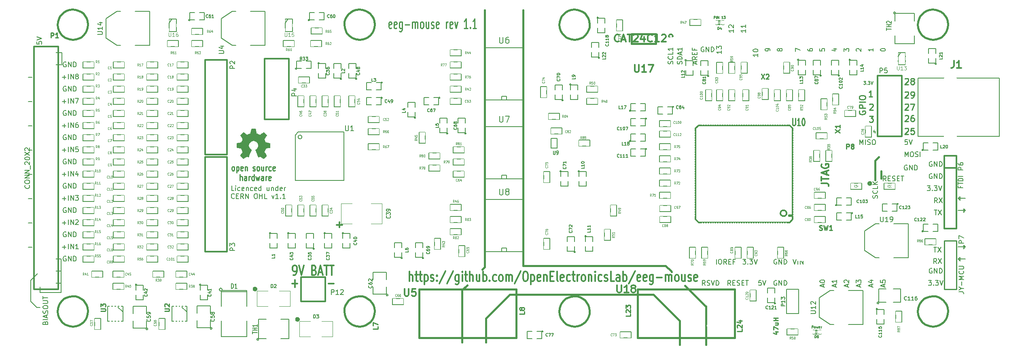
<source format=gto>
G04 (created by PCBNEW-RS274X (2012-apr-16-27)-stable) date Sat 09 Nov 2013 04:14:01 PM CET*
G01*
G70*
G90*
%MOIN*%
G04 Gerber Fmt 3.4, Leading zero omitted, Abs format*
%FSLAX34Y34*%
G04 APERTURE LIST*
%ADD10C,0.008000*%
%ADD11C,0.010000*%
%ADD12C,0.015000*%
%ADD13C,0.012000*%
%ADD14C,0.005000*%
%ADD15C,0.000100*%
%ADD16C,0.004700*%
%ADD17C,0.002600*%
%ADD18C,0.004000*%
%ADD19C,0.006000*%
%ADD20C,0.009900*%
%ADD21C,0.009800*%
%ADD22C,0.004500*%
%ADD23C,0.003000*%
%ADD24C,0.007500*%
%ADD25C,0.011800*%
%ADD26R,0.043300X0.051200*%
%ADD27R,0.208700X0.037400*%
%ADD28R,0.033500X0.078700*%
%ADD29R,0.045000X0.025000*%
%ADD30R,0.025000X0.045000*%
%ADD31R,0.055000X0.035000*%
%ADD32R,0.037400X0.208700*%
%ADD33R,0.078700X0.033500*%
%ADD34R,0.059100X0.059100*%
%ADD35C,0.059100*%
%ADD36R,0.070900X0.106300*%
%ADD37R,0.060000X0.060000*%
%ADD38C,0.060000*%
%ADD39R,0.039400X0.027600*%
%ADD40R,0.035000X0.055000*%
%ADD41R,0.080000X0.144000*%
%ADD42R,0.080000X0.040000*%
%ADD43R,0.031400X0.031400*%
%ADD44R,0.020000X0.012000*%
%ADD45R,0.050000X0.100000*%
%ADD46R,0.015700X0.063000*%
%ADD47R,0.031500X0.061800*%
%ADD48R,0.027800X0.031500*%
%ADD49R,0.027600X0.031500*%
%ADD50R,0.100000X0.050000*%
%ADD51R,0.045000X0.020000*%
%ADD52R,0.094500X0.029900*%
%ADD53R,0.157500X0.060000*%
%ADD54R,0.190000X0.110000*%
%ADD55R,0.055000X0.150000*%
%ADD56R,0.043300X0.074800*%
%ADD57R,0.150000X0.055000*%
%ADD58C,0.106300*%
%ADD59R,0.060000X0.010000*%
%ADD60R,0.010000X0.060000*%
%ADD61R,0.078700X0.118100*%
%ADD62R,0.060000X0.009800*%
%ADD63O,0.060000X0.009800*%
%ADD64O,0.009800X0.060000*%
%ADD65C,0.145700*%
%ADD66C,0.078800*%
%ADD67R,0.027600X0.086600*%
G04 APERTURE END LIST*
G54D10*
X91660Y-39000D02*
X92260Y-39000D01*
X92260Y-39000D02*
X92110Y-38850D01*
X92110Y-38850D02*
X92110Y-38950D01*
X92110Y-38950D02*
X92110Y-39150D01*
X92110Y-39150D02*
X92260Y-39000D01*
X91810Y-39845D02*
X91660Y-39995D01*
X91810Y-40045D02*
X91810Y-39845D01*
X91810Y-40145D02*
X91810Y-40045D01*
X91660Y-39995D02*
X91810Y-40145D01*
X92260Y-39995D02*
X91660Y-39995D01*
X92260Y-34995D02*
X91660Y-34995D01*
X91660Y-34995D02*
X91810Y-35145D01*
X91810Y-35145D02*
X91810Y-35045D01*
X91810Y-35045D02*
X91810Y-34845D01*
X91810Y-34845D02*
X91660Y-34995D01*
X92110Y-36150D02*
X92260Y-36000D01*
X92110Y-35950D02*
X92110Y-36150D01*
X92110Y-35850D02*
X92110Y-35950D01*
X92260Y-36000D02*
X92110Y-35850D01*
X91660Y-36000D02*
X92260Y-36000D01*
G54D11*
X31894Y-32702D02*
X31856Y-32679D01*
X31837Y-32655D01*
X31818Y-32607D01*
X31818Y-32464D01*
X31837Y-32417D01*
X31856Y-32393D01*
X31894Y-32369D01*
X31952Y-32369D01*
X31990Y-32393D01*
X32009Y-32417D01*
X32028Y-32464D01*
X32028Y-32607D01*
X32009Y-32655D01*
X31990Y-32679D01*
X31952Y-32702D01*
X31894Y-32702D01*
X32199Y-32369D02*
X32199Y-32869D01*
X32199Y-32393D02*
X32237Y-32369D01*
X32314Y-32369D01*
X32352Y-32393D01*
X32371Y-32417D01*
X32390Y-32464D01*
X32390Y-32607D01*
X32371Y-32655D01*
X32352Y-32679D01*
X32314Y-32702D01*
X32237Y-32702D01*
X32199Y-32679D01*
X32714Y-32679D02*
X32676Y-32702D01*
X32599Y-32702D01*
X32561Y-32679D01*
X32542Y-32631D01*
X32542Y-32440D01*
X32561Y-32393D01*
X32599Y-32369D01*
X32676Y-32369D01*
X32714Y-32393D01*
X32733Y-32440D01*
X32733Y-32488D01*
X32542Y-32536D01*
X32904Y-32369D02*
X32904Y-32702D01*
X32904Y-32417D02*
X32923Y-32393D01*
X32961Y-32369D01*
X33019Y-32369D01*
X33057Y-32393D01*
X33076Y-32440D01*
X33076Y-32702D01*
X33552Y-32679D02*
X33590Y-32702D01*
X33666Y-32702D01*
X33705Y-32679D01*
X33724Y-32631D01*
X33724Y-32607D01*
X33705Y-32560D01*
X33666Y-32536D01*
X33609Y-32536D01*
X33571Y-32512D01*
X33552Y-32464D01*
X33552Y-32440D01*
X33571Y-32393D01*
X33609Y-32369D01*
X33666Y-32369D01*
X33705Y-32393D01*
X33952Y-32702D02*
X33914Y-32679D01*
X33895Y-32655D01*
X33876Y-32607D01*
X33876Y-32464D01*
X33895Y-32417D01*
X33914Y-32393D01*
X33952Y-32369D01*
X34010Y-32369D01*
X34048Y-32393D01*
X34067Y-32417D01*
X34086Y-32464D01*
X34086Y-32607D01*
X34067Y-32655D01*
X34048Y-32679D01*
X34010Y-32702D01*
X33952Y-32702D01*
X34429Y-32369D02*
X34429Y-32702D01*
X34257Y-32369D02*
X34257Y-32631D01*
X34276Y-32679D01*
X34314Y-32702D01*
X34372Y-32702D01*
X34410Y-32679D01*
X34429Y-32655D01*
X34619Y-32702D02*
X34619Y-32369D01*
X34619Y-32464D02*
X34638Y-32417D01*
X34657Y-32393D01*
X34695Y-32369D01*
X34734Y-32369D01*
X35039Y-32679D02*
X35001Y-32702D01*
X34924Y-32702D01*
X34886Y-32679D01*
X34867Y-32655D01*
X34848Y-32607D01*
X34848Y-32464D01*
X34867Y-32417D01*
X34886Y-32393D01*
X34924Y-32369D01*
X35001Y-32369D01*
X35039Y-32393D01*
X35363Y-32679D02*
X35325Y-32702D01*
X35248Y-32702D01*
X35210Y-32679D01*
X35191Y-32631D01*
X35191Y-32440D01*
X35210Y-32393D01*
X35248Y-32369D01*
X35325Y-32369D01*
X35363Y-32393D01*
X35382Y-32440D01*
X35382Y-32488D01*
X35191Y-32536D01*
X32495Y-33502D02*
X32495Y-33002D01*
X32667Y-33502D02*
X32667Y-33240D01*
X32648Y-33193D01*
X32610Y-33169D01*
X32552Y-33169D01*
X32514Y-33193D01*
X32495Y-33217D01*
X33029Y-33502D02*
X33029Y-33240D01*
X33010Y-33193D01*
X32972Y-33169D01*
X32895Y-33169D01*
X32857Y-33193D01*
X33029Y-33479D02*
X32991Y-33502D01*
X32895Y-33502D01*
X32857Y-33479D01*
X32838Y-33431D01*
X32838Y-33383D01*
X32857Y-33336D01*
X32895Y-33312D01*
X32991Y-33312D01*
X33029Y-33288D01*
X33219Y-33502D02*
X33219Y-33169D01*
X33219Y-33264D02*
X33238Y-33217D01*
X33257Y-33193D01*
X33295Y-33169D01*
X33334Y-33169D01*
X33639Y-33502D02*
X33639Y-33002D01*
X33639Y-33479D02*
X33601Y-33502D01*
X33524Y-33502D01*
X33486Y-33479D01*
X33467Y-33455D01*
X33448Y-33407D01*
X33448Y-33264D01*
X33467Y-33217D01*
X33486Y-33193D01*
X33524Y-33169D01*
X33601Y-33169D01*
X33639Y-33193D01*
X33791Y-33169D02*
X33867Y-33502D01*
X33944Y-33264D01*
X34020Y-33502D01*
X34096Y-33169D01*
X34420Y-33502D02*
X34420Y-33240D01*
X34401Y-33193D01*
X34363Y-33169D01*
X34286Y-33169D01*
X34248Y-33193D01*
X34420Y-33479D02*
X34382Y-33502D01*
X34286Y-33502D01*
X34248Y-33479D01*
X34229Y-33431D01*
X34229Y-33383D01*
X34248Y-33336D01*
X34286Y-33312D01*
X34382Y-33312D01*
X34420Y-33288D01*
X34610Y-33502D02*
X34610Y-33169D01*
X34610Y-33264D02*
X34629Y-33217D01*
X34648Y-33193D01*
X34686Y-33169D01*
X34725Y-33169D01*
X35011Y-33479D02*
X34973Y-33502D01*
X34896Y-33502D01*
X34858Y-33479D01*
X34839Y-33431D01*
X34839Y-33240D01*
X34858Y-33193D01*
X34896Y-33169D01*
X34973Y-33169D01*
X35011Y-33193D01*
X35030Y-33240D01*
X35030Y-33288D01*
X34839Y-33336D01*
G54D10*
X31990Y-34362D02*
X31799Y-34362D01*
X31799Y-33962D01*
X32123Y-34362D02*
X32123Y-34095D01*
X32123Y-33962D02*
X32104Y-33981D01*
X32123Y-34000D01*
X32142Y-33981D01*
X32123Y-33962D01*
X32123Y-34000D01*
X32485Y-34343D02*
X32447Y-34362D01*
X32370Y-34362D01*
X32332Y-34343D01*
X32313Y-34324D01*
X32294Y-34286D01*
X32294Y-34171D01*
X32313Y-34133D01*
X32332Y-34114D01*
X32370Y-34095D01*
X32447Y-34095D01*
X32485Y-34114D01*
X32809Y-34343D02*
X32771Y-34362D01*
X32694Y-34362D01*
X32656Y-34343D01*
X32637Y-34305D01*
X32637Y-34152D01*
X32656Y-34114D01*
X32694Y-34095D01*
X32771Y-34095D01*
X32809Y-34114D01*
X32828Y-34152D01*
X32828Y-34190D01*
X32637Y-34229D01*
X32999Y-34095D02*
X32999Y-34362D01*
X32999Y-34133D02*
X33018Y-34114D01*
X33056Y-34095D01*
X33114Y-34095D01*
X33152Y-34114D01*
X33171Y-34152D01*
X33171Y-34362D01*
X33533Y-34343D02*
X33495Y-34362D01*
X33418Y-34362D01*
X33380Y-34343D01*
X33361Y-34324D01*
X33342Y-34286D01*
X33342Y-34171D01*
X33361Y-34133D01*
X33380Y-34114D01*
X33418Y-34095D01*
X33495Y-34095D01*
X33533Y-34114D01*
X33857Y-34343D02*
X33819Y-34362D01*
X33742Y-34362D01*
X33704Y-34343D01*
X33685Y-34305D01*
X33685Y-34152D01*
X33704Y-34114D01*
X33742Y-34095D01*
X33819Y-34095D01*
X33857Y-34114D01*
X33876Y-34152D01*
X33876Y-34190D01*
X33685Y-34229D01*
X34219Y-34362D02*
X34219Y-33962D01*
X34219Y-34343D02*
X34181Y-34362D01*
X34104Y-34362D01*
X34066Y-34343D01*
X34047Y-34324D01*
X34028Y-34286D01*
X34028Y-34171D01*
X34047Y-34133D01*
X34066Y-34114D01*
X34104Y-34095D01*
X34181Y-34095D01*
X34219Y-34114D01*
X34886Y-34095D02*
X34886Y-34362D01*
X34714Y-34095D02*
X34714Y-34305D01*
X34733Y-34343D01*
X34771Y-34362D01*
X34829Y-34362D01*
X34867Y-34343D01*
X34886Y-34324D01*
X35076Y-34095D02*
X35076Y-34362D01*
X35076Y-34133D02*
X35095Y-34114D01*
X35133Y-34095D01*
X35191Y-34095D01*
X35229Y-34114D01*
X35248Y-34152D01*
X35248Y-34362D01*
X35610Y-34362D02*
X35610Y-33962D01*
X35610Y-34343D02*
X35572Y-34362D01*
X35495Y-34362D01*
X35457Y-34343D01*
X35438Y-34324D01*
X35419Y-34286D01*
X35419Y-34171D01*
X35438Y-34133D01*
X35457Y-34114D01*
X35495Y-34095D01*
X35572Y-34095D01*
X35610Y-34114D01*
X35953Y-34343D02*
X35915Y-34362D01*
X35838Y-34362D01*
X35800Y-34343D01*
X35781Y-34305D01*
X35781Y-34152D01*
X35800Y-34114D01*
X35838Y-34095D01*
X35915Y-34095D01*
X35953Y-34114D01*
X35972Y-34152D01*
X35972Y-34190D01*
X35781Y-34229D01*
X36143Y-34362D02*
X36143Y-34095D01*
X36143Y-34171D02*
X36162Y-34133D01*
X36181Y-34114D01*
X36219Y-34095D01*
X36258Y-34095D01*
X32019Y-34964D02*
X32000Y-34983D01*
X31943Y-35002D01*
X31905Y-35002D01*
X31847Y-34983D01*
X31809Y-34945D01*
X31790Y-34907D01*
X31771Y-34830D01*
X31771Y-34773D01*
X31790Y-34697D01*
X31809Y-34659D01*
X31847Y-34621D01*
X31905Y-34602D01*
X31943Y-34602D01*
X32000Y-34621D01*
X32019Y-34640D01*
X32190Y-34792D02*
X32324Y-34792D01*
X32381Y-35002D02*
X32190Y-35002D01*
X32190Y-34602D01*
X32381Y-34602D01*
X32781Y-35002D02*
X32647Y-34811D01*
X32552Y-35002D02*
X32552Y-34602D01*
X32705Y-34602D01*
X32743Y-34621D01*
X32762Y-34640D01*
X32781Y-34678D01*
X32781Y-34735D01*
X32762Y-34773D01*
X32743Y-34792D01*
X32705Y-34811D01*
X32552Y-34811D01*
X32952Y-35002D02*
X32952Y-34602D01*
X33181Y-35002D01*
X33181Y-34602D01*
X33752Y-34602D02*
X33829Y-34602D01*
X33867Y-34621D01*
X33905Y-34659D01*
X33924Y-34735D01*
X33924Y-34869D01*
X33905Y-34945D01*
X33867Y-34983D01*
X33829Y-35002D01*
X33752Y-35002D01*
X33714Y-34983D01*
X33676Y-34945D01*
X33657Y-34869D01*
X33657Y-34735D01*
X33676Y-34659D01*
X33714Y-34621D01*
X33752Y-34602D01*
X34095Y-35002D02*
X34095Y-34602D01*
X34095Y-34792D02*
X34324Y-34792D01*
X34324Y-35002D02*
X34324Y-34602D01*
X34705Y-35002D02*
X34514Y-35002D01*
X34514Y-34602D01*
X35105Y-34735D02*
X35200Y-35002D01*
X35296Y-34735D01*
X35658Y-35002D02*
X35429Y-35002D01*
X35543Y-35002D02*
X35543Y-34602D01*
X35505Y-34659D01*
X35467Y-34697D01*
X35429Y-34716D01*
X35829Y-34964D02*
X35848Y-34983D01*
X35829Y-35002D01*
X35810Y-34983D01*
X35829Y-34964D01*
X35829Y-35002D01*
X36229Y-35002D02*
X36000Y-35002D01*
X36114Y-35002D02*
X36114Y-34602D01*
X36076Y-34659D01*
X36038Y-34697D01*
X36000Y-34716D01*
X17800Y-23000D02*
X17300Y-23000D01*
X17800Y-24000D02*
X17800Y-23000D01*
X17250Y-24000D02*
X17750Y-24000D01*
X15762Y-22076D02*
X15762Y-22267D01*
X15952Y-22286D01*
X15933Y-22267D01*
X15914Y-22229D01*
X15914Y-22133D01*
X15933Y-22095D01*
X15952Y-22076D01*
X15990Y-22057D01*
X16086Y-22057D01*
X16124Y-22076D01*
X16143Y-22095D01*
X16162Y-22133D01*
X16162Y-22229D01*
X16143Y-22267D01*
X16124Y-22286D01*
X15762Y-21943D02*
X16162Y-21810D01*
X15762Y-21676D01*
X18146Y-23781D02*
X18108Y-23762D01*
X18051Y-23762D01*
X17993Y-23781D01*
X17955Y-23819D01*
X17936Y-23857D01*
X17917Y-23933D01*
X17917Y-23990D01*
X17936Y-24067D01*
X17955Y-24105D01*
X17993Y-24143D01*
X18051Y-24162D01*
X18089Y-24162D01*
X18146Y-24143D01*
X18165Y-24124D01*
X18165Y-23990D01*
X18089Y-23990D01*
X18336Y-24162D02*
X18336Y-23762D01*
X18565Y-24162D01*
X18565Y-23762D01*
X18755Y-24162D02*
X18755Y-23762D01*
X18850Y-23762D01*
X18908Y-23781D01*
X18946Y-23819D01*
X18965Y-23857D01*
X18984Y-23933D01*
X18984Y-23990D01*
X18965Y-24067D01*
X18946Y-24105D01*
X18908Y-24143D01*
X18850Y-24162D01*
X18755Y-24162D01*
X15048Y-39010D02*
X15353Y-39010D01*
X15048Y-37010D02*
X15353Y-37010D01*
X15048Y-35010D02*
X15353Y-35010D01*
X15048Y-33010D02*
X15353Y-33010D01*
X15048Y-31010D02*
X15353Y-31010D01*
X15048Y-29010D02*
X15353Y-29010D01*
X15048Y-27010D02*
X15353Y-27010D01*
X17750Y-41000D02*
X17250Y-41000D01*
X17750Y-40000D02*
X17250Y-40000D01*
X17750Y-42000D02*
X17250Y-42000D01*
X16000Y-42750D02*
X16000Y-42250D01*
X17750Y-42750D02*
X16000Y-42750D01*
X17750Y-40000D02*
X17750Y-42750D01*
X16452Y-45249D02*
X16471Y-45192D01*
X16490Y-45173D01*
X16529Y-45154D01*
X16586Y-45154D01*
X16624Y-45173D01*
X16643Y-45192D01*
X16662Y-45230D01*
X16662Y-45383D01*
X16262Y-45383D01*
X16262Y-45249D01*
X16281Y-45211D01*
X16300Y-45192D01*
X16338Y-45173D01*
X16376Y-45173D01*
X16414Y-45192D01*
X16433Y-45211D01*
X16452Y-45249D01*
X16452Y-45383D01*
X16662Y-44983D02*
X16262Y-44983D01*
X16548Y-44812D02*
X16548Y-44621D01*
X16662Y-44850D02*
X16262Y-44717D01*
X16662Y-44583D01*
X16643Y-44469D02*
X16662Y-44412D01*
X16662Y-44316D01*
X16643Y-44278D01*
X16624Y-44259D01*
X16586Y-44240D01*
X16548Y-44240D01*
X16510Y-44259D01*
X16490Y-44278D01*
X16471Y-44316D01*
X16452Y-44393D01*
X16433Y-44431D01*
X16414Y-44450D01*
X16376Y-44469D01*
X16338Y-44469D01*
X16300Y-44450D01*
X16281Y-44431D01*
X16262Y-44393D01*
X16262Y-44297D01*
X16281Y-44240D01*
X16262Y-43993D02*
X16262Y-43916D01*
X16281Y-43878D01*
X16319Y-43840D01*
X16395Y-43821D01*
X16529Y-43821D01*
X16605Y-43840D01*
X16643Y-43878D01*
X16662Y-43916D01*
X16662Y-43993D01*
X16643Y-44031D01*
X16605Y-44069D01*
X16529Y-44088D01*
X16395Y-44088D01*
X16319Y-44069D01*
X16281Y-44031D01*
X16262Y-43993D01*
X16262Y-43650D02*
X16586Y-43650D01*
X16624Y-43631D01*
X16643Y-43612D01*
X16662Y-43574D01*
X16662Y-43497D01*
X16643Y-43459D01*
X16624Y-43440D01*
X16586Y-43421D01*
X16262Y-43421D01*
X16262Y-43288D02*
X16262Y-43059D01*
X16662Y-43174D02*
X16262Y-43174D01*
X15750Y-44000D02*
X16000Y-44000D01*
X15250Y-43500D02*
X15750Y-44000D01*
X15250Y-41750D02*
X15250Y-43500D01*
X16000Y-41000D02*
X15250Y-41750D01*
X17853Y-33010D02*
X18158Y-33010D01*
X18006Y-33162D02*
X18006Y-32857D01*
X18348Y-33162D02*
X18348Y-32762D01*
X18538Y-33162D02*
X18538Y-32762D01*
X18767Y-33162D01*
X18767Y-32762D01*
X19129Y-32895D02*
X19129Y-33162D01*
X19033Y-32743D02*
X18938Y-33029D01*
X19186Y-33029D01*
X18146Y-33781D02*
X18108Y-33762D01*
X18051Y-33762D01*
X17993Y-33781D01*
X17955Y-33819D01*
X17936Y-33857D01*
X17917Y-33933D01*
X17917Y-33990D01*
X17936Y-34067D01*
X17955Y-34105D01*
X17993Y-34143D01*
X18051Y-34162D01*
X18089Y-34162D01*
X18146Y-34143D01*
X18165Y-34124D01*
X18165Y-33990D01*
X18089Y-33990D01*
X18336Y-34162D02*
X18336Y-33762D01*
X18565Y-34162D01*
X18565Y-33762D01*
X18755Y-34162D02*
X18755Y-33762D01*
X18850Y-33762D01*
X18908Y-33781D01*
X18946Y-33819D01*
X18965Y-33857D01*
X18984Y-33933D01*
X18984Y-33990D01*
X18965Y-34067D01*
X18946Y-34105D01*
X18908Y-34143D01*
X18850Y-34162D01*
X18755Y-34162D01*
X18146Y-35781D02*
X18108Y-35762D01*
X18051Y-35762D01*
X17993Y-35781D01*
X17955Y-35819D01*
X17936Y-35857D01*
X17917Y-35933D01*
X17917Y-35990D01*
X17936Y-36067D01*
X17955Y-36105D01*
X17993Y-36143D01*
X18051Y-36162D01*
X18089Y-36162D01*
X18146Y-36143D01*
X18165Y-36124D01*
X18165Y-35990D01*
X18089Y-35990D01*
X18336Y-36162D02*
X18336Y-35762D01*
X18565Y-36162D01*
X18565Y-35762D01*
X18755Y-36162D02*
X18755Y-35762D01*
X18850Y-35762D01*
X18908Y-35781D01*
X18946Y-35819D01*
X18965Y-35857D01*
X18984Y-35933D01*
X18984Y-35990D01*
X18965Y-36067D01*
X18946Y-36105D01*
X18908Y-36143D01*
X18850Y-36162D01*
X18755Y-36162D01*
X17853Y-35010D02*
X18158Y-35010D01*
X18006Y-35162D02*
X18006Y-34857D01*
X18348Y-35162D02*
X18348Y-34762D01*
X18538Y-35162D02*
X18538Y-34762D01*
X18767Y-35162D01*
X18767Y-34762D01*
X18919Y-34762D02*
X19167Y-34762D01*
X19033Y-34914D01*
X19091Y-34914D01*
X19129Y-34933D01*
X19148Y-34952D01*
X19167Y-34990D01*
X19167Y-35086D01*
X19148Y-35124D01*
X19129Y-35143D01*
X19091Y-35162D01*
X18976Y-35162D01*
X18938Y-35143D01*
X18919Y-35124D01*
X17853Y-39010D02*
X18158Y-39010D01*
X18006Y-39162D02*
X18006Y-38857D01*
X18348Y-39162D02*
X18348Y-38762D01*
X18538Y-39162D02*
X18538Y-38762D01*
X18767Y-39162D01*
X18767Y-38762D01*
X19167Y-39162D02*
X18938Y-39162D01*
X19052Y-39162D02*
X19052Y-38762D01*
X19014Y-38819D01*
X18976Y-38857D01*
X18938Y-38876D01*
X18146Y-39781D02*
X18108Y-39762D01*
X18051Y-39762D01*
X17993Y-39781D01*
X17955Y-39819D01*
X17936Y-39857D01*
X17917Y-39933D01*
X17917Y-39990D01*
X17936Y-40067D01*
X17955Y-40105D01*
X17993Y-40143D01*
X18051Y-40162D01*
X18089Y-40162D01*
X18146Y-40143D01*
X18165Y-40124D01*
X18165Y-39990D01*
X18089Y-39990D01*
X18336Y-40162D02*
X18336Y-39762D01*
X18565Y-40162D01*
X18565Y-39762D01*
X18755Y-40162D02*
X18755Y-39762D01*
X18850Y-39762D01*
X18908Y-39781D01*
X18946Y-39819D01*
X18965Y-39857D01*
X18984Y-39933D01*
X18984Y-39990D01*
X18965Y-40067D01*
X18946Y-40105D01*
X18908Y-40143D01*
X18850Y-40162D01*
X18755Y-40162D01*
X18146Y-37781D02*
X18108Y-37762D01*
X18051Y-37762D01*
X17993Y-37781D01*
X17955Y-37819D01*
X17936Y-37857D01*
X17917Y-37933D01*
X17917Y-37990D01*
X17936Y-38067D01*
X17955Y-38105D01*
X17993Y-38143D01*
X18051Y-38162D01*
X18089Y-38162D01*
X18146Y-38143D01*
X18165Y-38124D01*
X18165Y-37990D01*
X18089Y-37990D01*
X18336Y-38162D02*
X18336Y-37762D01*
X18565Y-38162D01*
X18565Y-37762D01*
X18755Y-38162D02*
X18755Y-37762D01*
X18850Y-37762D01*
X18908Y-37781D01*
X18946Y-37819D01*
X18965Y-37857D01*
X18984Y-37933D01*
X18984Y-37990D01*
X18965Y-38067D01*
X18946Y-38105D01*
X18908Y-38143D01*
X18850Y-38162D01*
X18755Y-38162D01*
X17853Y-37010D02*
X18158Y-37010D01*
X18006Y-37162D02*
X18006Y-36857D01*
X18348Y-37162D02*
X18348Y-36762D01*
X18538Y-37162D02*
X18538Y-36762D01*
X18767Y-37162D01*
X18767Y-36762D01*
X18938Y-36800D02*
X18957Y-36781D01*
X18995Y-36762D01*
X19091Y-36762D01*
X19129Y-36781D01*
X19148Y-36800D01*
X19167Y-36838D01*
X19167Y-36876D01*
X19148Y-36933D01*
X18919Y-37162D01*
X19167Y-37162D01*
X17853Y-29010D02*
X18158Y-29010D01*
X18006Y-29162D02*
X18006Y-28857D01*
X18348Y-29162D02*
X18348Y-28762D01*
X18538Y-29162D02*
X18538Y-28762D01*
X18767Y-29162D01*
X18767Y-28762D01*
X19129Y-28762D02*
X19052Y-28762D01*
X19014Y-28781D01*
X18995Y-28800D01*
X18957Y-28857D01*
X18938Y-28933D01*
X18938Y-29086D01*
X18957Y-29124D01*
X18976Y-29143D01*
X19014Y-29162D01*
X19091Y-29162D01*
X19129Y-29143D01*
X19148Y-29124D01*
X19167Y-29086D01*
X19167Y-28990D01*
X19148Y-28952D01*
X19129Y-28933D01*
X19091Y-28914D01*
X19014Y-28914D01*
X18976Y-28933D01*
X18957Y-28952D01*
X18938Y-28990D01*
X18146Y-29781D02*
X18108Y-29762D01*
X18051Y-29762D01*
X17993Y-29781D01*
X17955Y-29819D01*
X17936Y-29857D01*
X17917Y-29933D01*
X17917Y-29990D01*
X17936Y-30067D01*
X17955Y-30105D01*
X17993Y-30143D01*
X18051Y-30162D01*
X18089Y-30162D01*
X18146Y-30143D01*
X18165Y-30124D01*
X18165Y-29990D01*
X18089Y-29990D01*
X18336Y-30162D02*
X18336Y-29762D01*
X18565Y-30162D01*
X18565Y-29762D01*
X18755Y-30162D02*
X18755Y-29762D01*
X18850Y-29762D01*
X18908Y-29781D01*
X18946Y-29819D01*
X18965Y-29857D01*
X18984Y-29933D01*
X18984Y-29990D01*
X18965Y-30067D01*
X18946Y-30105D01*
X18908Y-30143D01*
X18850Y-30162D01*
X18755Y-30162D01*
X18146Y-31781D02*
X18108Y-31762D01*
X18051Y-31762D01*
X17993Y-31781D01*
X17955Y-31819D01*
X17936Y-31857D01*
X17917Y-31933D01*
X17917Y-31990D01*
X17936Y-32067D01*
X17955Y-32105D01*
X17993Y-32143D01*
X18051Y-32162D01*
X18089Y-32162D01*
X18146Y-32143D01*
X18165Y-32124D01*
X18165Y-31990D01*
X18089Y-31990D01*
X18336Y-32162D02*
X18336Y-31762D01*
X18565Y-32162D01*
X18565Y-31762D01*
X18755Y-32162D02*
X18755Y-31762D01*
X18850Y-31762D01*
X18908Y-31781D01*
X18946Y-31819D01*
X18965Y-31857D01*
X18984Y-31933D01*
X18984Y-31990D01*
X18965Y-32067D01*
X18946Y-32105D01*
X18908Y-32143D01*
X18850Y-32162D01*
X18755Y-32162D01*
X17853Y-31010D02*
X18158Y-31010D01*
X18006Y-31162D02*
X18006Y-30857D01*
X18348Y-31162D02*
X18348Y-30762D01*
X18538Y-31162D02*
X18538Y-30762D01*
X18767Y-31162D01*
X18767Y-30762D01*
X19148Y-30762D02*
X18957Y-30762D01*
X18938Y-30952D01*
X18957Y-30933D01*
X18995Y-30914D01*
X19091Y-30914D01*
X19129Y-30933D01*
X19148Y-30952D01*
X19167Y-30990D01*
X19167Y-31086D01*
X19148Y-31124D01*
X19129Y-31143D01*
X19091Y-31162D01*
X18995Y-31162D01*
X18957Y-31143D01*
X18938Y-31124D01*
X17853Y-27010D02*
X18158Y-27010D01*
X18006Y-27162D02*
X18006Y-26857D01*
X18348Y-27162D02*
X18348Y-26762D01*
X18538Y-27162D02*
X18538Y-26762D01*
X18767Y-27162D01*
X18767Y-26762D01*
X18919Y-26762D02*
X19186Y-26762D01*
X19014Y-27162D01*
X18146Y-27781D02*
X18108Y-27762D01*
X18051Y-27762D01*
X17993Y-27781D01*
X17955Y-27819D01*
X17936Y-27857D01*
X17917Y-27933D01*
X17917Y-27990D01*
X17936Y-28067D01*
X17955Y-28105D01*
X17993Y-28143D01*
X18051Y-28162D01*
X18089Y-28162D01*
X18146Y-28143D01*
X18165Y-28124D01*
X18165Y-27990D01*
X18089Y-27990D01*
X18336Y-28162D02*
X18336Y-27762D01*
X18565Y-28162D01*
X18565Y-27762D01*
X18755Y-28162D02*
X18755Y-27762D01*
X18850Y-27762D01*
X18908Y-27781D01*
X18946Y-27819D01*
X18965Y-27857D01*
X18984Y-27933D01*
X18984Y-27990D01*
X18965Y-28067D01*
X18946Y-28105D01*
X18908Y-28143D01*
X18850Y-28162D01*
X18755Y-28162D01*
X18146Y-25781D02*
X18108Y-25762D01*
X18051Y-25762D01*
X17993Y-25781D01*
X17955Y-25819D01*
X17936Y-25857D01*
X17917Y-25933D01*
X17917Y-25990D01*
X17936Y-26067D01*
X17955Y-26105D01*
X17993Y-26143D01*
X18051Y-26162D01*
X18089Y-26162D01*
X18146Y-26143D01*
X18165Y-26124D01*
X18165Y-25990D01*
X18089Y-25990D01*
X18336Y-26162D02*
X18336Y-25762D01*
X18565Y-26162D01*
X18565Y-25762D01*
X18755Y-26162D02*
X18755Y-25762D01*
X18850Y-25762D01*
X18908Y-25781D01*
X18946Y-25819D01*
X18965Y-25857D01*
X18984Y-25933D01*
X18984Y-25990D01*
X18965Y-26067D01*
X18946Y-26105D01*
X18908Y-26143D01*
X18850Y-26162D01*
X18755Y-26162D01*
X15048Y-25010D02*
X15353Y-25010D01*
X17853Y-25010D02*
X18158Y-25010D01*
X18006Y-25162D02*
X18006Y-24857D01*
X18348Y-25162D02*
X18348Y-24762D01*
X18538Y-25162D02*
X18538Y-24762D01*
X18767Y-25162D01*
X18767Y-24762D01*
X19014Y-24933D02*
X18976Y-24914D01*
X18957Y-24895D01*
X18938Y-24857D01*
X18938Y-24838D01*
X18957Y-24800D01*
X18976Y-24781D01*
X19014Y-24762D01*
X19091Y-24762D01*
X19129Y-24781D01*
X19148Y-24800D01*
X19167Y-24838D01*
X19167Y-24857D01*
X19148Y-24895D01*
X19129Y-24914D01*
X19091Y-24933D01*
X19014Y-24933D01*
X18976Y-24952D01*
X18957Y-24971D01*
X18938Y-25010D01*
X18938Y-25086D01*
X18957Y-25124D01*
X18976Y-25143D01*
X19014Y-25162D01*
X19091Y-25162D01*
X19129Y-25143D01*
X19148Y-25124D01*
X19167Y-25086D01*
X19167Y-25010D01*
X19148Y-24971D01*
X19129Y-24952D01*
X19091Y-24933D01*
G54D11*
X84593Y-26602D02*
X84307Y-26602D01*
X84450Y-26602D02*
X84450Y-26102D01*
X84402Y-26174D01*
X84355Y-26221D01*
X84307Y-26245D01*
G54D10*
X89210Y-41762D02*
X89458Y-41762D01*
X89324Y-41914D01*
X89382Y-41914D01*
X89420Y-41933D01*
X89439Y-41952D01*
X89458Y-41990D01*
X89458Y-42086D01*
X89439Y-42124D01*
X89420Y-42143D01*
X89382Y-42162D01*
X89267Y-42162D01*
X89229Y-42143D01*
X89210Y-42124D01*
X89629Y-42124D02*
X89648Y-42143D01*
X89629Y-42162D01*
X89610Y-42143D01*
X89629Y-42124D01*
X89629Y-42162D01*
X89781Y-41762D02*
X90029Y-41762D01*
X89895Y-41914D01*
X89953Y-41914D01*
X89991Y-41933D01*
X90010Y-41952D01*
X90029Y-41990D01*
X90029Y-42086D01*
X90010Y-42124D01*
X89991Y-42143D01*
X89953Y-42162D01*
X89838Y-42162D01*
X89800Y-42143D01*
X89781Y-42124D01*
X90143Y-41762D02*
X90276Y-42162D01*
X90410Y-41762D01*
X89496Y-40781D02*
X89458Y-40762D01*
X89401Y-40762D01*
X89343Y-40781D01*
X89305Y-40819D01*
X89286Y-40857D01*
X89267Y-40933D01*
X89267Y-40990D01*
X89286Y-41067D01*
X89305Y-41105D01*
X89343Y-41143D01*
X89401Y-41162D01*
X89439Y-41162D01*
X89496Y-41143D01*
X89515Y-41124D01*
X89515Y-40990D01*
X89439Y-40990D01*
X89686Y-41162D02*
X89686Y-40762D01*
X89915Y-41162D01*
X89915Y-40762D01*
X90105Y-41162D02*
X90105Y-40762D01*
X90200Y-40762D01*
X90258Y-40781D01*
X90296Y-40819D01*
X90315Y-40857D01*
X90334Y-40933D01*
X90334Y-40990D01*
X90315Y-41067D01*
X90296Y-41105D01*
X90258Y-41143D01*
X90200Y-41162D01*
X90105Y-41162D01*
X89884Y-40362D02*
X89750Y-40171D01*
X89655Y-40362D02*
X89655Y-39962D01*
X89808Y-39962D01*
X89846Y-39981D01*
X89865Y-40000D01*
X89884Y-40038D01*
X89884Y-40095D01*
X89865Y-40133D01*
X89846Y-40152D01*
X89808Y-40171D01*
X89655Y-40171D01*
X90017Y-39962D02*
X90284Y-40362D01*
X90284Y-39962D02*
X90017Y-40362D01*
X89645Y-39012D02*
X89874Y-39012D01*
X89759Y-39412D02*
X89759Y-39012D01*
X89969Y-39012D02*
X90236Y-39412D01*
X90236Y-39012D02*
X89969Y-39412D01*
X89695Y-35962D02*
X89924Y-35962D01*
X89809Y-36362D02*
X89809Y-35962D01*
X90019Y-35962D02*
X90286Y-36362D01*
X90286Y-35962D02*
X90019Y-36362D01*
X89934Y-35362D02*
X89800Y-35171D01*
X89705Y-35362D02*
X89705Y-34962D01*
X89858Y-34962D01*
X89896Y-34981D01*
X89915Y-35000D01*
X89934Y-35038D01*
X89934Y-35095D01*
X89915Y-35133D01*
X89896Y-35152D01*
X89858Y-35171D01*
X89705Y-35171D01*
X90067Y-34962D02*
X90334Y-35362D01*
X90334Y-34962D02*
X90067Y-35362D01*
X89110Y-33962D02*
X89358Y-33962D01*
X89224Y-34114D01*
X89282Y-34114D01*
X89320Y-34133D01*
X89339Y-34152D01*
X89358Y-34190D01*
X89358Y-34286D01*
X89339Y-34324D01*
X89320Y-34343D01*
X89282Y-34362D01*
X89167Y-34362D01*
X89129Y-34343D01*
X89110Y-34324D01*
X89529Y-34324D02*
X89548Y-34343D01*
X89529Y-34362D01*
X89510Y-34343D01*
X89529Y-34324D01*
X89529Y-34362D01*
X89681Y-33962D02*
X89929Y-33962D01*
X89795Y-34114D01*
X89853Y-34114D01*
X89891Y-34133D01*
X89910Y-34152D01*
X89929Y-34190D01*
X89929Y-34286D01*
X89910Y-34324D01*
X89891Y-34343D01*
X89853Y-34362D01*
X89738Y-34362D01*
X89700Y-34343D01*
X89681Y-34324D01*
X90043Y-33962D02*
X90176Y-34362D01*
X90310Y-33962D01*
X89496Y-32981D02*
X89458Y-32962D01*
X89401Y-32962D01*
X89343Y-32981D01*
X89305Y-33019D01*
X89286Y-33057D01*
X89267Y-33133D01*
X89267Y-33190D01*
X89286Y-33267D01*
X89305Y-33305D01*
X89343Y-33343D01*
X89401Y-33362D01*
X89439Y-33362D01*
X89496Y-33343D01*
X89515Y-33324D01*
X89515Y-33190D01*
X89439Y-33190D01*
X89686Y-33362D02*
X89686Y-32962D01*
X89915Y-33362D01*
X89915Y-32962D01*
X90105Y-33362D02*
X90105Y-32962D01*
X90200Y-32962D01*
X90258Y-32981D01*
X90296Y-33019D01*
X90315Y-33057D01*
X90334Y-33133D01*
X90334Y-33190D01*
X90315Y-33267D01*
X90296Y-33305D01*
X90258Y-33343D01*
X90200Y-33362D01*
X90105Y-33362D01*
X89496Y-31981D02*
X89458Y-31962D01*
X89401Y-31962D01*
X89343Y-31981D01*
X89305Y-32019D01*
X89286Y-32057D01*
X89267Y-32133D01*
X89267Y-32190D01*
X89286Y-32267D01*
X89305Y-32305D01*
X89343Y-32343D01*
X89401Y-32362D01*
X89439Y-32362D01*
X89496Y-32343D01*
X89515Y-32324D01*
X89515Y-32190D01*
X89439Y-32190D01*
X89686Y-32362D02*
X89686Y-31962D01*
X89915Y-32362D01*
X89915Y-31962D01*
X90105Y-32362D02*
X90105Y-31962D01*
X90200Y-31962D01*
X90258Y-31981D01*
X90296Y-32019D01*
X90315Y-32057D01*
X90334Y-32133D01*
X90334Y-32190D01*
X90315Y-32267D01*
X90296Y-32305D01*
X90258Y-32343D01*
X90200Y-32362D01*
X90105Y-32362D01*
G54D12*
X85300Y-33350D02*
X85300Y-32750D01*
X84800Y-31900D02*
X85100Y-31600D01*
X84800Y-33500D02*
X84800Y-31900D01*
G54D11*
X44957Y-20936D02*
X44909Y-20974D01*
X44814Y-20974D01*
X44766Y-20936D01*
X44742Y-20860D01*
X44742Y-20555D01*
X44766Y-20479D01*
X44814Y-20440D01*
X44909Y-20440D01*
X44957Y-20479D01*
X44980Y-20555D01*
X44980Y-20631D01*
X44742Y-20707D01*
X45386Y-20936D02*
X45338Y-20974D01*
X45243Y-20974D01*
X45195Y-20936D01*
X45171Y-20860D01*
X45171Y-20555D01*
X45195Y-20479D01*
X45243Y-20440D01*
X45338Y-20440D01*
X45386Y-20479D01*
X45409Y-20555D01*
X45409Y-20631D01*
X45171Y-20707D01*
X45838Y-20440D02*
X45838Y-21088D01*
X45815Y-21164D01*
X45791Y-21202D01*
X45743Y-21240D01*
X45672Y-21240D01*
X45624Y-21202D01*
X45838Y-20936D02*
X45791Y-20974D01*
X45695Y-20974D01*
X45648Y-20936D01*
X45624Y-20898D01*
X45600Y-20821D01*
X45600Y-20593D01*
X45624Y-20517D01*
X45648Y-20479D01*
X45695Y-20440D01*
X45791Y-20440D01*
X45838Y-20479D01*
X46076Y-20669D02*
X46457Y-20669D01*
X46695Y-20974D02*
X46695Y-20440D01*
X46695Y-20517D02*
X46719Y-20479D01*
X46766Y-20440D01*
X46838Y-20440D01*
X46886Y-20479D01*
X46909Y-20555D01*
X46909Y-20974D01*
X46909Y-20555D02*
X46933Y-20479D01*
X46981Y-20440D01*
X47052Y-20440D01*
X47100Y-20479D01*
X47124Y-20555D01*
X47124Y-20974D01*
X47433Y-20974D02*
X47386Y-20936D01*
X47362Y-20898D01*
X47338Y-20821D01*
X47338Y-20593D01*
X47362Y-20517D01*
X47386Y-20479D01*
X47433Y-20440D01*
X47505Y-20440D01*
X47553Y-20479D01*
X47576Y-20517D01*
X47600Y-20593D01*
X47600Y-20821D01*
X47576Y-20898D01*
X47553Y-20936D01*
X47505Y-20974D01*
X47433Y-20974D01*
X48028Y-20440D02*
X48028Y-20974D01*
X47814Y-20440D02*
X47814Y-20860D01*
X47838Y-20936D01*
X47885Y-20974D01*
X47957Y-20974D01*
X48005Y-20936D01*
X48028Y-20898D01*
X48242Y-20936D02*
X48290Y-20974D01*
X48385Y-20974D01*
X48433Y-20936D01*
X48457Y-20860D01*
X48457Y-20821D01*
X48433Y-20745D01*
X48385Y-20707D01*
X48314Y-20707D01*
X48266Y-20669D01*
X48242Y-20593D01*
X48242Y-20555D01*
X48266Y-20479D01*
X48314Y-20440D01*
X48385Y-20440D01*
X48433Y-20479D01*
X48862Y-20936D02*
X48814Y-20974D01*
X48719Y-20974D01*
X48671Y-20936D01*
X48647Y-20860D01*
X48647Y-20555D01*
X48671Y-20479D01*
X48719Y-20440D01*
X48814Y-20440D01*
X48862Y-20479D01*
X48885Y-20555D01*
X48885Y-20631D01*
X48647Y-20707D01*
X49481Y-20974D02*
X49481Y-20440D01*
X49481Y-20593D02*
X49505Y-20517D01*
X49529Y-20479D01*
X49576Y-20440D01*
X49624Y-20440D01*
X49982Y-20936D02*
X49934Y-20974D01*
X49839Y-20974D01*
X49791Y-20936D01*
X49767Y-20860D01*
X49767Y-20555D01*
X49791Y-20479D01*
X49839Y-20440D01*
X49934Y-20440D01*
X49982Y-20479D01*
X50005Y-20555D01*
X50005Y-20631D01*
X49767Y-20707D01*
X50172Y-20440D02*
X50291Y-20974D01*
X50411Y-20440D01*
X51244Y-20974D02*
X50958Y-20974D01*
X51101Y-20974D02*
X51101Y-20174D01*
X51053Y-20288D01*
X51006Y-20364D01*
X50958Y-20402D01*
X51458Y-20898D02*
X51482Y-20936D01*
X51458Y-20974D01*
X51434Y-20936D01*
X51458Y-20898D01*
X51458Y-20974D01*
X51958Y-20974D02*
X51672Y-20974D01*
X51815Y-20974D02*
X51815Y-20174D01*
X51767Y-20288D01*
X51720Y-20364D01*
X51672Y-20402D01*
G54D12*
X70850Y-43900D02*
X69150Y-42200D01*
X68000Y-41000D02*
X68050Y-41050D01*
X67550Y-40550D02*
X68000Y-41000D01*
X50850Y-42500D02*
X51200Y-42150D01*
X52650Y-40650D02*
X52450Y-40850D01*
G54D13*
X46455Y-41824D02*
X46455Y-41024D01*
X46712Y-41824D02*
X46712Y-41405D01*
X46683Y-41329D01*
X46626Y-41290D01*
X46541Y-41290D01*
X46483Y-41329D01*
X46455Y-41367D01*
X46912Y-41290D02*
X47141Y-41290D01*
X46998Y-41024D02*
X46998Y-41710D01*
X47026Y-41786D01*
X47084Y-41824D01*
X47141Y-41824D01*
X47255Y-41290D02*
X47484Y-41290D01*
X47341Y-41024D02*
X47341Y-41710D01*
X47369Y-41786D01*
X47427Y-41824D01*
X47484Y-41824D01*
X47684Y-41290D02*
X47684Y-42090D01*
X47684Y-41329D02*
X47741Y-41290D01*
X47855Y-41290D01*
X47912Y-41329D01*
X47941Y-41367D01*
X47970Y-41443D01*
X47970Y-41671D01*
X47941Y-41748D01*
X47912Y-41786D01*
X47855Y-41824D01*
X47741Y-41824D01*
X47684Y-41786D01*
X48198Y-41786D02*
X48255Y-41824D01*
X48370Y-41824D01*
X48427Y-41786D01*
X48455Y-41710D01*
X48455Y-41671D01*
X48427Y-41595D01*
X48370Y-41557D01*
X48284Y-41557D01*
X48227Y-41519D01*
X48198Y-41443D01*
X48198Y-41405D01*
X48227Y-41329D01*
X48284Y-41290D01*
X48370Y-41290D01*
X48427Y-41329D01*
X48713Y-41748D02*
X48741Y-41786D01*
X48713Y-41824D01*
X48684Y-41786D01*
X48713Y-41748D01*
X48713Y-41824D01*
X48713Y-41329D02*
X48741Y-41367D01*
X48713Y-41405D01*
X48684Y-41367D01*
X48713Y-41329D01*
X48713Y-41405D01*
X49427Y-40986D02*
X48913Y-42014D01*
X50056Y-40986D02*
X49542Y-42014D01*
X50514Y-41290D02*
X50514Y-41938D01*
X50485Y-42014D01*
X50457Y-42052D01*
X50400Y-42090D01*
X50314Y-42090D01*
X50257Y-42052D01*
X50514Y-41786D02*
X50457Y-41824D01*
X50343Y-41824D01*
X50285Y-41786D01*
X50257Y-41748D01*
X50228Y-41671D01*
X50228Y-41443D01*
X50257Y-41367D01*
X50285Y-41329D01*
X50343Y-41290D01*
X50457Y-41290D01*
X50514Y-41329D01*
X50800Y-41824D02*
X50800Y-41290D01*
X50800Y-41024D02*
X50771Y-41062D01*
X50800Y-41100D01*
X50828Y-41062D01*
X50800Y-41024D01*
X50800Y-41100D01*
X51000Y-41290D02*
X51229Y-41290D01*
X51086Y-41024D02*
X51086Y-41710D01*
X51114Y-41786D01*
X51172Y-41824D01*
X51229Y-41824D01*
X51429Y-41824D02*
X51429Y-41024D01*
X51686Y-41824D02*
X51686Y-41405D01*
X51657Y-41329D01*
X51600Y-41290D01*
X51515Y-41290D01*
X51457Y-41329D01*
X51429Y-41367D01*
X52229Y-41290D02*
X52229Y-41824D01*
X51972Y-41290D02*
X51972Y-41710D01*
X52000Y-41786D01*
X52058Y-41824D01*
X52143Y-41824D01*
X52200Y-41786D01*
X52229Y-41748D01*
X52515Y-41824D02*
X52515Y-41024D01*
X52515Y-41329D02*
X52572Y-41290D01*
X52686Y-41290D01*
X52743Y-41329D01*
X52772Y-41367D01*
X52801Y-41443D01*
X52801Y-41671D01*
X52772Y-41748D01*
X52743Y-41786D01*
X52686Y-41824D01*
X52572Y-41824D01*
X52515Y-41786D01*
X53058Y-41748D02*
X53086Y-41786D01*
X53058Y-41824D01*
X53029Y-41786D01*
X53058Y-41748D01*
X53058Y-41824D01*
X53601Y-41786D02*
X53544Y-41824D01*
X53430Y-41824D01*
X53372Y-41786D01*
X53344Y-41748D01*
X53315Y-41671D01*
X53315Y-41443D01*
X53344Y-41367D01*
X53372Y-41329D01*
X53430Y-41290D01*
X53544Y-41290D01*
X53601Y-41329D01*
X53944Y-41824D02*
X53886Y-41786D01*
X53858Y-41748D01*
X53829Y-41671D01*
X53829Y-41443D01*
X53858Y-41367D01*
X53886Y-41329D01*
X53944Y-41290D01*
X54029Y-41290D01*
X54086Y-41329D01*
X54115Y-41367D01*
X54144Y-41443D01*
X54144Y-41671D01*
X54115Y-41748D01*
X54086Y-41786D01*
X54029Y-41824D01*
X53944Y-41824D01*
X54401Y-41824D02*
X54401Y-41290D01*
X54401Y-41367D02*
X54429Y-41329D01*
X54487Y-41290D01*
X54572Y-41290D01*
X54629Y-41329D01*
X54658Y-41405D01*
X54658Y-41824D01*
X54658Y-41405D02*
X54687Y-41329D01*
X54744Y-41290D01*
X54829Y-41290D01*
X54887Y-41329D01*
X54915Y-41405D01*
X54915Y-41824D01*
X55629Y-40986D02*
X55115Y-42014D01*
X55944Y-41024D02*
X56058Y-41024D01*
X56116Y-41062D01*
X56173Y-41138D01*
X56201Y-41290D01*
X56201Y-41557D01*
X56173Y-41710D01*
X56116Y-41786D01*
X56058Y-41824D01*
X55944Y-41824D01*
X55887Y-41786D01*
X55830Y-41710D01*
X55801Y-41557D01*
X55801Y-41290D01*
X55830Y-41138D01*
X55887Y-41062D01*
X55944Y-41024D01*
X56459Y-41290D02*
X56459Y-42090D01*
X56459Y-41329D02*
X56516Y-41290D01*
X56630Y-41290D01*
X56687Y-41329D01*
X56716Y-41367D01*
X56745Y-41443D01*
X56745Y-41671D01*
X56716Y-41748D01*
X56687Y-41786D01*
X56630Y-41824D01*
X56516Y-41824D01*
X56459Y-41786D01*
X57230Y-41786D02*
X57173Y-41824D01*
X57059Y-41824D01*
X57002Y-41786D01*
X56973Y-41710D01*
X56973Y-41405D01*
X57002Y-41329D01*
X57059Y-41290D01*
X57173Y-41290D01*
X57230Y-41329D01*
X57259Y-41405D01*
X57259Y-41481D01*
X56973Y-41557D01*
X57516Y-41290D02*
X57516Y-41824D01*
X57516Y-41367D02*
X57544Y-41329D01*
X57602Y-41290D01*
X57687Y-41290D01*
X57744Y-41329D01*
X57773Y-41405D01*
X57773Y-41824D01*
X58059Y-41405D02*
X58259Y-41405D01*
X58345Y-41824D02*
X58059Y-41824D01*
X58059Y-41024D01*
X58345Y-41024D01*
X58688Y-41824D02*
X58630Y-41786D01*
X58602Y-41710D01*
X58602Y-41024D01*
X59144Y-41786D02*
X59087Y-41824D01*
X58973Y-41824D01*
X58916Y-41786D01*
X58887Y-41710D01*
X58887Y-41405D01*
X58916Y-41329D01*
X58973Y-41290D01*
X59087Y-41290D01*
X59144Y-41329D01*
X59173Y-41405D01*
X59173Y-41481D01*
X58887Y-41557D01*
X59687Y-41786D02*
X59630Y-41824D01*
X59516Y-41824D01*
X59458Y-41786D01*
X59430Y-41748D01*
X59401Y-41671D01*
X59401Y-41443D01*
X59430Y-41367D01*
X59458Y-41329D01*
X59516Y-41290D01*
X59630Y-41290D01*
X59687Y-41329D01*
X59858Y-41290D02*
X60087Y-41290D01*
X59944Y-41024D02*
X59944Y-41710D01*
X59972Y-41786D01*
X60030Y-41824D01*
X60087Y-41824D01*
X60287Y-41824D02*
X60287Y-41290D01*
X60287Y-41443D02*
X60315Y-41367D01*
X60344Y-41329D01*
X60401Y-41290D01*
X60458Y-41290D01*
X60744Y-41824D02*
X60686Y-41786D01*
X60658Y-41748D01*
X60629Y-41671D01*
X60629Y-41443D01*
X60658Y-41367D01*
X60686Y-41329D01*
X60744Y-41290D01*
X60829Y-41290D01*
X60886Y-41329D01*
X60915Y-41367D01*
X60944Y-41443D01*
X60944Y-41671D01*
X60915Y-41748D01*
X60886Y-41786D01*
X60829Y-41824D01*
X60744Y-41824D01*
X61201Y-41290D02*
X61201Y-41824D01*
X61201Y-41367D02*
X61229Y-41329D01*
X61287Y-41290D01*
X61372Y-41290D01*
X61429Y-41329D01*
X61458Y-41405D01*
X61458Y-41824D01*
X61744Y-41824D02*
X61744Y-41290D01*
X61744Y-41024D02*
X61715Y-41062D01*
X61744Y-41100D01*
X61772Y-41062D01*
X61744Y-41024D01*
X61744Y-41100D01*
X62287Y-41786D02*
X62230Y-41824D01*
X62116Y-41824D01*
X62058Y-41786D01*
X62030Y-41748D01*
X62001Y-41671D01*
X62001Y-41443D01*
X62030Y-41367D01*
X62058Y-41329D01*
X62116Y-41290D01*
X62230Y-41290D01*
X62287Y-41329D01*
X62515Y-41786D02*
X62572Y-41824D01*
X62687Y-41824D01*
X62744Y-41786D01*
X62772Y-41710D01*
X62772Y-41671D01*
X62744Y-41595D01*
X62687Y-41557D01*
X62601Y-41557D01*
X62544Y-41519D01*
X62515Y-41443D01*
X62515Y-41405D01*
X62544Y-41329D01*
X62601Y-41290D01*
X62687Y-41290D01*
X62744Y-41329D01*
X63316Y-41824D02*
X63030Y-41824D01*
X63030Y-41024D01*
X63773Y-41824D02*
X63773Y-41405D01*
X63744Y-41329D01*
X63687Y-41290D01*
X63573Y-41290D01*
X63516Y-41329D01*
X63773Y-41786D02*
X63716Y-41824D01*
X63573Y-41824D01*
X63516Y-41786D01*
X63487Y-41710D01*
X63487Y-41633D01*
X63516Y-41557D01*
X63573Y-41519D01*
X63716Y-41519D01*
X63773Y-41481D01*
X64059Y-41824D02*
X64059Y-41024D01*
X64059Y-41329D02*
X64116Y-41290D01*
X64230Y-41290D01*
X64287Y-41329D01*
X64316Y-41367D01*
X64345Y-41443D01*
X64345Y-41671D01*
X64316Y-41748D01*
X64287Y-41786D01*
X64230Y-41824D01*
X64116Y-41824D01*
X64059Y-41786D01*
X65030Y-40986D02*
X64516Y-42014D01*
X65459Y-41786D02*
X65402Y-41824D01*
X65288Y-41824D01*
X65231Y-41786D01*
X65202Y-41710D01*
X65202Y-41405D01*
X65231Y-41329D01*
X65288Y-41290D01*
X65402Y-41290D01*
X65459Y-41329D01*
X65488Y-41405D01*
X65488Y-41481D01*
X65202Y-41557D01*
X65973Y-41786D02*
X65916Y-41824D01*
X65802Y-41824D01*
X65745Y-41786D01*
X65716Y-41710D01*
X65716Y-41405D01*
X65745Y-41329D01*
X65802Y-41290D01*
X65916Y-41290D01*
X65973Y-41329D01*
X66002Y-41405D01*
X66002Y-41481D01*
X65716Y-41557D01*
X66516Y-41290D02*
X66516Y-41938D01*
X66487Y-42014D01*
X66459Y-42052D01*
X66402Y-42090D01*
X66316Y-42090D01*
X66259Y-42052D01*
X66516Y-41786D02*
X66459Y-41824D01*
X66345Y-41824D01*
X66287Y-41786D01*
X66259Y-41748D01*
X66230Y-41671D01*
X66230Y-41443D01*
X66259Y-41367D01*
X66287Y-41329D01*
X66345Y-41290D01*
X66459Y-41290D01*
X66516Y-41329D01*
X66802Y-41519D02*
X67259Y-41519D01*
X67545Y-41824D02*
X67545Y-41290D01*
X67545Y-41367D02*
X67573Y-41329D01*
X67631Y-41290D01*
X67716Y-41290D01*
X67773Y-41329D01*
X67802Y-41405D01*
X67802Y-41824D01*
X67802Y-41405D02*
X67831Y-41329D01*
X67888Y-41290D01*
X67973Y-41290D01*
X68031Y-41329D01*
X68059Y-41405D01*
X68059Y-41824D01*
X68431Y-41824D02*
X68373Y-41786D01*
X68345Y-41748D01*
X68316Y-41671D01*
X68316Y-41443D01*
X68345Y-41367D01*
X68373Y-41329D01*
X68431Y-41290D01*
X68516Y-41290D01*
X68573Y-41329D01*
X68602Y-41367D01*
X68631Y-41443D01*
X68631Y-41671D01*
X68602Y-41748D01*
X68573Y-41786D01*
X68516Y-41824D01*
X68431Y-41824D01*
X69145Y-41290D02*
X69145Y-41824D01*
X68888Y-41290D02*
X68888Y-41710D01*
X68916Y-41786D01*
X68974Y-41824D01*
X69059Y-41824D01*
X69116Y-41786D01*
X69145Y-41748D01*
X69402Y-41786D02*
X69459Y-41824D01*
X69574Y-41824D01*
X69631Y-41786D01*
X69659Y-41710D01*
X69659Y-41671D01*
X69631Y-41595D01*
X69574Y-41557D01*
X69488Y-41557D01*
X69431Y-41519D01*
X69402Y-41443D01*
X69402Y-41405D01*
X69431Y-41329D01*
X69488Y-41290D01*
X69574Y-41290D01*
X69631Y-41329D01*
X70145Y-41786D02*
X70088Y-41824D01*
X69974Y-41824D01*
X69917Y-41786D01*
X69888Y-41710D01*
X69888Y-41405D01*
X69917Y-41329D01*
X69974Y-41290D01*
X70088Y-41290D01*
X70145Y-41329D01*
X70174Y-41405D01*
X70174Y-41481D01*
X69888Y-41557D01*
G54D11*
X87269Y-29250D02*
X87293Y-29226D01*
X87341Y-29202D01*
X87460Y-29202D01*
X87507Y-29226D01*
X87531Y-29250D01*
X87555Y-29298D01*
X87555Y-29345D01*
X87531Y-29417D01*
X87245Y-29702D01*
X87555Y-29702D01*
X88007Y-29202D02*
X87769Y-29202D01*
X87745Y-29440D01*
X87769Y-29417D01*
X87817Y-29393D01*
X87936Y-29393D01*
X87983Y-29417D01*
X88007Y-29440D01*
X88031Y-29488D01*
X88031Y-29607D01*
X88007Y-29655D01*
X87983Y-29679D01*
X87936Y-29702D01*
X87817Y-29702D01*
X87769Y-29679D01*
X87745Y-29655D01*
X87269Y-27250D02*
X87293Y-27226D01*
X87341Y-27202D01*
X87460Y-27202D01*
X87507Y-27226D01*
X87531Y-27250D01*
X87555Y-27298D01*
X87555Y-27345D01*
X87531Y-27417D01*
X87245Y-27702D01*
X87555Y-27702D01*
X87721Y-27202D02*
X88055Y-27202D01*
X87840Y-27702D01*
X87269Y-28200D02*
X87293Y-28176D01*
X87341Y-28152D01*
X87460Y-28152D01*
X87507Y-28176D01*
X87531Y-28200D01*
X87555Y-28248D01*
X87555Y-28295D01*
X87531Y-28367D01*
X87245Y-28652D01*
X87555Y-28652D01*
X87983Y-28152D02*
X87888Y-28152D01*
X87840Y-28176D01*
X87817Y-28200D01*
X87769Y-28271D01*
X87745Y-28367D01*
X87745Y-28557D01*
X87769Y-28605D01*
X87793Y-28629D01*
X87840Y-28652D01*
X87936Y-28652D01*
X87983Y-28629D01*
X88007Y-28605D01*
X88031Y-28557D01*
X88031Y-28438D01*
X88007Y-28390D01*
X87983Y-28367D01*
X87936Y-28343D01*
X87840Y-28343D01*
X87793Y-28367D01*
X87769Y-28390D01*
X87745Y-28438D01*
X87269Y-26250D02*
X87293Y-26226D01*
X87341Y-26202D01*
X87460Y-26202D01*
X87507Y-26226D01*
X87531Y-26250D01*
X87555Y-26298D01*
X87555Y-26345D01*
X87531Y-26417D01*
X87245Y-26702D01*
X87555Y-26702D01*
X87793Y-26702D02*
X87888Y-26702D01*
X87936Y-26679D01*
X87960Y-26655D01*
X88007Y-26583D01*
X88031Y-26488D01*
X88031Y-26298D01*
X88007Y-26250D01*
X87983Y-26226D01*
X87936Y-26202D01*
X87840Y-26202D01*
X87793Y-26226D01*
X87769Y-26250D01*
X87745Y-26298D01*
X87745Y-26417D01*
X87769Y-26464D01*
X87793Y-26488D01*
X87840Y-26512D01*
X87936Y-26512D01*
X87983Y-26488D01*
X88007Y-26464D01*
X88031Y-26417D01*
X87269Y-25150D02*
X87293Y-25126D01*
X87341Y-25102D01*
X87460Y-25102D01*
X87507Y-25126D01*
X87531Y-25150D01*
X87555Y-25198D01*
X87555Y-25245D01*
X87531Y-25317D01*
X87245Y-25602D01*
X87555Y-25602D01*
X87840Y-25317D02*
X87793Y-25293D01*
X87769Y-25269D01*
X87745Y-25221D01*
X87745Y-25198D01*
X87769Y-25150D01*
X87793Y-25126D01*
X87840Y-25102D01*
X87936Y-25102D01*
X87983Y-25126D01*
X88007Y-25150D01*
X88031Y-25198D01*
X88031Y-25221D01*
X88007Y-25269D01*
X87983Y-25293D01*
X87936Y-25317D01*
X87840Y-25317D01*
X87793Y-25340D01*
X87769Y-25364D01*
X87745Y-25412D01*
X87745Y-25507D01*
X87769Y-25555D01*
X87793Y-25579D01*
X87840Y-25602D01*
X87936Y-25602D01*
X87983Y-25579D01*
X88007Y-25555D01*
X88031Y-25507D01*
X88031Y-25412D01*
X88007Y-25364D01*
X87983Y-25340D01*
X87936Y-25317D01*
G54D14*
X83882Y-25351D02*
X84036Y-25351D01*
X83953Y-25446D01*
X83989Y-25446D01*
X84013Y-25458D01*
X84025Y-25470D01*
X84036Y-25494D01*
X84036Y-25554D01*
X84025Y-25577D01*
X84013Y-25589D01*
X83989Y-25601D01*
X83917Y-25601D01*
X83894Y-25589D01*
X83882Y-25577D01*
X84144Y-25577D02*
X84155Y-25589D01*
X84144Y-25601D01*
X84132Y-25589D01*
X84144Y-25577D01*
X84144Y-25601D01*
X84239Y-25351D02*
X84393Y-25351D01*
X84310Y-25446D01*
X84346Y-25446D01*
X84370Y-25458D01*
X84382Y-25470D01*
X84393Y-25494D01*
X84393Y-25554D01*
X84382Y-25577D01*
X84370Y-25589D01*
X84346Y-25601D01*
X84274Y-25601D01*
X84251Y-25589D01*
X84239Y-25577D01*
X84465Y-25351D02*
X84548Y-25601D01*
X84631Y-25351D01*
X84798Y-29435D02*
X84798Y-29601D01*
X84738Y-29339D02*
X84679Y-29518D01*
X84833Y-29518D01*
G54D11*
X84333Y-28202D02*
X84643Y-28202D01*
X84476Y-28393D01*
X84548Y-28393D01*
X84595Y-28417D01*
X84619Y-28440D01*
X84643Y-28488D01*
X84643Y-28607D01*
X84619Y-28655D01*
X84595Y-28679D01*
X84548Y-28702D01*
X84405Y-28702D01*
X84357Y-28679D01*
X84333Y-28655D01*
X84357Y-27250D02*
X84381Y-27226D01*
X84429Y-27202D01*
X84548Y-27202D01*
X84595Y-27226D01*
X84619Y-27250D01*
X84643Y-27298D01*
X84643Y-27345D01*
X84619Y-27417D01*
X84333Y-27702D01*
X84643Y-27702D01*
X83526Y-27800D02*
X83502Y-27848D01*
X83502Y-27919D01*
X83526Y-27991D01*
X83574Y-28038D01*
X83621Y-28062D01*
X83717Y-28086D01*
X83788Y-28086D01*
X83883Y-28062D01*
X83931Y-28038D01*
X83979Y-27991D01*
X84002Y-27919D01*
X84002Y-27871D01*
X83979Y-27800D01*
X83955Y-27776D01*
X83788Y-27776D01*
X83788Y-27871D01*
X84002Y-27562D02*
X83502Y-27562D01*
X83502Y-27371D01*
X83526Y-27324D01*
X83550Y-27300D01*
X83598Y-27276D01*
X83669Y-27276D01*
X83717Y-27300D01*
X83740Y-27324D01*
X83764Y-27371D01*
X83764Y-27562D01*
X84002Y-27062D02*
X83502Y-27062D01*
X83502Y-26729D02*
X83502Y-26633D01*
X83526Y-26586D01*
X83574Y-26538D01*
X83669Y-26514D01*
X83836Y-26514D01*
X83931Y-26538D01*
X83979Y-26586D01*
X84002Y-26633D01*
X84002Y-26729D01*
X83979Y-26776D01*
X83931Y-26824D01*
X83836Y-26848D01*
X83669Y-26848D01*
X83574Y-26824D01*
X83526Y-26776D01*
X83502Y-26729D01*
G54D12*
X37300Y-44950D02*
X37298Y-44969D01*
X37292Y-44988D01*
X37283Y-45005D01*
X37270Y-45020D01*
X37255Y-45032D01*
X37238Y-45042D01*
X37220Y-45047D01*
X37200Y-45049D01*
X37182Y-45048D01*
X37163Y-45042D01*
X37146Y-45033D01*
X37131Y-45021D01*
X37118Y-45006D01*
X37109Y-44989D01*
X37103Y-44970D01*
X37101Y-44951D01*
X37102Y-44932D01*
X37108Y-44914D01*
X37116Y-44896D01*
X37129Y-44881D01*
X37143Y-44868D01*
X37160Y-44859D01*
X37179Y-44853D01*
X37198Y-44851D01*
X37217Y-44852D01*
X37236Y-44857D01*
X37253Y-44866D01*
X37268Y-44878D01*
X37281Y-44893D01*
X37291Y-44910D01*
X37297Y-44928D01*
X37299Y-44948D01*
X37300Y-44950D01*
X33800Y-42450D02*
X33798Y-42469D01*
X33792Y-42488D01*
X33783Y-42505D01*
X33770Y-42520D01*
X33755Y-42532D01*
X33738Y-42542D01*
X33720Y-42547D01*
X33700Y-42549D01*
X33682Y-42548D01*
X33663Y-42542D01*
X33646Y-42533D01*
X33631Y-42521D01*
X33618Y-42506D01*
X33609Y-42489D01*
X33603Y-42470D01*
X33601Y-42451D01*
X33602Y-42432D01*
X33608Y-42414D01*
X33616Y-42396D01*
X33629Y-42381D01*
X33643Y-42368D01*
X33660Y-42359D01*
X33679Y-42353D01*
X33698Y-42351D01*
X33717Y-42352D01*
X33736Y-42357D01*
X33753Y-42366D01*
X33768Y-42378D01*
X33781Y-42393D01*
X33791Y-42410D01*
X33797Y-42428D01*
X33799Y-42448D01*
X33800Y-42450D01*
G54D13*
X39772Y-42019D02*
X40229Y-42019D01*
X36772Y-42019D02*
X37229Y-42019D01*
X37000Y-42324D02*
X37000Y-41714D01*
X36886Y-41324D02*
X37001Y-41324D01*
X37058Y-41286D01*
X37086Y-41248D01*
X37144Y-41133D01*
X37172Y-40981D01*
X37172Y-40676D01*
X37144Y-40600D01*
X37115Y-40562D01*
X37058Y-40524D01*
X36944Y-40524D01*
X36886Y-40562D01*
X36858Y-40600D01*
X36829Y-40676D01*
X36829Y-40867D01*
X36858Y-40943D01*
X36886Y-40981D01*
X36944Y-41019D01*
X37058Y-41019D01*
X37115Y-40981D01*
X37144Y-40943D01*
X37172Y-40867D01*
X37343Y-40524D02*
X37543Y-41324D01*
X37743Y-40524D01*
X38600Y-40905D02*
X38686Y-40943D01*
X38714Y-40981D01*
X38743Y-41057D01*
X38743Y-41171D01*
X38714Y-41248D01*
X38686Y-41286D01*
X38628Y-41324D01*
X38400Y-41324D01*
X38400Y-40524D01*
X38600Y-40524D01*
X38657Y-40562D01*
X38686Y-40600D01*
X38714Y-40676D01*
X38714Y-40752D01*
X38686Y-40829D01*
X38657Y-40867D01*
X38600Y-40905D01*
X38400Y-40905D01*
X38971Y-41095D02*
X39257Y-41095D01*
X38914Y-41324D02*
X39114Y-40524D01*
X39314Y-41324D01*
X39428Y-40524D02*
X39771Y-40524D01*
X39600Y-41324D02*
X39600Y-40524D01*
X39885Y-40524D02*
X40228Y-40524D01*
X40057Y-41324D02*
X40057Y-40524D01*
G54D12*
X67519Y-40551D02*
X55807Y-40551D01*
X70866Y-47047D02*
X70866Y-43898D01*
X68701Y-45079D02*
X66535Y-42913D01*
X68701Y-47047D02*
X68701Y-45079D01*
X55807Y-19488D02*
X55807Y-40551D01*
X52657Y-40650D02*
X52657Y-19488D01*
X50787Y-46850D02*
X50787Y-42520D01*
X66142Y-42914D02*
X66535Y-42914D01*
X65748Y-42914D02*
X66142Y-42914D01*
X54724Y-42914D02*
X65748Y-42914D01*
X52756Y-44882D02*
X54724Y-42914D01*
X52756Y-46850D02*
X52756Y-44882D01*
G54D15*
G36*
X32765Y-31738D02*
X32779Y-31730D01*
X32812Y-31710D01*
X32858Y-31680D01*
X32912Y-31643D01*
X32967Y-31606D01*
X33011Y-31576D01*
X33043Y-31556D01*
X33056Y-31549D01*
X33063Y-31551D01*
X33089Y-31564D01*
X33127Y-31583D01*
X33148Y-31595D01*
X33183Y-31610D01*
X33200Y-31613D01*
X33203Y-31608D01*
X33216Y-31581D01*
X33236Y-31536D01*
X33262Y-31477D01*
X33291Y-31407D01*
X33323Y-31331D01*
X33355Y-31254D01*
X33386Y-31181D01*
X33413Y-31115D01*
X33434Y-31061D01*
X33449Y-31024D01*
X33454Y-31008D01*
X33452Y-31005D01*
X33435Y-30988D01*
X33405Y-30965D01*
X33340Y-30912D01*
X33275Y-30832D01*
X33236Y-30741D01*
X33223Y-30639D01*
X33234Y-30545D01*
X33271Y-30455D01*
X33334Y-30374D01*
X33410Y-30314D01*
X33500Y-30275D01*
X33600Y-30263D01*
X33696Y-30274D01*
X33788Y-30310D01*
X33869Y-30372D01*
X33904Y-30412D01*
X33951Y-30494D01*
X33978Y-30582D01*
X33981Y-30604D01*
X33977Y-30701D01*
X33948Y-30794D01*
X33897Y-30877D01*
X33826Y-30945D01*
X33817Y-30951D01*
X33784Y-30976D01*
X33762Y-30993D01*
X33745Y-31007D01*
X33868Y-31303D01*
X33888Y-31351D01*
X33922Y-31432D01*
X33952Y-31502D01*
X33975Y-31557D01*
X33992Y-31594D01*
X33999Y-31609D01*
X34000Y-31610D01*
X34011Y-31612D01*
X34033Y-31604D01*
X34075Y-31584D01*
X34102Y-31570D01*
X34134Y-31554D01*
X34148Y-31549D01*
X34160Y-31555D01*
X34190Y-31575D01*
X34234Y-31604D01*
X34287Y-31640D01*
X34338Y-31675D01*
X34384Y-31705D01*
X34418Y-31727D01*
X34434Y-31736D01*
X34437Y-31736D01*
X34452Y-31728D01*
X34478Y-31705D01*
X34519Y-31667D01*
X34576Y-31611D01*
X34585Y-31602D01*
X34632Y-31554D01*
X34670Y-31514D01*
X34695Y-31486D01*
X34705Y-31473D01*
X34705Y-31473D01*
X34696Y-31457D01*
X34675Y-31423D01*
X34644Y-31376D01*
X34606Y-31321D01*
X34508Y-31178D01*
X34562Y-31043D01*
X34579Y-31002D01*
X34600Y-30952D01*
X34615Y-30916D01*
X34623Y-30901D01*
X34638Y-30895D01*
X34675Y-30887D01*
X34728Y-30876D01*
X34792Y-30864D01*
X34853Y-30852D01*
X34908Y-30842D01*
X34947Y-30834D01*
X34965Y-30831D01*
X34969Y-30828D01*
X34973Y-30820D01*
X34975Y-30801D01*
X34977Y-30768D01*
X34977Y-30715D01*
X34977Y-30639D01*
X34977Y-30631D01*
X34977Y-30558D01*
X34975Y-30501D01*
X34973Y-30463D01*
X34971Y-30448D01*
X34971Y-30448D01*
X34954Y-30444D01*
X34915Y-30436D01*
X34860Y-30425D01*
X34795Y-30413D01*
X34791Y-30412D01*
X34725Y-30399D01*
X34671Y-30388D01*
X34633Y-30379D01*
X34616Y-30374D01*
X34613Y-30370D01*
X34600Y-30344D01*
X34581Y-30304D01*
X34560Y-30254D01*
X34538Y-30203D01*
X34520Y-30157D01*
X34508Y-30123D01*
X34504Y-30107D01*
X34504Y-30107D01*
X34514Y-30091D01*
X34536Y-30058D01*
X34568Y-30011D01*
X34606Y-29955D01*
X34609Y-29951D01*
X34646Y-29896D01*
X34677Y-29849D01*
X34697Y-29816D01*
X34705Y-29801D01*
X34704Y-29800D01*
X34692Y-29784D01*
X34664Y-29752D01*
X34624Y-29710D01*
X34575Y-29662D01*
X34560Y-29647D01*
X34507Y-29594D01*
X34469Y-29560D01*
X34446Y-29542D01*
X34435Y-29538D01*
X34435Y-29538D01*
X34418Y-29548D01*
X34383Y-29571D01*
X34336Y-29603D01*
X34280Y-29641D01*
X34276Y-29643D01*
X34221Y-29681D01*
X34175Y-29712D01*
X34143Y-29734D01*
X34129Y-29742D01*
X34126Y-29742D01*
X34104Y-29736D01*
X34065Y-29722D01*
X34016Y-29703D01*
X33965Y-29683D01*
X33919Y-29663D01*
X33884Y-29647D01*
X33868Y-29638D01*
X33867Y-29637D01*
X33862Y-29617D01*
X33852Y-29576D01*
X33840Y-29519D01*
X33828Y-29452D01*
X33826Y-29441D01*
X33813Y-29376D01*
X33803Y-29321D01*
X33795Y-29284D01*
X33791Y-29268D01*
X33782Y-29266D01*
X33750Y-29264D01*
X33701Y-29263D01*
X33641Y-29262D01*
X33579Y-29262D01*
X33518Y-29264D01*
X33466Y-29266D01*
X33429Y-29268D01*
X33414Y-29271D01*
X33413Y-29272D01*
X33407Y-29292D01*
X33398Y-29334D01*
X33387Y-29391D01*
X33374Y-29458D01*
X33372Y-29470D01*
X33359Y-29536D01*
X33348Y-29590D01*
X33340Y-29626D01*
X33336Y-29641D01*
X33330Y-29644D01*
X33303Y-29656D01*
X33259Y-29674D01*
X33205Y-29696D01*
X33079Y-29747D01*
X32924Y-29641D01*
X32910Y-29632D01*
X32854Y-29594D01*
X32809Y-29563D01*
X32777Y-29543D01*
X32764Y-29535D01*
X32763Y-29536D01*
X32747Y-29549D01*
X32716Y-29578D01*
X32675Y-29619D01*
X32626Y-29667D01*
X32590Y-29703D01*
X32547Y-29747D01*
X32520Y-29776D01*
X32506Y-29795D01*
X32500Y-29806D01*
X32502Y-29813D01*
X32512Y-29829D01*
X32534Y-29863D01*
X32566Y-29910D01*
X32604Y-29965D01*
X32635Y-30011D01*
X32668Y-30063D01*
X32690Y-30100D01*
X32698Y-30118D01*
X32696Y-30125D01*
X32685Y-30156D01*
X32667Y-30201D01*
X32643Y-30256D01*
X32590Y-30378D01*
X32509Y-30394D01*
X32461Y-30403D01*
X32393Y-30416D01*
X32328Y-30429D01*
X32226Y-30448D01*
X32222Y-30821D01*
X32238Y-30828D01*
X32253Y-30832D01*
X32291Y-30840D01*
X32345Y-30851D01*
X32408Y-30863D01*
X32462Y-30873D01*
X32516Y-30884D01*
X32555Y-30891D01*
X32573Y-30895D01*
X32577Y-30901D01*
X32591Y-30927D01*
X32610Y-30969D01*
X32632Y-31019D01*
X32654Y-31072D01*
X32673Y-31120D01*
X32686Y-31157D01*
X32691Y-31176D01*
X32684Y-31190D01*
X32663Y-31222D01*
X32633Y-31268D01*
X32596Y-31322D01*
X32559Y-31376D01*
X32528Y-31422D01*
X32506Y-31455D01*
X32497Y-31470D01*
X32502Y-31481D01*
X32523Y-31507D01*
X32564Y-31549D01*
X32625Y-31609D01*
X32635Y-31619D01*
X32683Y-31665D01*
X32724Y-31703D01*
X32752Y-31728D01*
X32765Y-31738D01*
X32765Y-31738D01*
G37*
G54D14*
X77268Y-39017D02*
X77268Y-39917D01*
X77268Y-39917D02*
X76768Y-39917D01*
X76768Y-39917D02*
X76768Y-39017D01*
X76768Y-39017D02*
X77268Y-39017D01*
X70018Y-39017D02*
X70018Y-39917D01*
X70018Y-39917D02*
X69518Y-39917D01*
X69518Y-39917D02*
X69518Y-39017D01*
X69518Y-39017D02*
X70018Y-39017D01*
X71018Y-39017D02*
X71018Y-39917D01*
X71018Y-39917D02*
X70518Y-39917D01*
X70518Y-39917D02*
X70518Y-39017D01*
X70518Y-39017D02*
X71018Y-39017D01*
X67950Y-31000D02*
X67050Y-31000D01*
X67050Y-31000D02*
X67050Y-30500D01*
X67050Y-30500D02*
X67950Y-30500D01*
X67950Y-30500D02*
X67950Y-31000D01*
X67950Y-33000D02*
X67050Y-33000D01*
X67050Y-33000D02*
X67050Y-32500D01*
X67050Y-32500D02*
X67950Y-32500D01*
X67950Y-32500D02*
X67950Y-33000D01*
X67950Y-32000D02*
X67050Y-32000D01*
X67050Y-32000D02*
X67050Y-31500D01*
X67050Y-31500D02*
X67950Y-31500D01*
X67950Y-31500D02*
X67950Y-32000D01*
X67950Y-34000D02*
X67050Y-34000D01*
X67050Y-34000D02*
X67050Y-33500D01*
X67050Y-33500D02*
X67950Y-33500D01*
X67950Y-33500D02*
X67950Y-34000D01*
X67950Y-35000D02*
X67050Y-35000D01*
X67050Y-35000D02*
X67050Y-34500D01*
X67050Y-34500D02*
X67950Y-34500D01*
X67950Y-34500D02*
X67950Y-35000D01*
X60400Y-30200D02*
X61300Y-30200D01*
X61300Y-30200D02*
X61300Y-30700D01*
X61300Y-30700D02*
X60400Y-30700D01*
X60400Y-30700D02*
X60400Y-30200D01*
X57900Y-28000D02*
X58800Y-28000D01*
X58800Y-28000D02*
X58800Y-28500D01*
X58800Y-28500D02*
X57900Y-28500D01*
X57900Y-28500D02*
X57900Y-28000D01*
X50050Y-30750D02*
X50950Y-30750D01*
X50950Y-30750D02*
X50950Y-31250D01*
X50950Y-31250D02*
X50050Y-31250D01*
X50050Y-31250D02*
X50050Y-30750D01*
X48050Y-31250D02*
X48950Y-31250D01*
X48950Y-31250D02*
X48950Y-31750D01*
X48950Y-31750D02*
X48050Y-31750D01*
X48050Y-31750D02*
X48050Y-31250D01*
X48050Y-32250D02*
X48950Y-32250D01*
X48950Y-32250D02*
X48950Y-32750D01*
X48950Y-32750D02*
X48050Y-32750D01*
X48050Y-32750D02*
X48050Y-32250D01*
X50050Y-31750D02*
X50950Y-31750D01*
X50950Y-31750D02*
X50950Y-32250D01*
X50950Y-32250D02*
X50050Y-32250D01*
X50050Y-32250D02*
X50050Y-31750D01*
X49800Y-37500D02*
X50700Y-37500D01*
X50700Y-37500D02*
X50700Y-38000D01*
X50700Y-38000D02*
X49800Y-38000D01*
X49800Y-38000D02*
X49800Y-37500D01*
X49800Y-36500D02*
X50700Y-36500D01*
X50700Y-36500D02*
X50700Y-37000D01*
X50700Y-37000D02*
X49800Y-37000D01*
X49800Y-37000D02*
X49800Y-36500D01*
X49800Y-23750D02*
X50700Y-23750D01*
X50700Y-23750D02*
X50700Y-24250D01*
X50700Y-24250D02*
X49800Y-24250D01*
X49800Y-24250D02*
X49800Y-23750D01*
X49800Y-24750D02*
X50700Y-24750D01*
X50700Y-24750D02*
X50700Y-25250D01*
X50700Y-25250D02*
X49800Y-25250D01*
X49800Y-25250D02*
X49800Y-24750D01*
X43050Y-30500D02*
X43950Y-30500D01*
X43950Y-30500D02*
X43950Y-31000D01*
X43950Y-31000D02*
X43050Y-31000D01*
X43050Y-31000D02*
X43050Y-30500D01*
X43050Y-29250D02*
X43950Y-29250D01*
X43950Y-29250D02*
X43950Y-29750D01*
X43950Y-29750D02*
X43050Y-29750D01*
X43050Y-29750D02*
X43050Y-29250D01*
X74500Y-43450D02*
X74500Y-42550D01*
X74500Y-42550D02*
X75000Y-42550D01*
X75000Y-42550D02*
X75000Y-43450D01*
X75000Y-43450D02*
X74500Y-43450D01*
X76600Y-43650D02*
X76599Y-43659D01*
X76596Y-43669D01*
X76591Y-43677D01*
X76585Y-43685D01*
X76577Y-43691D01*
X76569Y-43696D01*
X76560Y-43698D01*
X76550Y-43699D01*
X76541Y-43699D01*
X76532Y-43696D01*
X76523Y-43691D01*
X76516Y-43685D01*
X76509Y-43678D01*
X76505Y-43669D01*
X76502Y-43660D01*
X76501Y-43650D01*
X76501Y-43641D01*
X76504Y-43632D01*
X76508Y-43623D01*
X76515Y-43616D01*
X76522Y-43609D01*
X76530Y-43605D01*
X76540Y-43602D01*
X76549Y-43601D01*
X76558Y-43601D01*
X76568Y-43604D01*
X76576Y-43608D01*
X76584Y-43614D01*
X76590Y-43622D01*
X76595Y-43630D01*
X76598Y-43639D01*
X76599Y-43649D01*
X76600Y-43650D01*
X76550Y-43200D02*
X76550Y-43600D01*
X76550Y-43600D02*
X75950Y-43600D01*
X75950Y-43600D02*
X75950Y-43200D01*
X75950Y-42800D02*
X75950Y-42400D01*
X75950Y-42400D02*
X76550Y-42400D01*
X76550Y-42400D02*
X76550Y-42800D01*
G54D12*
X73250Y-46500D02*
X65250Y-46500D01*
X65250Y-46500D02*
X65250Y-42500D01*
X65250Y-42500D02*
X73250Y-42500D01*
X73250Y-42500D02*
X73250Y-46500D01*
G54D14*
X64000Y-20300D02*
X64000Y-21200D01*
X64000Y-21200D02*
X63500Y-21200D01*
X63500Y-21200D02*
X63500Y-20300D01*
X63500Y-20300D02*
X64000Y-20300D01*
X62100Y-23400D02*
X62099Y-23409D01*
X62096Y-23419D01*
X62091Y-23427D01*
X62085Y-23435D01*
X62077Y-23441D01*
X62069Y-23446D01*
X62060Y-23448D01*
X62050Y-23449D01*
X62041Y-23449D01*
X62032Y-23446D01*
X62023Y-23441D01*
X62016Y-23435D01*
X62009Y-23428D01*
X62005Y-23419D01*
X62002Y-23410D01*
X62001Y-23400D01*
X62001Y-23391D01*
X62004Y-23382D01*
X62008Y-23373D01*
X62015Y-23366D01*
X62022Y-23359D01*
X62030Y-23355D01*
X62040Y-23352D01*
X62049Y-23351D01*
X62058Y-23351D01*
X62068Y-23354D01*
X62076Y-23358D01*
X62084Y-23364D01*
X62090Y-23372D01*
X62095Y-23380D01*
X62098Y-23389D01*
X62099Y-23399D01*
X62100Y-23400D01*
X62050Y-22950D02*
X62050Y-23350D01*
X62050Y-23350D02*
X61450Y-23350D01*
X61450Y-23350D02*
X61450Y-22950D01*
X61450Y-22550D02*
X61450Y-22150D01*
X61450Y-22150D02*
X62050Y-22150D01*
X62050Y-22150D02*
X62050Y-22550D01*
X62000Y-20100D02*
X61999Y-20109D01*
X61996Y-20119D01*
X61991Y-20127D01*
X61985Y-20135D01*
X61977Y-20141D01*
X61969Y-20146D01*
X61960Y-20148D01*
X61950Y-20149D01*
X61941Y-20149D01*
X61932Y-20146D01*
X61923Y-20141D01*
X61916Y-20135D01*
X61909Y-20128D01*
X61905Y-20119D01*
X61902Y-20110D01*
X61901Y-20100D01*
X61901Y-20091D01*
X61904Y-20082D01*
X61908Y-20073D01*
X61915Y-20066D01*
X61922Y-20059D01*
X61930Y-20055D01*
X61940Y-20052D01*
X61949Y-20051D01*
X61958Y-20051D01*
X61968Y-20054D01*
X61976Y-20058D01*
X61984Y-20064D01*
X61990Y-20072D01*
X61995Y-20080D01*
X61998Y-20089D01*
X61999Y-20099D01*
X62000Y-20100D01*
X61950Y-20550D02*
X61950Y-20150D01*
X61950Y-20150D02*
X62550Y-20150D01*
X62550Y-20150D02*
X62550Y-20550D01*
X62550Y-20950D02*
X62550Y-21350D01*
X62550Y-21350D02*
X61950Y-21350D01*
X61950Y-21350D02*
X61950Y-20950D01*
G54D16*
X33872Y-43880D02*
X33872Y-42620D01*
X36628Y-43880D02*
X36628Y-42620D01*
X34779Y-42618D02*
X33879Y-42618D01*
X33879Y-43882D02*
X34779Y-43882D01*
X35722Y-43882D02*
X36622Y-43882D01*
X36622Y-42618D02*
X35722Y-42618D01*
X37372Y-46380D02*
X37372Y-45120D01*
X40128Y-46380D02*
X40128Y-45120D01*
X38279Y-45118D02*
X37379Y-45118D01*
X37379Y-46382D02*
X38279Y-46382D01*
X39222Y-46382D02*
X40122Y-46382D01*
X40122Y-45118D02*
X39222Y-45118D01*
G54D13*
X36500Y-23500D02*
X36500Y-28500D01*
X36500Y-28500D02*
X34500Y-28500D01*
X34500Y-28500D02*
X34500Y-23500D01*
X34500Y-23500D02*
X36500Y-23500D01*
G54D14*
X89850Y-23900D02*
X89849Y-23909D01*
X89846Y-23919D01*
X89841Y-23927D01*
X89835Y-23935D01*
X89827Y-23941D01*
X89819Y-23946D01*
X89810Y-23948D01*
X89800Y-23949D01*
X89791Y-23949D01*
X89782Y-23946D01*
X89773Y-23941D01*
X89766Y-23935D01*
X89759Y-23928D01*
X89755Y-23919D01*
X89752Y-23910D01*
X89751Y-23900D01*
X89751Y-23891D01*
X89754Y-23882D01*
X89758Y-23873D01*
X89765Y-23866D01*
X89772Y-23859D01*
X89780Y-23855D01*
X89790Y-23852D01*
X89799Y-23851D01*
X89808Y-23851D01*
X89818Y-23854D01*
X89826Y-23858D01*
X89834Y-23864D01*
X89840Y-23872D01*
X89845Y-23880D01*
X89848Y-23889D01*
X89849Y-23899D01*
X89850Y-23900D01*
X89800Y-23450D02*
X89800Y-23850D01*
X89800Y-23850D02*
X89200Y-23850D01*
X89200Y-23850D02*
X89200Y-23450D01*
X89200Y-23050D02*
X89200Y-22650D01*
X89200Y-22650D02*
X89800Y-22650D01*
X89800Y-22650D02*
X89800Y-23050D01*
X36200Y-20550D02*
X36400Y-20250D01*
X36200Y-21250D02*
X36200Y-20225D01*
X36200Y-20225D02*
X36800Y-20225D01*
X36800Y-20225D02*
X36800Y-21250D01*
X36800Y-21250D02*
X36200Y-21250D01*
X38300Y-22000D02*
X39200Y-22000D01*
X39200Y-22000D02*
X39200Y-22500D01*
X39200Y-22500D02*
X38300Y-22500D01*
X38300Y-22500D02*
X38300Y-22000D01*
X39250Y-21450D02*
X38350Y-21450D01*
X38350Y-21450D02*
X38350Y-20950D01*
X38350Y-20950D02*
X39250Y-20950D01*
X39250Y-20950D02*
X39250Y-21450D01*
X36950Y-22500D02*
X36050Y-22500D01*
X36050Y-22500D02*
X36050Y-22000D01*
X36050Y-22000D02*
X36950Y-22000D01*
X36950Y-22000D02*
X36950Y-22500D01*
X38200Y-20300D02*
X38199Y-20309D01*
X38196Y-20319D01*
X38191Y-20327D01*
X38185Y-20335D01*
X38177Y-20341D01*
X38169Y-20346D01*
X38160Y-20348D01*
X38150Y-20349D01*
X38141Y-20349D01*
X38132Y-20346D01*
X38123Y-20341D01*
X38116Y-20335D01*
X38109Y-20328D01*
X38105Y-20319D01*
X38102Y-20310D01*
X38101Y-20300D01*
X38101Y-20291D01*
X38104Y-20282D01*
X38108Y-20273D01*
X38115Y-20266D01*
X38122Y-20259D01*
X38130Y-20255D01*
X38140Y-20252D01*
X38149Y-20251D01*
X38158Y-20251D01*
X38168Y-20254D01*
X38176Y-20258D01*
X38184Y-20264D01*
X38190Y-20272D01*
X38195Y-20280D01*
X38198Y-20289D01*
X38199Y-20299D01*
X38200Y-20300D01*
X38600Y-20300D02*
X38200Y-20300D01*
X38200Y-20300D02*
X38200Y-19700D01*
X38200Y-19700D02*
X38600Y-19700D01*
X39000Y-19700D02*
X39400Y-19700D01*
X39400Y-19700D02*
X39400Y-20300D01*
X39400Y-20300D02*
X39000Y-20300D01*
G54D10*
X33350Y-22400D02*
X34550Y-22400D01*
X34550Y-22400D02*
X34550Y-19600D01*
X34550Y-19600D02*
X33350Y-19600D01*
X32150Y-22400D02*
X31850Y-22400D01*
X31850Y-22400D02*
X30950Y-21800D01*
X30950Y-21800D02*
X30950Y-20200D01*
X30950Y-20200D02*
X31850Y-19600D01*
X31850Y-19600D02*
X32150Y-19600D01*
X23850Y-22400D02*
X25050Y-22400D01*
X25050Y-22400D02*
X25050Y-19600D01*
X25050Y-19600D02*
X23850Y-19600D01*
X22650Y-22400D02*
X22350Y-22400D01*
X22350Y-22400D02*
X21450Y-21800D01*
X21450Y-21800D02*
X21450Y-20200D01*
X21450Y-20200D02*
X22350Y-19600D01*
X22350Y-19600D02*
X22650Y-19600D01*
G54D14*
X28350Y-20300D02*
X28349Y-20309D01*
X28346Y-20319D01*
X28341Y-20327D01*
X28335Y-20335D01*
X28327Y-20341D01*
X28319Y-20346D01*
X28310Y-20348D01*
X28300Y-20349D01*
X28291Y-20349D01*
X28282Y-20346D01*
X28273Y-20341D01*
X28266Y-20335D01*
X28259Y-20328D01*
X28255Y-20319D01*
X28252Y-20310D01*
X28251Y-20300D01*
X28251Y-20291D01*
X28254Y-20282D01*
X28258Y-20273D01*
X28265Y-20266D01*
X28272Y-20259D01*
X28280Y-20255D01*
X28290Y-20252D01*
X28299Y-20251D01*
X28308Y-20251D01*
X28318Y-20254D01*
X28326Y-20258D01*
X28334Y-20264D01*
X28340Y-20272D01*
X28345Y-20280D01*
X28348Y-20289D01*
X28349Y-20299D01*
X28350Y-20300D01*
X28750Y-20300D02*
X28350Y-20300D01*
X28350Y-20300D02*
X28350Y-19700D01*
X28350Y-19700D02*
X28750Y-19700D01*
X29150Y-19700D02*
X29550Y-19700D01*
X29550Y-19700D02*
X29550Y-20300D01*
X29550Y-20300D02*
X29150Y-20300D01*
X27400Y-22500D02*
X26500Y-22500D01*
X26500Y-22500D02*
X26500Y-22000D01*
X26500Y-22000D02*
X27400Y-22000D01*
X27400Y-22000D02*
X27400Y-22500D01*
X29400Y-21500D02*
X28500Y-21500D01*
X28500Y-21500D02*
X28500Y-21000D01*
X28500Y-21000D02*
X29400Y-21000D01*
X29400Y-21000D02*
X29400Y-21500D01*
X28500Y-22000D02*
X29400Y-22000D01*
X29400Y-22000D02*
X29400Y-22500D01*
X29400Y-22500D02*
X28500Y-22500D01*
X28500Y-22500D02*
X28500Y-22000D01*
X26650Y-20550D02*
X26850Y-20250D01*
X26650Y-21250D02*
X26650Y-20225D01*
X26650Y-20225D02*
X27250Y-20225D01*
X27250Y-20225D02*
X27250Y-21250D01*
X27250Y-21250D02*
X26650Y-21250D01*
X72750Y-24700D02*
X72750Y-23800D01*
X72750Y-23800D02*
X73250Y-23800D01*
X73250Y-23800D02*
X73250Y-24700D01*
X73250Y-24700D02*
X72750Y-24700D01*
X86700Y-23300D02*
X86900Y-23000D01*
X86700Y-24000D02*
X86700Y-22975D01*
X86700Y-22975D02*
X87300Y-22975D01*
X87300Y-22975D02*
X87300Y-24000D01*
X87300Y-24000D02*
X86700Y-24000D01*
X70450Y-20750D02*
X69550Y-20750D01*
X69550Y-20750D02*
X69550Y-20250D01*
X69550Y-20250D02*
X70450Y-20250D01*
X70450Y-20250D02*
X70450Y-20750D01*
G54D17*
X71823Y-20677D02*
X71823Y-20323D01*
X71823Y-20323D02*
X71666Y-20323D01*
X71666Y-20677D02*
X71666Y-20323D01*
X71823Y-20677D02*
X71666Y-20677D01*
X72334Y-20677D02*
X72334Y-20323D01*
X72334Y-20323D02*
X72177Y-20323D01*
X72177Y-20677D02*
X72177Y-20323D01*
X72334Y-20677D02*
X72177Y-20677D01*
X72000Y-20677D02*
X72000Y-20618D01*
X72000Y-20618D02*
X71882Y-20618D01*
X71882Y-20677D02*
X71882Y-20618D01*
X72000Y-20677D02*
X71882Y-20677D01*
X72000Y-20382D02*
X72000Y-20323D01*
X72000Y-20323D02*
X71882Y-20323D01*
X71882Y-20382D02*
X71882Y-20323D01*
X72000Y-20382D02*
X71882Y-20382D01*
X72000Y-20559D02*
X72000Y-20441D01*
X72000Y-20441D02*
X71882Y-20441D01*
X71882Y-20559D02*
X71882Y-20441D01*
X72000Y-20559D02*
X71882Y-20559D01*
G54D18*
X71823Y-20657D02*
X72177Y-20657D01*
X71823Y-20343D02*
X72177Y-20343D01*
G54D14*
X59000Y-29700D02*
X58100Y-29700D01*
X58100Y-29700D02*
X58100Y-29200D01*
X58100Y-29200D02*
X59000Y-29200D01*
X59000Y-29200D02*
X59000Y-29700D01*
G54D19*
X58600Y-30850D02*
X58600Y-30050D01*
X58600Y-30050D02*
X58100Y-30050D01*
X58100Y-30050D02*
X58100Y-30850D01*
X58100Y-30850D02*
X58600Y-30850D01*
G54D14*
X85120Y-43600D02*
X85118Y-43613D01*
X85114Y-43626D01*
X85108Y-43638D01*
X85099Y-43649D01*
X85089Y-43658D01*
X85077Y-43664D01*
X85064Y-43668D01*
X85050Y-43669D01*
X85037Y-43668D01*
X85024Y-43664D01*
X85012Y-43658D01*
X85002Y-43650D01*
X84993Y-43639D01*
X84986Y-43627D01*
X84982Y-43614D01*
X84981Y-43600D01*
X84982Y-43588D01*
X84985Y-43575D01*
X84992Y-43563D01*
X85000Y-43552D01*
X85011Y-43543D01*
X85022Y-43536D01*
X85035Y-43532D01*
X85049Y-43531D01*
X85062Y-43532D01*
X85075Y-43535D01*
X85087Y-43541D01*
X85098Y-43550D01*
X85107Y-43560D01*
X85113Y-43572D01*
X85118Y-43585D01*
X85119Y-43599D01*
X85120Y-43600D01*
X85700Y-42450D02*
X85100Y-42450D01*
X85100Y-42450D02*
X85100Y-43550D01*
X85100Y-43550D02*
X85700Y-43550D01*
X86300Y-43550D02*
X86900Y-43550D01*
X86900Y-43550D02*
X86900Y-42450D01*
X86900Y-42450D02*
X86300Y-42450D01*
X85000Y-44100D02*
X84999Y-44109D01*
X84996Y-44119D01*
X84991Y-44127D01*
X84985Y-44135D01*
X84977Y-44141D01*
X84969Y-44146D01*
X84960Y-44148D01*
X84950Y-44149D01*
X84941Y-44149D01*
X84932Y-44146D01*
X84923Y-44141D01*
X84916Y-44135D01*
X84909Y-44128D01*
X84905Y-44119D01*
X84902Y-44110D01*
X84901Y-44100D01*
X84901Y-44091D01*
X84904Y-44082D01*
X84908Y-44073D01*
X84915Y-44066D01*
X84922Y-44059D01*
X84930Y-44055D01*
X84940Y-44052D01*
X84949Y-44051D01*
X84958Y-44051D01*
X84968Y-44054D01*
X84976Y-44058D01*
X84984Y-44064D01*
X84990Y-44072D01*
X84995Y-44080D01*
X84998Y-44089D01*
X84999Y-44099D01*
X85000Y-44100D01*
X84950Y-44550D02*
X84950Y-44150D01*
X84950Y-44150D02*
X85550Y-44150D01*
X85550Y-44150D02*
X85550Y-44550D01*
X85550Y-44950D02*
X85550Y-45350D01*
X85550Y-45350D02*
X84950Y-45350D01*
X84950Y-45350D02*
X84950Y-44950D01*
G54D10*
X82600Y-45400D02*
X83800Y-45400D01*
X83800Y-45400D02*
X83800Y-42600D01*
X83800Y-42600D02*
X82600Y-42600D01*
X81400Y-45400D02*
X81100Y-45400D01*
X81100Y-45400D02*
X80200Y-44800D01*
X80200Y-44800D02*
X80200Y-43200D01*
X80200Y-43200D02*
X81100Y-42600D01*
X81100Y-42600D02*
X81400Y-42600D01*
G54D14*
X43050Y-28250D02*
X43950Y-28250D01*
X43950Y-28250D02*
X43950Y-28750D01*
X43950Y-28750D02*
X43050Y-28750D01*
X43050Y-28750D02*
X43050Y-28250D01*
X44200Y-26700D02*
X44199Y-26709D01*
X44196Y-26719D01*
X44191Y-26727D01*
X44185Y-26735D01*
X44177Y-26741D01*
X44169Y-26746D01*
X44160Y-26748D01*
X44150Y-26749D01*
X44141Y-26749D01*
X44132Y-26746D01*
X44123Y-26741D01*
X44116Y-26735D01*
X44109Y-26728D01*
X44105Y-26719D01*
X44102Y-26710D01*
X44101Y-26700D01*
X44101Y-26691D01*
X44104Y-26682D01*
X44108Y-26673D01*
X44115Y-26666D01*
X44122Y-26659D01*
X44130Y-26655D01*
X44140Y-26652D01*
X44149Y-26651D01*
X44158Y-26651D01*
X44168Y-26654D01*
X44176Y-26658D01*
X44184Y-26664D01*
X44190Y-26672D01*
X44195Y-26680D01*
X44198Y-26689D01*
X44199Y-26699D01*
X44200Y-26700D01*
X43700Y-26700D02*
X44100Y-26700D01*
X44100Y-26700D02*
X44100Y-27300D01*
X44100Y-27300D02*
X43700Y-27300D01*
X43300Y-27300D02*
X42900Y-27300D01*
X42900Y-27300D02*
X42900Y-26700D01*
X42900Y-26700D02*
X43300Y-26700D01*
X41450Y-27450D02*
X41450Y-26550D01*
X41450Y-26550D02*
X41950Y-26550D01*
X41950Y-26550D02*
X41950Y-27450D01*
X41950Y-27450D02*
X41450Y-27450D01*
X44200Y-25450D02*
X44199Y-25459D01*
X44196Y-25469D01*
X44191Y-25477D01*
X44185Y-25485D01*
X44177Y-25491D01*
X44169Y-25496D01*
X44160Y-25498D01*
X44150Y-25499D01*
X44141Y-25499D01*
X44132Y-25496D01*
X44123Y-25491D01*
X44116Y-25485D01*
X44109Y-25478D01*
X44105Y-25469D01*
X44102Y-25460D01*
X44101Y-25450D01*
X44101Y-25441D01*
X44104Y-25432D01*
X44108Y-25423D01*
X44115Y-25416D01*
X44122Y-25409D01*
X44130Y-25405D01*
X44140Y-25402D01*
X44149Y-25401D01*
X44158Y-25401D01*
X44168Y-25404D01*
X44176Y-25408D01*
X44184Y-25414D01*
X44190Y-25422D01*
X44195Y-25430D01*
X44198Y-25439D01*
X44199Y-25449D01*
X44200Y-25450D01*
X43700Y-25450D02*
X44100Y-25450D01*
X44100Y-25450D02*
X44100Y-26050D01*
X44100Y-26050D02*
X43700Y-26050D01*
X43300Y-26050D02*
X42900Y-26050D01*
X42900Y-26050D02*
X42900Y-25450D01*
X42900Y-25450D02*
X43300Y-25450D01*
G54D10*
X27625Y-43875D02*
X28125Y-44350D01*
X28125Y-43875D02*
X26875Y-43875D01*
X26875Y-43875D02*
X26875Y-45125D01*
X26875Y-45125D02*
X28125Y-45125D01*
X28125Y-45125D02*
X28125Y-43875D01*
G54D14*
X28100Y-41500D02*
X27200Y-41500D01*
X27200Y-41500D02*
X27200Y-41000D01*
X27200Y-41000D02*
X28100Y-41000D01*
X28100Y-41000D02*
X28100Y-41500D01*
X29250Y-42100D02*
X29249Y-42109D01*
X29246Y-42119D01*
X29241Y-42127D01*
X29235Y-42135D01*
X29227Y-42141D01*
X29219Y-42146D01*
X29210Y-42148D01*
X29200Y-42149D01*
X29191Y-42149D01*
X29182Y-42146D01*
X29173Y-42141D01*
X29166Y-42135D01*
X29159Y-42128D01*
X29155Y-42119D01*
X29152Y-42110D01*
X29151Y-42100D01*
X29151Y-42091D01*
X29154Y-42082D01*
X29158Y-42073D01*
X29165Y-42066D01*
X29172Y-42059D01*
X29180Y-42055D01*
X29190Y-42052D01*
X29199Y-42051D01*
X29208Y-42051D01*
X29218Y-42054D01*
X29226Y-42058D01*
X29234Y-42064D01*
X29240Y-42072D01*
X29245Y-42080D01*
X29248Y-42089D01*
X29249Y-42099D01*
X29250Y-42100D01*
X29200Y-42550D02*
X29200Y-42150D01*
X29200Y-42150D02*
X29800Y-42150D01*
X29800Y-42150D02*
X29800Y-42550D01*
X29800Y-42950D02*
X29800Y-43350D01*
X29800Y-43350D02*
X29200Y-43350D01*
X29200Y-43350D02*
X29200Y-42950D01*
X30170Y-45700D02*
X30168Y-45713D01*
X30164Y-45726D01*
X30158Y-45738D01*
X30149Y-45749D01*
X30139Y-45758D01*
X30127Y-45764D01*
X30114Y-45768D01*
X30100Y-45769D01*
X30087Y-45768D01*
X30074Y-45764D01*
X30062Y-45758D01*
X30052Y-45750D01*
X30043Y-45739D01*
X30036Y-45727D01*
X30032Y-45714D01*
X30031Y-45700D01*
X30032Y-45688D01*
X30035Y-45675D01*
X30042Y-45663D01*
X30050Y-45652D01*
X30061Y-45643D01*
X30072Y-45636D01*
X30085Y-45632D01*
X30099Y-45631D01*
X30112Y-45632D01*
X30125Y-45635D01*
X30137Y-45641D01*
X30148Y-45650D01*
X30157Y-45660D01*
X30163Y-45672D01*
X30168Y-45685D01*
X30169Y-45699D01*
X30170Y-45700D01*
X28950Y-45050D02*
X28950Y-45650D01*
X28950Y-45650D02*
X30050Y-45650D01*
X30050Y-45650D02*
X30050Y-45050D01*
X30050Y-44450D02*
X30050Y-43850D01*
X30050Y-43850D02*
X28950Y-43850D01*
X28950Y-43850D02*
X28950Y-44450D01*
X25800Y-45800D02*
X25800Y-44900D01*
X25800Y-44900D02*
X26300Y-44900D01*
X26300Y-44900D02*
X26300Y-45800D01*
X26300Y-45800D02*
X25800Y-45800D01*
X28100Y-42500D02*
X27200Y-42500D01*
X27200Y-42500D02*
X27200Y-42000D01*
X27200Y-42000D02*
X28100Y-42000D01*
X28100Y-42000D02*
X28100Y-42500D01*
X26200Y-41500D02*
X25300Y-41500D01*
X25300Y-41500D02*
X25300Y-41000D01*
X25300Y-41000D02*
X26200Y-41000D01*
X26200Y-41000D02*
X26200Y-41500D01*
X21163Y-41500D02*
X20263Y-41500D01*
X20263Y-41500D02*
X20263Y-41000D01*
X20263Y-41000D02*
X21163Y-41000D01*
X21163Y-41000D02*
X21163Y-41500D01*
X22913Y-42500D02*
X22013Y-42500D01*
X22013Y-42500D02*
X22013Y-42000D01*
X22013Y-42000D02*
X22913Y-42000D01*
X22913Y-42000D02*
X22913Y-42500D01*
X20500Y-45800D02*
X20500Y-44900D01*
X20500Y-44900D02*
X21000Y-44900D01*
X21000Y-44900D02*
X21000Y-45800D01*
X21000Y-45800D02*
X20500Y-45800D01*
X24883Y-45750D02*
X24881Y-45763D01*
X24877Y-45776D01*
X24871Y-45788D01*
X24862Y-45799D01*
X24852Y-45808D01*
X24840Y-45814D01*
X24827Y-45818D01*
X24813Y-45819D01*
X24800Y-45818D01*
X24787Y-45814D01*
X24775Y-45808D01*
X24765Y-45800D01*
X24756Y-45789D01*
X24749Y-45777D01*
X24745Y-45764D01*
X24744Y-45750D01*
X24745Y-45738D01*
X24748Y-45725D01*
X24755Y-45713D01*
X24763Y-45702D01*
X24774Y-45693D01*
X24785Y-45686D01*
X24798Y-45682D01*
X24812Y-45681D01*
X24825Y-45682D01*
X24838Y-45685D01*
X24850Y-45691D01*
X24861Y-45700D01*
X24870Y-45710D01*
X24876Y-45722D01*
X24881Y-45735D01*
X24882Y-45749D01*
X24883Y-45750D01*
X23663Y-45100D02*
X23663Y-45700D01*
X23663Y-45700D02*
X24763Y-45700D01*
X24763Y-45700D02*
X24763Y-45100D01*
X24763Y-44500D02*
X24763Y-43900D01*
X24763Y-43900D02*
X23663Y-43900D01*
X23663Y-43900D02*
X23663Y-44500D01*
X23963Y-42100D02*
X23962Y-42109D01*
X23959Y-42119D01*
X23954Y-42127D01*
X23948Y-42135D01*
X23940Y-42141D01*
X23932Y-42146D01*
X23923Y-42148D01*
X23913Y-42149D01*
X23904Y-42149D01*
X23895Y-42146D01*
X23886Y-42141D01*
X23879Y-42135D01*
X23872Y-42128D01*
X23868Y-42119D01*
X23865Y-42110D01*
X23864Y-42100D01*
X23864Y-42091D01*
X23867Y-42082D01*
X23871Y-42073D01*
X23878Y-42066D01*
X23885Y-42059D01*
X23893Y-42055D01*
X23903Y-42052D01*
X23912Y-42051D01*
X23921Y-42051D01*
X23931Y-42054D01*
X23939Y-42058D01*
X23947Y-42064D01*
X23953Y-42072D01*
X23958Y-42080D01*
X23961Y-42089D01*
X23962Y-42099D01*
X23963Y-42100D01*
X23913Y-42550D02*
X23913Y-42150D01*
X23913Y-42150D02*
X24513Y-42150D01*
X24513Y-42150D02*
X24513Y-42550D01*
X24513Y-42950D02*
X24513Y-43350D01*
X24513Y-43350D02*
X23913Y-43350D01*
X23913Y-43350D02*
X23913Y-42950D01*
X22913Y-41500D02*
X22013Y-41500D01*
X22013Y-41500D02*
X22013Y-41000D01*
X22013Y-41000D02*
X22913Y-41000D01*
X22913Y-41000D02*
X22913Y-41500D01*
G54D10*
X22338Y-43875D02*
X22838Y-44350D01*
X22838Y-43875D02*
X21588Y-43875D01*
X21588Y-43875D02*
X21588Y-45125D01*
X21588Y-45125D02*
X22838Y-45125D01*
X22838Y-45125D02*
X22838Y-43875D01*
G54D14*
X47750Y-29550D02*
X47750Y-30450D01*
X47750Y-30450D02*
X47250Y-30450D01*
X47250Y-30450D02*
X47250Y-29550D01*
X47250Y-29550D02*
X47750Y-29550D01*
X61000Y-38100D02*
X60999Y-38109D01*
X60996Y-38119D01*
X60991Y-38127D01*
X60985Y-38135D01*
X60977Y-38141D01*
X60969Y-38146D01*
X60960Y-38148D01*
X60950Y-38149D01*
X60941Y-38149D01*
X60932Y-38146D01*
X60923Y-38141D01*
X60916Y-38135D01*
X60909Y-38128D01*
X60905Y-38119D01*
X60902Y-38110D01*
X60901Y-38100D01*
X60901Y-38091D01*
X60904Y-38082D01*
X60908Y-38073D01*
X60915Y-38066D01*
X60922Y-38059D01*
X60930Y-38055D01*
X60940Y-38052D01*
X60949Y-38051D01*
X60958Y-38051D01*
X60968Y-38054D01*
X60976Y-38058D01*
X60984Y-38064D01*
X60990Y-38072D01*
X60995Y-38080D01*
X60998Y-38089D01*
X60999Y-38099D01*
X61000Y-38100D01*
X60950Y-38550D02*
X60950Y-38150D01*
X60950Y-38150D02*
X61550Y-38150D01*
X61550Y-38150D02*
X61550Y-38550D01*
X61550Y-38950D02*
X61550Y-39350D01*
X61550Y-39350D02*
X60950Y-39350D01*
X60950Y-39350D02*
X60950Y-38950D01*
X60100Y-39400D02*
X60099Y-39409D01*
X60096Y-39419D01*
X60091Y-39427D01*
X60085Y-39435D01*
X60077Y-39441D01*
X60069Y-39446D01*
X60060Y-39448D01*
X60050Y-39449D01*
X60041Y-39449D01*
X60032Y-39446D01*
X60023Y-39441D01*
X60016Y-39435D01*
X60009Y-39428D01*
X60005Y-39419D01*
X60002Y-39410D01*
X60001Y-39400D01*
X60001Y-39391D01*
X60004Y-39382D01*
X60008Y-39373D01*
X60015Y-39366D01*
X60022Y-39359D01*
X60030Y-39355D01*
X60040Y-39352D01*
X60049Y-39351D01*
X60058Y-39351D01*
X60068Y-39354D01*
X60076Y-39358D01*
X60084Y-39364D01*
X60090Y-39372D01*
X60095Y-39380D01*
X60098Y-39389D01*
X60099Y-39399D01*
X60100Y-39400D01*
X60050Y-38950D02*
X60050Y-39350D01*
X60050Y-39350D02*
X59450Y-39350D01*
X59450Y-39350D02*
X59450Y-38950D01*
X59450Y-38550D02*
X59450Y-38150D01*
X59450Y-38150D02*
X60050Y-38150D01*
X60050Y-38150D02*
X60050Y-38550D01*
X57500Y-39200D02*
X57500Y-38300D01*
X57500Y-38300D02*
X58000Y-38300D01*
X58000Y-38300D02*
X58000Y-39200D01*
X58000Y-39200D02*
X57500Y-39200D01*
X62500Y-38450D02*
X62500Y-37550D01*
X62500Y-37550D02*
X63000Y-37550D01*
X63000Y-37550D02*
X63000Y-38450D01*
X63000Y-38450D02*
X62500Y-38450D01*
X63000Y-36450D02*
X63000Y-35550D01*
X63000Y-35550D02*
X63500Y-35550D01*
X63500Y-35550D02*
X63500Y-36450D01*
X63500Y-36450D02*
X63000Y-36450D01*
X49800Y-35500D02*
X50700Y-35500D01*
X50700Y-35500D02*
X50700Y-36000D01*
X50700Y-36000D02*
X49800Y-36000D01*
X49800Y-36000D02*
X49800Y-35500D01*
X48500Y-39200D02*
X48500Y-38300D01*
X48500Y-38300D02*
X49000Y-38300D01*
X49000Y-38300D02*
X49000Y-39200D01*
X49000Y-39200D02*
X48500Y-39200D01*
X51000Y-38900D02*
X51000Y-39800D01*
X51000Y-39800D02*
X50500Y-39800D01*
X50500Y-39800D02*
X50500Y-38900D01*
X50500Y-38900D02*
X51000Y-38900D01*
X47600Y-39900D02*
X47599Y-39909D01*
X47596Y-39919D01*
X47591Y-39927D01*
X47585Y-39935D01*
X47577Y-39941D01*
X47569Y-39946D01*
X47560Y-39948D01*
X47550Y-39949D01*
X47541Y-39949D01*
X47532Y-39946D01*
X47523Y-39941D01*
X47516Y-39935D01*
X47509Y-39928D01*
X47505Y-39919D01*
X47502Y-39910D01*
X47501Y-39900D01*
X47501Y-39891D01*
X47504Y-39882D01*
X47508Y-39873D01*
X47515Y-39866D01*
X47522Y-39859D01*
X47530Y-39855D01*
X47540Y-39852D01*
X47549Y-39851D01*
X47558Y-39851D01*
X47568Y-39854D01*
X47576Y-39858D01*
X47584Y-39864D01*
X47590Y-39872D01*
X47595Y-39880D01*
X47598Y-39889D01*
X47599Y-39899D01*
X47600Y-39900D01*
X47550Y-39450D02*
X47550Y-39850D01*
X47550Y-39850D02*
X46950Y-39850D01*
X46950Y-39850D02*
X46950Y-39450D01*
X46950Y-39050D02*
X46950Y-38650D01*
X46950Y-38650D02*
X47550Y-38650D01*
X47550Y-38650D02*
X47550Y-39050D01*
X45850Y-39900D02*
X45849Y-39909D01*
X45846Y-39919D01*
X45841Y-39927D01*
X45835Y-39935D01*
X45827Y-39941D01*
X45819Y-39946D01*
X45810Y-39948D01*
X45800Y-39949D01*
X45791Y-39949D01*
X45782Y-39946D01*
X45773Y-39941D01*
X45766Y-39935D01*
X45759Y-39928D01*
X45755Y-39919D01*
X45752Y-39910D01*
X45751Y-39900D01*
X45751Y-39891D01*
X45754Y-39882D01*
X45758Y-39873D01*
X45765Y-39866D01*
X45772Y-39859D01*
X45780Y-39855D01*
X45790Y-39852D01*
X45799Y-39851D01*
X45808Y-39851D01*
X45818Y-39854D01*
X45826Y-39858D01*
X45834Y-39864D01*
X45840Y-39872D01*
X45845Y-39880D01*
X45848Y-39889D01*
X45849Y-39899D01*
X45850Y-39900D01*
X45800Y-39450D02*
X45800Y-39850D01*
X45800Y-39850D02*
X45200Y-39850D01*
X45200Y-39850D02*
X45200Y-39450D01*
X45200Y-39050D02*
X45200Y-38650D01*
X45200Y-38650D02*
X45800Y-38650D01*
X45800Y-38650D02*
X45800Y-39050D01*
X49600Y-29650D02*
X49599Y-29659D01*
X49596Y-29669D01*
X49591Y-29677D01*
X49585Y-29685D01*
X49577Y-29691D01*
X49569Y-29696D01*
X49560Y-29698D01*
X49550Y-29699D01*
X49541Y-29699D01*
X49532Y-29696D01*
X49523Y-29691D01*
X49516Y-29685D01*
X49509Y-29678D01*
X49505Y-29669D01*
X49502Y-29660D01*
X49501Y-29650D01*
X49501Y-29641D01*
X49504Y-29632D01*
X49508Y-29623D01*
X49515Y-29616D01*
X49522Y-29609D01*
X49530Y-29605D01*
X49540Y-29602D01*
X49549Y-29601D01*
X49558Y-29601D01*
X49568Y-29604D01*
X49576Y-29608D01*
X49584Y-29614D01*
X49590Y-29622D01*
X49595Y-29630D01*
X49598Y-29639D01*
X49599Y-29649D01*
X49600Y-29650D01*
X49550Y-29200D02*
X49550Y-29600D01*
X49550Y-29600D02*
X48950Y-29600D01*
X48950Y-29600D02*
X48950Y-29200D01*
X48950Y-28800D02*
X48950Y-28400D01*
X48950Y-28400D02*
X49550Y-28400D01*
X49550Y-28400D02*
X49550Y-28800D01*
X51100Y-29650D02*
X51099Y-29659D01*
X51096Y-29669D01*
X51091Y-29677D01*
X51085Y-29685D01*
X51077Y-29691D01*
X51069Y-29696D01*
X51060Y-29698D01*
X51050Y-29699D01*
X51041Y-29699D01*
X51032Y-29696D01*
X51023Y-29691D01*
X51016Y-29685D01*
X51009Y-29678D01*
X51005Y-29669D01*
X51002Y-29660D01*
X51001Y-29650D01*
X51001Y-29641D01*
X51004Y-29632D01*
X51008Y-29623D01*
X51015Y-29616D01*
X51022Y-29609D01*
X51030Y-29605D01*
X51040Y-29602D01*
X51049Y-29601D01*
X51058Y-29601D01*
X51068Y-29604D01*
X51076Y-29608D01*
X51084Y-29614D01*
X51090Y-29622D01*
X51095Y-29630D01*
X51098Y-29639D01*
X51099Y-29649D01*
X51100Y-29650D01*
X51050Y-29200D02*
X51050Y-29600D01*
X51050Y-29600D02*
X50450Y-29600D01*
X50450Y-29600D02*
X50450Y-29200D01*
X50450Y-28800D02*
X50450Y-28400D01*
X50450Y-28400D02*
X51050Y-28400D01*
X51050Y-28400D02*
X51050Y-28800D01*
X50950Y-33250D02*
X50050Y-33250D01*
X50050Y-33250D02*
X50050Y-32750D01*
X50050Y-32750D02*
X50950Y-32750D01*
X50950Y-32750D02*
X50950Y-33250D01*
X58000Y-32800D02*
X58000Y-33700D01*
X58000Y-33700D02*
X57500Y-33700D01*
X57500Y-33700D02*
X57500Y-32800D01*
X57500Y-32800D02*
X58000Y-32800D01*
X58950Y-32750D02*
X58949Y-32759D01*
X58946Y-32769D01*
X58941Y-32777D01*
X58935Y-32785D01*
X58927Y-32791D01*
X58919Y-32796D01*
X58910Y-32798D01*
X58900Y-32799D01*
X58891Y-32799D01*
X58882Y-32796D01*
X58873Y-32791D01*
X58866Y-32785D01*
X58859Y-32778D01*
X58855Y-32769D01*
X58852Y-32760D01*
X58851Y-32750D01*
X58851Y-32741D01*
X58854Y-32732D01*
X58858Y-32723D01*
X58865Y-32716D01*
X58872Y-32709D01*
X58880Y-32705D01*
X58890Y-32702D01*
X58899Y-32701D01*
X58908Y-32701D01*
X58918Y-32704D01*
X58926Y-32708D01*
X58934Y-32714D01*
X58940Y-32722D01*
X58945Y-32730D01*
X58948Y-32739D01*
X58949Y-32749D01*
X58950Y-32750D01*
X58900Y-33200D02*
X58900Y-32800D01*
X58900Y-32800D02*
X59500Y-32800D01*
X59500Y-32800D02*
X59500Y-33200D01*
X59500Y-33600D02*
X59500Y-34000D01*
X59500Y-34000D02*
X58900Y-34000D01*
X58900Y-34000D02*
X58900Y-33600D01*
X60450Y-32750D02*
X60449Y-32759D01*
X60446Y-32769D01*
X60441Y-32777D01*
X60435Y-32785D01*
X60427Y-32791D01*
X60419Y-32796D01*
X60410Y-32798D01*
X60400Y-32799D01*
X60391Y-32799D01*
X60382Y-32796D01*
X60373Y-32791D01*
X60366Y-32785D01*
X60359Y-32778D01*
X60355Y-32769D01*
X60352Y-32760D01*
X60351Y-32750D01*
X60351Y-32741D01*
X60354Y-32732D01*
X60358Y-32723D01*
X60365Y-32716D01*
X60372Y-32709D01*
X60380Y-32705D01*
X60390Y-32702D01*
X60399Y-32701D01*
X60408Y-32701D01*
X60418Y-32704D01*
X60426Y-32708D01*
X60434Y-32714D01*
X60440Y-32722D01*
X60445Y-32730D01*
X60448Y-32739D01*
X60449Y-32749D01*
X60450Y-32750D01*
X60400Y-33200D02*
X60400Y-32800D01*
X60400Y-32800D02*
X61000Y-32800D01*
X61000Y-32800D02*
X61000Y-33200D01*
X61000Y-33600D02*
X61000Y-34000D01*
X61000Y-34000D02*
X60400Y-34000D01*
X60400Y-34000D02*
X60400Y-33600D01*
X59750Y-25600D02*
X59749Y-25609D01*
X59746Y-25619D01*
X59741Y-25627D01*
X59735Y-25635D01*
X59727Y-25641D01*
X59719Y-25646D01*
X59710Y-25648D01*
X59700Y-25649D01*
X59691Y-25649D01*
X59682Y-25646D01*
X59673Y-25641D01*
X59666Y-25635D01*
X59659Y-25628D01*
X59655Y-25619D01*
X59652Y-25610D01*
X59651Y-25600D01*
X59651Y-25591D01*
X59654Y-25582D01*
X59658Y-25573D01*
X59665Y-25566D01*
X59672Y-25559D01*
X59680Y-25555D01*
X59690Y-25552D01*
X59699Y-25551D01*
X59708Y-25551D01*
X59718Y-25554D01*
X59726Y-25558D01*
X59734Y-25564D01*
X59740Y-25572D01*
X59745Y-25580D01*
X59748Y-25589D01*
X59749Y-25599D01*
X59750Y-25600D01*
X59700Y-26050D02*
X59700Y-25650D01*
X59700Y-25650D02*
X60300Y-25650D01*
X60300Y-25650D02*
X60300Y-26050D01*
X60300Y-26450D02*
X60300Y-26850D01*
X60300Y-26850D02*
X59700Y-26850D01*
X59700Y-26850D02*
X59700Y-26450D01*
X59100Y-26900D02*
X59099Y-26909D01*
X59096Y-26919D01*
X59091Y-26927D01*
X59085Y-26935D01*
X59077Y-26941D01*
X59069Y-26946D01*
X59060Y-26948D01*
X59050Y-26949D01*
X59041Y-26949D01*
X59032Y-26946D01*
X59023Y-26941D01*
X59016Y-26935D01*
X59009Y-26928D01*
X59005Y-26919D01*
X59002Y-26910D01*
X59001Y-26900D01*
X59001Y-26891D01*
X59004Y-26882D01*
X59008Y-26873D01*
X59015Y-26866D01*
X59022Y-26859D01*
X59030Y-26855D01*
X59040Y-26852D01*
X59049Y-26851D01*
X59058Y-26851D01*
X59068Y-26854D01*
X59076Y-26858D01*
X59084Y-26864D01*
X59090Y-26872D01*
X59095Y-26880D01*
X59098Y-26889D01*
X59099Y-26899D01*
X59100Y-26900D01*
X59050Y-26450D02*
X59050Y-26850D01*
X59050Y-26850D02*
X58450Y-26850D01*
X58450Y-26850D02*
X58450Y-26450D01*
X58450Y-26050D02*
X58450Y-25650D01*
X58450Y-25650D02*
X59050Y-25650D01*
X59050Y-25650D02*
X59050Y-26050D01*
X57250Y-26700D02*
X57250Y-25800D01*
X57250Y-25800D02*
X57750Y-25800D01*
X57750Y-25800D02*
X57750Y-26700D01*
X57750Y-26700D02*
X57250Y-26700D01*
X61050Y-25750D02*
X61950Y-25750D01*
X61950Y-25750D02*
X61950Y-26250D01*
X61950Y-26250D02*
X61050Y-26250D01*
X61050Y-26250D02*
X61050Y-25750D01*
X61050Y-26750D02*
X61950Y-26750D01*
X61950Y-26750D02*
X61950Y-27250D01*
X61950Y-27250D02*
X61050Y-27250D01*
X61050Y-27250D02*
X61050Y-26750D01*
X49800Y-22750D02*
X50700Y-22750D01*
X50700Y-22750D02*
X50700Y-23250D01*
X50700Y-23250D02*
X49800Y-23250D01*
X49800Y-23250D02*
X49800Y-22750D01*
X49800Y-25750D02*
X50700Y-25750D01*
X50700Y-25750D02*
X50700Y-26250D01*
X50700Y-26250D02*
X49800Y-26250D01*
X49800Y-26250D02*
X49800Y-25750D01*
X50700Y-27250D02*
X49800Y-27250D01*
X49800Y-27250D02*
X49800Y-26750D01*
X49800Y-26750D02*
X50700Y-26750D01*
X50700Y-26750D02*
X50700Y-27250D01*
X48950Y-26700D02*
X48949Y-26709D01*
X48946Y-26719D01*
X48941Y-26727D01*
X48935Y-26735D01*
X48927Y-26741D01*
X48919Y-26746D01*
X48910Y-26748D01*
X48900Y-26749D01*
X48891Y-26749D01*
X48882Y-26746D01*
X48873Y-26741D01*
X48866Y-26735D01*
X48859Y-26728D01*
X48855Y-26719D01*
X48852Y-26710D01*
X48851Y-26700D01*
X48851Y-26691D01*
X48854Y-26682D01*
X48858Y-26673D01*
X48865Y-26666D01*
X48872Y-26659D01*
X48880Y-26655D01*
X48890Y-26652D01*
X48899Y-26651D01*
X48908Y-26651D01*
X48918Y-26654D01*
X48926Y-26658D01*
X48934Y-26664D01*
X48940Y-26672D01*
X48945Y-26680D01*
X48948Y-26689D01*
X48949Y-26699D01*
X48950Y-26700D01*
X48450Y-26700D02*
X48850Y-26700D01*
X48850Y-26700D02*
X48850Y-27300D01*
X48850Y-27300D02*
X48450Y-27300D01*
X48050Y-27300D02*
X47650Y-27300D01*
X47650Y-27300D02*
X47650Y-26700D01*
X47650Y-26700D02*
X48050Y-26700D01*
X46950Y-28350D02*
X46949Y-28359D01*
X46946Y-28369D01*
X46941Y-28377D01*
X46935Y-28385D01*
X46927Y-28391D01*
X46919Y-28396D01*
X46910Y-28398D01*
X46900Y-28399D01*
X46891Y-28399D01*
X46882Y-28396D01*
X46873Y-28391D01*
X46866Y-28385D01*
X46859Y-28378D01*
X46855Y-28369D01*
X46852Y-28360D01*
X46851Y-28350D01*
X46851Y-28341D01*
X46854Y-28332D01*
X46858Y-28323D01*
X46865Y-28316D01*
X46872Y-28309D01*
X46880Y-28305D01*
X46890Y-28302D01*
X46899Y-28301D01*
X46908Y-28301D01*
X46918Y-28304D01*
X46926Y-28308D01*
X46934Y-28314D01*
X46940Y-28322D01*
X46945Y-28330D01*
X46948Y-28339D01*
X46949Y-28349D01*
X46950Y-28350D01*
X46900Y-27900D02*
X46900Y-28300D01*
X46900Y-28300D02*
X46300Y-28300D01*
X46300Y-28300D02*
X46300Y-27900D01*
X46300Y-27500D02*
X46300Y-27100D01*
X46300Y-27100D02*
X46900Y-27100D01*
X46900Y-27100D02*
X46900Y-27500D01*
G54D10*
X55800Y-39400D02*
X52650Y-39400D01*
X52650Y-35100D02*
X55800Y-35100D01*
X52650Y-39400D02*
X52650Y-35100D01*
X55800Y-35100D02*
X55800Y-39400D01*
X54050Y-39400D02*
X54050Y-39100D01*
X54050Y-39100D02*
X54450Y-39100D01*
X54450Y-39100D02*
X54450Y-39400D01*
X55800Y-26900D02*
X52650Y-26900D01*
X52650Y-22600D02*
X55800Y-22600D01*
X52650Y-26900D02*
X52650Y-22600D01*
X55800Y-22600D02*
X55800Y-26900D01*
X54050Y-26900D02*
X54050Y-26600D01*
X54050Y-26600D02*
X54450Y-26600D01*
X54450Y-26600D02*
X54450Y-26900D01*
X55800Y-33400D02*
X52650Y-33400D01*
X52650Y-29100D02*
X55800Y-29100D01*
X52650Y-33400D02*
X52650Y-29100D01*
X55800Y-29100D02*
X55800Y-33400D01*
X54050Y-33400D02*
X54050Y-33100D01*
X54050Y-33100D02*
X54450Y-33100D01*
X54450Y-33100D02*
X54450Y-33400D01*
G54D13*
X15500Y-42500D02*
X15500Y-22500D01*
X17500Y-42500D02*
X17500Y-22500D01*
X17500Y-42500D02*
X15500Y-42500D01*
X17500Y-22500D02*
X15500Y-22500D01*
G54D11*
X91500Y-38500D02*
X91500Y-42500D01*
X90500Y-38500D02*
X90500Y-42500D01*
X90500Y-42500D02*
X91500Y-42500D01*
X91500Y-38500D02*
X90500Y-38500D01*
G54D13*
X90500Y-31500D02*
X91500Y-31500D01*
X91500Y-31500D02*
X91500Y-37500D01*
X91500Y-37500D02*
X90500Y-37500D01*
X90500Y-37500D02*
X90500Y-31500D01*
X90500Y-32500D02*
X91500Y-32500D01*
G54D14*
X85550Y-33750D02*
X86450Y-33750D01*
X86450Y-33750D02*
X86450Y-34250D01*
X86450Y-34250D02*
X85550Y-34250D01*
X85550Y-34250D02*
X85550Y-33750D01*
X79750Y-31950D02*
X79750Y-31050D01*
X79750Y-31050D02*
X80250Y-31050D01*
X80250Y-31050D02*
X80250Y-31950D01*
X80250Y-31950D02*
X79750Y-31950D01*
X80750Y-31950D02*
X80750Y-31050D01*
X80750Y-31050D02*
X81250Y-31050D01*
X81250Y-31050D02*
X81250Y-31950D01*
X81250Y-31950D02*
X80750Y-31950D01*
X83700Y-34250D02*
X82800Y-34250D01*
X82800Y-34250D02*
X82800Y-33750D01*
X82800Y-33750D02*
X83700Y-33750D01*
X83700Y-33750D02*
X83700Y-34250D01*
G54D12*
X84450Y-33750D02*
X84448Y-33769D01*
X84442Y-33788D01*
X84433Y-33805D01*
X84420Y-33820D01*
X84405Y-33832D01*
X84388Y-33842D01*
X84370Y-33847D01*
X84350Y-33849D01*
X84332Y-33848D01*
X84313Y-33842D01*
X84296Y-33833D01*
X84281Y-33821D01*
X84268Y-33806D01*
X84259Y-33789D01*
X84253Y-33770D01*
X84251Y-33751D01*
X84252Y-33732D01*
X84258Y-33714D01*
X84266Y-33696D01*
X84279Y-33681D01*
X84293Y-33668D01*
X84310Y-33659D01*
X84329Y-33653D01*
X84348Y-33651D01*
X84367Y-33652D01*
X84386Y-33657D01*
X84403Y-33666D01*
X84418Y-33678D01*
X84431Y-33693D01*
X84441Y-33710D01*
X84447Y-33728D01*
X84449Y-33748D01*
X84450Y-33750D01*
G54D14*
X79800Y-36500D02*
X80700Y-36500D01*
X80700Y-36500D02*
X80700Y-37000D01*
X80700Y-37000D02*
X79800Y-37000D01*
X79800Y-37000D02*
X79800Y-36500D01*
X78450Y-46250D02*
X77550Y-46250D01*
X77550Y-46250D02*
X77550Y-45750D01*
X77550Y-45750D02*
X78450Y-45750D01*
X78450Y-45750D02*
X78450Y-46250D01*
G54D17*
X79823Y-46177D02*
X79823Y-45823D01*
X79823Y-45823D02*
X79666Y-45823D01*
X79666Y-46177D02*
X79666Y-45823D01*
X79823Y-46177D02*
X79666Y-46177D01*
X80334Y-46177D02*
X80334Y-45823D01*
X80334Y-45823D02*
X80177Y-45823D01*
X80177Y-46177D02*
X80177Y-45823D01*
X80334Y-46177D02*
X80177Y-46177D01*
X80000Y-46177D02*
X80000Y-46118D01*
X80000Y-46118D02*
X79882Y-46118D01*
X79882Y-46177D02*
X79882Y-46118D01*
X80000Y-46177D02*
X79882Y-46177D01*
X80000Y-45882D02*
X80000Y-45823D01*
X80000Y-45823D02*
X79882Y-45823D01*
X79882Y-45882D02*
X79882Y-45823D01*
X80000Y-45882D02*
X79882Y-45882D01*
X80000Y-46059D02*
X80000Y-45941D01*
X80000Y-45941D02*
X79882Y-45941D01*
X79882Y-46059D02*
X79882Y-45941D01*
X80000Y-46059D02*
X79882Y-46059D01*
G54D18*
X79823Y-46157D02*
X80177Y-46157D01*
X79823Y-45843D02*
X80177Y-45843D01*
G54D14*
X31011Y-42500D02*
X31008Y-42521D01*
X31002Y-42542D01*
X30992Y-42561D01*
X30978Y-42578D01*
X30962Y-42592D01*
X30943Y-42602D01*
X30922Y-42608D01*
X30900Y-42610D01*
X30880Y-42609D01*
X30859Y-42602D01*
X30840Y-42592D01*
X30823Y-42579D01*
X30809Y-42562D01*
X30798Y-42543D01*
X30792Y-42523D01*
X30790Y-42501D01*
X30791Y-42480D01*
X30797Y-42460D01*
X30807Y-42440D01*
X30821Y-42423D01*
X30837Y-42409D01*
X30856Y-42399D01*
X30877Y-42392D01*
X30898Y-42390D01*
X30919Y-42391D01*
X30940Y-42397D01*
X30959Y-42407D01*
X30976Y-42420D01*
X30990Y-42437D01*
X31001Y-42455D01*
X31008Y-42476D01*
X31010Y-42497D01*
X31011Y-42500D01*
X33050Y-42700D02*
X30950Y-42700D01*
X33050Y-42600D02*
X30950Y-42600D01*
X30950Y-43900D02*
X30950Y-42600D01*
X33050Y-43900D02*
X33050Y-42600D01*
X33050Y-45100D02*
X33050Y-46400D01*
X33050Y-46400D02*
X30950Y-46400D01*
X30950Y-46400D02*
X30950Y-45100D01*
X34020Y-46600D02*
X34018Y-46613D01*
X34014Y-46626D01*
X34008Y-46638D01*
X33999Y-46649D01*
X33989Y-46658D01*
X33977Y-46664D01*
X33964Y-46668D01*
X33950Y-46669D01*
X33937Y-46668D01*
X33924Y-46664D01*
X33912Y-46658D01*
X33902Y-46650D01*
X33893Y-46639D01*
X33886Y-46627D01*
X33882Y-46614D01*
X33881Y-46600D01*
X33882Y-46588D01*
X33885Y-46575D01*
X33892Y-46563D01*
X33900Y-46552D01*
X33911Y-46543D01*
X33922Y-46536D01*
X33935Y-46532D01*
X33949Y-46531D01*
X33962Y-46532D01*
X33975Y-46535D01*
X33987Y-46541D01*
X33998Y-46550D01*
X34007Y-46560D01*
X34013Y-46572D01*
X34018Y-46585D01*
X34019Y-46599D01*
X34020Y-46600D01*
X35850Y-46550D02*
X36500Y-46550D01*
X36500Y-46550D02*
X36500Y-44950D01*
X36500Y-44950D02*
X35850Y-44950D01*
X34650Y-44950D02*
X34000Y-44950D01*
X34000Y-44950D02*
X34000Y-46550D01*
X34000Y-46550D02*
X34650Y-46550D01*
X78500Y-26950D02*
X78500Y-26050D01*
X78500Y-26050D02*
X79000Y-26050D01*
X79000Y-26050D02*
X79000Y-26950D01*
X79000Y-26950D02*
X78500Y-26950D01*
X77500Y-26950D02*
X77500Y-26050D01*
X77500Y-26050D02*
X78000Y-26050D01*
X78000Y-26050D02*
X78000Y-26950D01*
X78000Y-26950D02*
X77500Y-26950D01*
X81800Y-26400D02*
X81800Y-27300D01*
X81800Y-27300D02*
X81300Y-27300D01*
X81300Y-27300D02*
X81300Y-26400D01*
X81300Y-26400D02*
X81800Y-26400D01*
X80850Y-26800D02*
X80850Y-27700D01*
X80850Y-27700D02*
X80350Y-27700D01*
X80350Y-27700D02*
X80350Y-26800D01*
X80350Y-26800D02*
X80850Y-26800D01*
X77268Y-24667D02*
X77268Y-23767D01*
X77268Y-23767D02*
X77768Y-23767D01*
X77768Y-23767D02*
X77768Y-24667D01*
X77768Y-24667D02*
X77268Y-24667D01*
X73768Y-24667D02*
X73768Y-23767D01*
X73768Y-23767D02*
X74268Y-23767D01*
X74268Y-23767D02*
X74268Y-24667D01*
X74268Y-24667D02*
X73768Y-24667D01*
X82300Y-27750D02*
X83200Y-27750D01*
X83200Y-27750D02*
X83200Y-28250D01*
X83200Y-28250D02*
X82300Y-28250D01*
X82300Y-28250D02*
X82300Y-27750D01*
X84000Y-29950D02*
X84000Y-29050D01*
X84000Y-29050D02*
X84500Y-29050D01*
X84500Y-29050D02*
X84500Y-29950D01*
X84500Y-29950D02*
X84000Y-29950D01*
X65968Y-30917D02*
X65967Y-30926D01*
X65964Y-30936D01*
X65959Y-30944D01*
X65953Y-30952D01*
X65945Y-30958D01*
X65937Y-30963D01*
X65928Y-30965D01*
X65918Y-30966D01*
X65909Y-30966D01*
X65900Y-30963D01*
X65891Y-30958D01*
X65884Y-30952D01*
X65877Y-30945D01*
X65873Y-30936D01*
X65870Y-30927D01*
X65869Y-30917D01*
X65869Y-30908D01*
X65872Y-30899D01*
X65876Y-30890D01*
X65883Y-30883D01*
X65890Y-30876D01*
X65898Y-30872D01*
X65908Y-30869D01*
X65917Y-30868D01*
X65926Y-30868D01*
X65936Y-30871D01*
X65944Y-30875D01*
X65952Y-30881D01*
X65958Y-30889D01*
X65963Y-30897D01*
X65966Y-30906D01*
X65967Y-30916D01*
X65968Y-30917D01*
X65468Y-30917D02*
X65868Y-30917D01*
X65868Y-30917D02*
X65868Y-31517D01*
X65868Y-31517D02*
X65468Y-31517D01*
X65068Y-31517D02*
X64668Y-31517D01*
X64668Y-31517D02*
X64668Y-30917D01*
X64668Y-30917D02*
X65068Y-30917D01*
X67950Y-29950D02*
X67050Y-29950D01*
X67050Y-29950D02*
X67050Y-29450D01*
X67050Y-29450D02*
X67950Y-29450D01*
X67950Y-29450D02*
X67950Y-29950D01*
X64668Y-30267D02*
X64667Y-30276D01*
X64664Y-30286D01*
X64659Y-30294D01*
X64653Y-30302D01*
X64645Y-30308D01*
X64637Y-30313D01*
X64628Y-30315D01*
X64618Y-30316D01*
X64609Y-30316D01*
X64600Y-30313D01*
X64591Y-30308D01*
X64584Y-30302D01*
X64577Y-30295D01*
X64573Y-30286D01*
X64570Y-30277D01*
X64569Y-30267D01*
X64569Y-30258D01*
X64572Y-30249D01*
X64576Y-30240D01*
X64583Y-30233D01*
X64590Y-30226D01*
X64598Y-30222D01*
X64608Y-30219D01*
X64617Y-30218D01*
X64626Y-30218D01*
X64636Y-30221D01*
X64644Y-30225D01*
X64652Y-30231D01*
X64658Y-30239D01*
X64663Y-30247D01*
X64666Y-30256D01*
X64667Y-30266D01*
X64668Y-30267D01*
X65068Y-30267D02*
X64668Y-30267D01*
X64668Y-30267D02*
X64668Y-29667D01*
X64668Y-29667D02*
X65068Y-29667D01*
X65468Y-29667D02*
X65868Y-29667D01*
X65868Y-29667D02*
X65868Y-30267D01*
X65868Y-30267D02*
X65468Y-30267D01*
X88770Y-31009D02*
X88769Y-31018D01*
X88766Y-31028D01*
X88761Y-31036D01*
X88755Y-31044D01*
X88747Y-31050D01*
X88739Y-31055D01*
X88730Y-31057D01*
X88720Y-31058D01*
X88711Y-31058D01*
X88702Y-31055D01*
X88693Y-31050D01*
X88686Y-31044D01*
X88679Y-31037D01*
X88675Y-31028D01*
X88672Y-31019D01*
X88671Y-31009D01*
X88671Y-31000D01*
X88674Y-30991D01*
X88678Y-30982D01*
X88685Y-30975D01*
X88692Y-30968D01*
X88700Y-30964D01*
X88710Y-30961D01*
X88719Y-30960D01*
X88728Y-30960D01*
X88738Y-30963D01*
X88746Y-30967D01*
X88754Y-30973D01*
X88760Y-30981D01*
X88765Y-30989D01*
X88768Y-30998D01*
X88769Y-31008D01*
X88770Y-31009D01*
X89170Y-31009D02*
X88770Y-31009D01*
X88770Y-31009D02*
X88770Y-30409D01*
X88770Y-30409D02*
X89170Y-30409D01*
X89570Y-30409D02*
X89970Y-30409D01*
X89970Y-30409D02*
X89970Y-31009D01*
X89970Y-31009D02*
X89570Y-31009D01*
G54D12*
X55250Y-46500D02*
X47250Y-46500D01*
X47250Y-46500D02*
X47250Y-42500D01*
X47250Y-42500D02*
X55250Y-42500D01*
X55250Y-42500D02*
X55250Y-46500D01*
G54D14*
X57450Y-45950D02*
X57449Y-45959D01*
X57446Y-45969D01*
X57441Y-45977D01*
X57435Y-45985D01*
X57427Y-45991D01*
X57419Y-45996D01*
X57410Y-45998D01*
X57400Y-45999D01*
X57391Y-45999D01*
X57382Y-45996D01*
X57373Y-45991D01*
X57366Y-45985D01*
X57359Y-45978D01*
X57355Y-45969D01*
X57352Y-45960D01*
X57351Y-45950D01*
X57351Y-45941D01*
X57354Y-45932D01*
X57358Y-45923D01*
X57365Y-45916D01*
X57372Y-45909D01*
X57380Y-45905D01*
X57390Y-45902D01*
X57399Y-45901D01*
X57408Y-45901D01*
X57418Y-45904D01*
X57426Y-45908D01*
X57434Y-45914D01*
X57440Y-45922D01*
X57445Y-45930D01*
X57448Y-45939D01*
X57449Y-45949D01*
X57450Y-45950D01*
X56950Y-45950D02*
X57350Y-45950D01*
X57350Y-45950D02*
X57350Y-46550D01*
X57350Y-46550D02*
X56950Y-46550D01*
X56550Y-46550D02*
X56150Y-46550D01*
X56150Y-46550D02*
X56150Y-45950D01*
X56150Y-45950D02*
X56550Y-45950D01*
X44670Y-42950D02*
X44668Y-42963D01*
X44664Y-42976D01*
X44658Y-42988D01*
X44649Y-42999D01*
X44639Y-43008D01*
X44627Y-43014D01*
X44614Y-43018D01*
X44600Y-43019D01*
X44587Y-43018D01*
X44574Y-43014D01*
X44562Y-43008D01*
X44552Y-43000D01*
X44543Y-42989D01*
X44536Y-42977D01*
X44532Y-42964D01*
X44531Y-42950D01*
X44532Y-42938D01*
X44535Y-42925D01*
X44542Y-42913D01*
X44550Y-42902D01*
X44561Y-42893D01*
X44572Y-42886D01*
X44585Y-42882D01*
X44599Y-42881D01*
X44612Y-42882D01*
X44625Y-42885D01*
X44637Y-42891D01*
X44648Y-42900D01*
X44657Y-42910D01*
X44663Y-42922D01*
X44668Y-42935D01*
X44669Y-42949D01*
X44670Y-42950D01*
X43450Y-42300D02*
X43450Y-42900D01*
X43450Y-42900D02*
X44550Y-42900D01*
X44550Y-42900D02*
X44550Y-42300D01*
X44550Y-41700D02*
X44550Y-41100D01*
X44550Y-41100D02*
X43450Y-41100D01*
X43450Y-41100D02*
X43450Y-41700D01*
X45050Y-43250D02*
X45950Y-43250D01*
X45950Y-43250D02*
X45950Y-43750D01*
X45950Y-43750D02*
X45050Y-43750D01*
X45050Y-43750D02*
X45050Y-43250D01*
X63800Y-46000D02*
X64700Y-46000D01*
X64700Y-46000D02*
X64700Y-46500D01*
X64700Y-46500D02*
X63800Y-46500D01*
X63800Y-46500D02*
X63800Y-46000D01*
G54D19*
X78500Y-44500D02*
X77500Y-44500D01*
X77500Y-44500D02*
X77500Y-42500D01*
X77500Y-42500D02*
X78500Y-42500D01*
X78500Y-42500D02*
X78500Y-44500D01*
G54D13*
X37500Y-41500D02*
X39500Y-41500D01*
X39500Y-41500D02*
X39500Y-43500D01*
X39500Y-43500D02*
X37500Y-43500D01*
X37500Y-43500D02*
X37500Y-41500D01*
G54D14*
X86470Y-19700D02*
X86468Y-19713D01*
X86464Y-19726D01*
X86458Y-19738D01*
X86449Y-19749D01*
X86439Y-19758D01*
X86427Y-19764D01*
X86414Y-19768D01*
X86400Y-19769D01*
X86387Y-19768D01*
X86374Y-19764D01*
X86362Y-19758D01*
X86352Y-19750D01*
X86343Y-19739D01*
X86336Y-19727D01*
X86332Y-19714D01*
X86331Y-19700D01*
X86332Y-19688D01*
X86335Y-19675D01*
X86342Y-19663D01*
X86350Y-19652D01*
X86361Y-19643D01*
X86372Y-19636D01*
X86385Y-19632D01*
X86399Y-19631D01*
X86412Y-19632D01*
X86425Y-19635D01*
X86437Y-19641D01*
X86448Y-19650D01*
X86457Y-19660D01*
X86463Y-19672D01*
X86468Y-19685D01*
X86469Y-19699D01*
X86470Y-19700D01*
X86450Y-21600D02*
X86450Y-22250D01*
X86450Y-22250D02*
X88050Y-22250D01*
X88050Y-22250D02*
X88050Y-21600D01*
X88050Y-20400D02*
X88050Y-19750D01*
X88050Y-19750D02*
X86450Y-19750D01*
X86450Y-19750D02*
X86450Y-20400D01*
X95050Y-29900D02*
X95050Y-25100D01*
X95050Y-25100D02*
X88350Y-25100D01*
X88350Y-25100D02*
X88350Y-29900D01*
X88350Y-29900D02*
X95050Y-29900D01*
X80368Y-24867D02*
X80367Y-24876D01*
X80364Y-24886D01*
X80359Y-24894D01*
X80353Y-24902D01*
X80345Y-24908D01*
X80337Y-24913D01*
X80328Y-24915D01*
X80318Y-24916D01*
X80309Y-24916D01*
X80300Y-24913D01*
X80291Y-24908D01*
X80284Y-24902D01*
X80277Y-24895D01*
X80273Y-24886D01*
X80270Y-24877D01*
X80269Y-24867D01*
X80269Y-24858D01*
X80272Y-24849D01*
X80276Y-24840D01*
X80283Y-24833D01*
X80290Y-24826D01*
X80298Y-24822D01*
X80308Y-24819D01*
X80317Y-24818D01*
X80326Y-24818D01*
X80336Y-24821D01*
X80344Y-24825D01*
X80352Y-24831D01*
X80358Y-24839D01*
X80363Y-24847D01*
X80366Y-24856D01*
X80367Y-24866D01*
X80368Y-24867D01*
X80318Y-24417D02*
X80318Y-24817D01*
X80318Y-24817D02*
X79718Y-24817D01*
X79718Y-24817D02*
X79718Y-24417D01*
X79718Y-24017D02*
X79718Y-23617D01*
X79718Y-23617D02*
X80318Y-23617D01*
X80318Y-23617D02*
X80318Y-24017D01*
X81650Y-35550D02*
X81649Y-35559D01*
X81646Y-35569D01*
X81641Y-35577D01*
X81635Y-35585D01*
X81627Y-35591D01*
X81619Y-35596D01*
X81610Y-35598D01*
X81600Y-35599D01*
X81591Y-35599D01*
X81582Y-35596D01*
X81573Y-35591D01*
X81566Y-35585D01*
X81559Y-35578D01*
X81555Y-35569D01*
X81552Y-35560D01*
X81551Y-35550D01*
X81551Y-35541D01*
X81554Y-35532D01*
X81558Y-35523D01*
X81565Y-35516D01*
X81572Y-35509D01*
X81580Y-35505D01*
X81590Y-35502D01*
X81599Y-35501D01*
X81608Y-35501D01*
X81618Y-35504D01*
X81626Y-35508D01*
X81634Y-35514D01*
X81640Y-35522D01*
X81645Y-35530D01*
X81648Y-35539D01*
X81649Y-35549D01*
X81650Y-35550D01*
X82050Y-35550D02*
X81650Y-35550D01*
X81650Y-35550D02*
X81650Y-34950D01*
X81650Y-34950D02*
X82050Y-34950D01*
X82450Y-34950D02*
X82850Y-34950D01*
X82850Y-34950D02*
X82850Y-35550D01*
X82850Y-35550D02*
X82450Y-35550D01*
X79950Y-29600D02*
X80850Y-29600D01*
X80850Y-29600D02*
X80850Y-30100D01*
X80850Y-30100D02*
X79950Y-30100D01*
X79950Y-30100D02*
X79950Y-29600D01*
X82950Y-36200D02*
X82949Y-36209D01*
X82946Y-36219D01*
X82941Y-36227D01*
X82935Y-36235D01*
X82927Y-36241D01*
X82919Y-36246D01*
X82910Y-36248D01*
X82900Y-36249D01*
X82891Y-36249D01*
X82882Y-36246D01*
X82873Y-36241D01*
X82866Y-36235D01*
X82859Y-36228D01*
X82855Y-36219D01*
X82852Y-36210D01*
X82851Y-36200D01*
X82851Y-36191D01*
X82854Y-36182D01*
X82858Y-36173D01*
X82865Y-36166D01*
X82872Y-36159D01*
X82880Y-36155D01*
X82890Y-36152D01*
X82899Y-36151D01*
X82908Y-36151D01*
X82918Y-36154D01*
X82926Y-36158D01*
X82934Y-36164D01*
X82940Y-36172D01*
X82945Y-36180D01*
X82948Y-36189D01*
X82949Y-36199D01*
X82950Y-36200D01*
X82450Y-36200D02*
X82850Y-36200D01*
X82850Y-36200D02*
X82850Y-36800D01*
X82850Y-36800D02*
X82450Y-36800D01*
X82050Y-36800D02*
X81650Y-36800D01*
X81650Y-36800D02*
X81650Y-36200D01*
X81650Y-36200D02*
X82050Y-36200D01*
X75500Y-26850D02*
X75500Y-25950D01*
X75500Y-25950D02*
X76000Y-25950D01*
X76000Y-25950D02*
X76000Y-26850D01*
X76000Y-26850D02*
X75500Y-26850D01*
X73768Y-39017D02*
X73768Y-39917D01*
X73768Y-39917D02*
X73268Y-39917D01*
X73268Y-39917D02*
X73268Y-39017D01*
X73268Y-39017D02*
X73768Y-39017D01*
X72750Y-26950D02*
X72750Y-26050D01*
X72750Y-26050D02*
X73250Y-26050D01*
X73250Y-26050D02*
X73250Y-26950D01*
X73250Y-26950D02*
X72750Y-26950D01*
X67968Y-36067D02*
X67068Y-36067D01*
X67068Y-36067D02*
X67068Y-35567D01*
X67068Y-35567D02*
X67968Y-35567D01*
X67968Y-35567D02*
X67968Y-36067D01*
X71750Y-26950D02*
X71750Y-26050D01*
X71750Y-26050D02*
X72250Y-26050D01*
X72250Y-26050D02*
X72250Y-26950D01*
X72250Y-26950D02*
X71750Y-26950D01*
X68200Y-27450D02*
X68199Y-27459D01*
X68196Y-27469D01*
X68191Y-27477D01*
X68185Y-27485D01*
X68177Y-27491D01*
X68169Y-27496D01*
X68160Y-27498D01*
X68150Y-27499D01*
X68141Y-27499D01*
X68132Y-27496D01*
X68123Y-27491D01*
X68116Y-27485D01*
X68109Y-27478D01*
X68105Y-27469D01*
X68102Y-27460D01*
X68101Y-27450D01*
X68101Y-27441D01*
X68104Y-27432D01*
X68108Y-27423D01*
X68115Y-27416D01*
X68122Y-27409D01*
X68130Y-27405D01*
X68140Y-27402D01*
X68149Y-27401D01*
X68158Y-27401D01*
X68168Y-27404D01*
X68176Y-27408D01*
X68184Y-27414D01*
X68190Y-27422D01*
X68195Y-27430D01*
X68198Y-27439D01*
X68199Y-27449D01*
X68200Y-27450D01*
X67700Y-27450D02*
X68100Y-27450D01*
X68100Y-27450D02*
X68100Y-28050D01*
X68100Y-28050D02*
X67700Y-28050D01*
X67300Y-28050D02*
X66900Y-28050D01*
X66900Y-28050D02*
X66900Y-27450D01*
X66900Y-27450D02*
X67300Y-27450D01*
X79800Y-35500D02*
X80700Y-35500D01*
X80700Y-35500D02*
X80700Y-36000D01*
X80700Y-36000D02*
X79800Y-36000D01*
X79800Y-36000D02*
X79800Y-35500D01*
X64668Y-27767D02*
X64667Y-27776D01*
X64664Y-27786D01*
X64659Y-27794D01*
X64653Y-27802D01*
X64645Y-27808D01*
X64637Y-27813D01*
X64628Y-27815D01*
X64618Y-27816D01*
X64609Y-27816D01*
X64600Y-27813D01*
X64591Y-27808D01*
X64584Y-27802D01*
X64577Y-27795D01*
X64573Y-27786D01*
X64570Y-27777D01*
X64569Y-27767D01*
X64569Y-27758D01*
X64572Y-27749D01*
X64576Y-27740D01*
X64583Y-27733D01*
X64590Y-27726D01*
X64598Y-27722D01*
X64608Y-27719D01*
X64617Y-27718D01*
X64626Y-27718D01*
X64636Y-27721D01*
X64644Y-27725D01*
X64652Y-27731D01*
X64658Y-27739D01*
X64663Y-27747D01*
X64666Y-27756D01*
X64667Y-27766D01*
X64668Y-27767D01*
X65068Y-27767D02*
X64668Y-27767D01*
X64668Y-27767D02*
X64668Y-27167D01*
X64668Y-27167D02*
X65068Y-27167D01*
X65468Y-27167D02*
X65868Y-27167D01*
X65868Y-27167D02*
X65868Y-27767D01*
X65868Y-27767D02*
X65468Y-27767D01*
X67950Y-29100D02*
X67050Y-29100D01*
X67050Y-29100D02*
X67050Y-28600D01*
X67050Y-28600D02*
X67950Y-28600D01*
X67950Y-28600D02*
X67950Y-29100D01*
X65968Y-28417D02*
X65967Y-28426D01*
X65964Y-28436D01*
X65959Y-28444D01*
X65953Y-28452D01*
X65945Y-28458D01*
X65937Y-28463D01*
X65928Y-28465D01*
X65918Y-28466D01*
X65909Y-28466D01*
X65900Y-28463D01*
X65891Y-28458D01*
X65884Y-28452D01*
X65877Y-28445D01*
X65873Y-28436D01*
X65870Y-28427D01*
X65869Y-28417D01*
X65869Y-28408D01*
X65872Y-28399D01*
X65876Y-28390D01*
X65883Y-28383D01*
X65890Y-28376D01*
X65898Y-28372D01*
X65908Y-28369D01*
X65917Y-28368D01*
X65926Y-28368D01*
X65936Y-28371D01*
X65944Y-28375D01*
X65952Y-28381D01*
X65958Y-28389D01*
X65963Y-28397D01*
X65966Y-28406D01*
X65967Y-28416D01*
X65968Y-28417D01*
X65468Y-28417D02*
X65868Y-28417D01*
X65868Y-28417D02*
X65868Y-29017D01*
X65868Y-29017D02*
X65468Y-29017D01*
X65068Y-29017D02*
X64668Y-29017D01*
X64668Y-29017D02*
X64668Y-28417D01*
X64668Y-28417D02*
X65068Y-28417D01*
X81868Y-24867D02*
X81867Y-24876D01*
X81864Y-24886D01*
X81859Y-24894D01*
X81853Y-24902D01*
X81845Y-24908D01*
X81837Y-24913D01*
X81828Y-24915D01*
X81818Y-24916D01*
X81809Y-24916D01*
X81800Y-24913D01*
X81791Y-24908D01*
X81784Y-24902D01*
X81777Y-24895D01*
X81773Y-24886D01*
X81770Y-24877D01*
X81769Y-24867D01*
X81769Y-24858D01*
X81772Y-24849D01*
X81776Y-24840D01*
X81783Y-24833D01*
X81790Y-24826D01*
X81798Y-24822D01*
X81808Y-24819D01*
X81817Y-24818D01*
X81826Y-24818D01*
X81836Y-24821D01*
X81844Y-24825D01*
X81852Y-24831D01*
X81858Y-24839D01*
X81863Y-24847D01*
X81866Y-24856D01*
X81867Y-24866D01*
X81868Y-24867D01*
X81818Y-24417D02*
X81818Y-24817D01*
X81818Y-24817D02*
X81218Y-24817D01*
X81218Y-24817D02*
X81218Y-24417D01*
X81218Y-24017D02*
X81218Y-23617D01*
X81218Y-23617D02*
X81818Y-23617D01*
X81818Y-23617D02*
X81818Y-24017D01*
X76500Y-26950D02*
X76500Y-26050D01*
X76500Y-26050D02*
X77000Y-26050D01*
X77000Y-26050D02*
X77000Y-26950D01*
X77000Y-26950D02*
X76500Y-26950D01*
X82768Y-23567D02*
X82767Y-23576D01*
X82764Y-23586D01*
X82759Y-23594D01*
X82753Y-23602D01*
X82745Y-23608D01*
X82737Y-23613D01*
X82728Y-23615D01*
X82718Y-23616D01*
X82709Y-23616D01*
X82700Y-23613D01*
X82691Y-23608D01*
X82684Y-23602D01*
X82677Y-23595D01*
X82673Y-23586D01*
X82670Y-23577D01*
X82669Y-23567D01*
X82669Y-23558D01*
X82672Y-23549D01*
X82676Y-23540D01*
X82683Y-23533D01*
X82690Y-23526D01*
X82698Y-23522D01*
X82708Y-23519D01*
X82717Y-23518D01*
X82726Y-23518D01*
X82736Y-23521D01*
X82744Y-23525D01*
X82752Y-23531D01*
X82758Y-23539D01*
X82763Y-23547D01*
X82766Y-23556D01*
X82767Y-23566D01*
X82768Y-23567D01*
X82718Y-24017D02*
X82718Y-23617D01*
X82718Y-23617D02*
X83318Y-23617D01*
X83318Y-23617D02*
X83318Y-24017D01*
X83318Y-24417D02*
X83318Y-24817D01*
X83318Y-24817D02*
X82718Y-24817D01*
X82718Y-24817D02*
X82718Y-24417D01*
X78518Y-23567D02*
X78517Y-23576D01*
X78514Y-23586D01*
X78509Y-23594D01*
X78503Y-23602D01*
X78495Y-23608D01*
X78487Y-23613D01*
X78478Y-23615D01*
X78468Y-23616D01*
X78459Y-23616D01*
X78450Y-23613D01*
X78441Y-23608D01*
X78434Y-23602D01*
X78427Y-23595D01*
X78423Y-23586D01*
X78420Y-23577D01*
X78419Y-23567D01*
X78419Y-23558D01*
X78422Y-23549D01*
X78426Y-23540D01*
X78433Y-23533D01*
X78440Y-23526D01*
X78448Y-23522D01*
X78458Y-23519D01*
X78467Y-23518D01*
X78476Y-23518D01*
X78486Y-23521D01*
X78494Y-23525D01*
X78502Y-23531D01*
X78508Y-23539D01*
X78513Y-23547D01*
X78516Y-23556D01*
X78517Y-23566D01*
X78518Y-23567D01*
X78468Y-24017D02*
X78468Y-23617D01*
X78468Y-23617D02*
X79068Y-23617D01*
X79068Y-23617D02*
X79068Y-24017D01*
X79068Y-24417D02*
X79068Y-24817D01*
X79068Y-24817D02*
X78468Y-24817D01*
X78468Y-24817D02*
X78468Y-24417D01*
X69250Y-23600D02*
X69249Y-23609D01*
X69246Y-23619D01*
X69241Y-23627D01*
X69235Y-23635D01*
X69227Y-23641D01*
X69219Y-23646D01*
X69210Y-23648D01*
X69200Y-23649D01*
X69191Y-23649D01*
X69182Y-23646D01*
X69173Y-23641D01*
X69166Y-23635D01*
X69159Y-23628D01*
X69155Y-23619D01*
X69152Y-23610D01*
X69151Y-23600D01*
X69151Y-23591D01*
X69154Y-23582D01*
X69158Y-23573D01*
X69165Y-23566D01*
X69172Y-23559D01*
X69180Y-23555D01*
X69190Y-23552D01*
X69199Y-23551D01*
X69208Y-23551D01*
X69218Y-23554D01*
X69226Y-23558D01*
X69234Y-23564D01*
X69240Y-23572D01*
X69245Y-23580D01*
X69248Y-23589D01*
X69249Y-23599D01*
X69250Y-23600D01*
X69200Y-24050D02*
X69200Y-23650D01*
X69200Y-23650D02*
X69800Y-23650D01*
X69800Y-23650D02*
X69800Y-24050D01*
X69800Y-24450D02*
X69800Y-24850D01*
X69800Y-24850D02*
X69200Y-24850D01*
X69200Y-24850D02*
X69200Y-24450D01*
X70850Y-26950D02*
X70850Y-26050D01*
X70850Y-26050D02*
X71350Y-26050D01*
X71350Y-26050D02*
X71350Y-26950D01*
X71350Y-26950D02*
X70850Y-26950D01*
X74768Y-39017D02*
X74768Y-39917D01*
X74768Y-39917D02*
X74268Y-39917D01*
X74268Y-39917D02*
X74268Y-39017D01*
X74268Y-39017D02*
X74768Y-39017D01*
X79800Y-34500D02*
X80700Y-34500D01*
X80700Y-34500D02*
X80700Y-35000D01*
X80700Y-35000D02*
X79800Y-35000D01*
X79800Y-35000D02*
X79800Y-34500D01*
X73900Y-26950D02*
X73900Y-26050D01*
X73900Y-26050D02*
X74400Y-26050D01*
X74400Y-26050D02*
X74400Y-26950D01*
X74400Y-26950D02*
X73900Y-26950D01*
X67968Y-36967D02*
X67068Y-36967D01*
X67068Y-36967D02*
X67068Y-36467D01*
X67068Y-36467D02*
X67968Y-36467D01*
X67968Y-36467D02*
X67968Y-36967D01*
X71750Y-24700D02*
X71750Y-23800D01*
X71750Y-23800D02*
X72250Y-23800D01*
X72250Y-23800D02*
X72250Y-24700D01*
X72250Y-24700D02*
X71750Y-24700D01*
X71100Y-24900D02*
X71099Y-24909D01*
X71096Y-24919D01*
X71091Y-24927D01*
X71085Y-24935D01*
X71077Y-24941D01*
X71069Y-24946D01*
X71060Y-24948D01*
X71050Y-24949D01*
X71041Y-24949D01*
X71032Y-24946D01*
X71023Y-24941D01*
X71016Y-24935D01*
X71009Y-24928D01*
X71005Y-24919D01*
X71002Y-24910D01*
X71001Y-24900D01*
X71001Y-24891D01*
X71004Y-24882D01*
X71008Y-24873D01*
X71015Y-24866D01*
X71022Y-24859D01*
X71030Y-24855D01*
X71040Y-24852D01*
X71049Y-24851D01*
X71058Y-24851D01*
X71068Y-24854D01*
X71076Y-24858D01*
X71084Y-24864D01*
X71090Y-24872D01*
X71095Y-24880D01*
X71098Y-24889D01*
X71099Y-24899D01*
X71100Y-24900D01*
X71050Y-24450D02*
X71050Y-24850D01*
X71050Y-24850D02*
X70450Y-24850D01*
X70450Y-24850D02*
X70450Y-24450D01*
X70450Y-24050D02*
X70450Y-23650D01*
X70450Y-23650D02*
X71050Y-23650D01*
X71050Y-23650D02*
X71050Y-24050D01*
G54D13*
X77518Y-36217D02*
X77513Y-36265D01*
X77499Y-36312D01*
X77476Y-36355D01*
X77445Y-36393D01*
X77407Y-36424D01*
X77364Y-36447D01*
X77318Y-36461D01*
X77269Y-36466D01*
X77222Y-36462D01*
X77175Y-36448D01*
X77132Y-36426D01*
X77094Y-36395D01*
X77062Y-36358D01*
X77039Y-36315D01*
X77024Y-36268D01*
X77019Y-36220D01*
X77023Y-36172D01*
X77036Y-36125D01*
X77058Y-36082D01*
X77089Y-36044D01*
X77126Y-36012D01*
X77168Y-35988D01*
X77215Y-35973D01*
X77263Y-35968D01*
X77311Y-35971D01*
X77358Y-35984D01*
X77401Y-36006D01*
X77440Y-36036D01*
X77472Y-36073D01*
X77496Y-36116D01*
X77511Y-36162D01*
X77517Y-36211D01*
X77518Y-36217D01*
X77718Y-36367D02*
X77718Y-36457D01*
X77718Y-36457D02*
X78018Y-36457D01*
X78018Y-36367D02*
X77718Y-36367D01*
X78018Y-29217D02*
X77768Y-28967D01*
X77768Y-28967D02*
X70268Y-28967D01*
X70268Y-28967D02*
X70018Y-29217D01*
X70018Y-29217D02*
X70018Y-36717D01*
X70018Y-36717D02*
X70268Y-36967D01*
X70268Y-36967D02*
X77768Y-36967D01*
X77768Y-36967D02*
X78018Y-36717D01*
X78018Y-36717D02*
X78018Y-29217D01*
G54D14*
X35000Y-37850D02*
X34999Y-37859D01*
X34996Y-37869D01*
X34991Y-37877D01*
X34985Y-37885D01*
X34977Y-37891D01*
X34969Y-37896D01*
X34960Y-37898D01*
X34950Y-37899D01*
X34941Y-37899D01*
X34932Y-37896D01*
X34923Y-37891D01*
X34916Y-37885D01*
X34909Y-37878D01*
X34905Y-37869D01*
X34902Y-37860D01*
X34901Y-37850D01*
X34901Y-37841D01*
X34904Y-37832D01*
X34908Y-37823D01*
X34915Y-37816D01*
X34922Y-37809D01*
X34930Y-37805D01*
X34940Y-37802D01*
X34949Y-37801D01*
X34958Y-37801D01*
X34968Y-37804D01*
X34976Y-37808D01*
X34984Y-37814D01*
X34990Y-37822D01*
X34995Y-37830D01*
X34998Y-37839D01*
X34999Y-37849D01*
X35000Y-37850D01*
X34950Y-38300D02*
X34950Y-37900D01*
X34950Y-37900D02*
X35550Y-37900D01*
X35550Y-37900D02*
X35550Y-38300D01*
X35550Y-38700D02*
X35550Y-39100D01*
X35550Y-39100D02*
X34950Y-39100D01*
X34950Y-39100D02*
X34950Y-38700D01*
X40850Y-25150D02*
X40849Y-25159D01*
X40846Y-25169D01*
X40841Y-25177D01*
X40835Y-25185D01*
X40827Y-25191D01*
X40819Y-25196D01*
X40810Y-25198D01*
X40800Y-25199D01*
X40791Y-25199D01*
X40782Y-25196D01*
X40773Y-25191D01*
X40766Y-25185D01*
X40759Y-25178D01*
X40755Y-25169D01*
X40752Y-25160D01*
X40751Y-25150D01*
X40751Y-25141D01*
X40754Y-25132D01*
X40758Y-25123D01*
X40765Y-25116D01*
X40772Y-25109D01*
X40780Y-25105D01*
X40790Y-25102D01*
X40799Y-25101D01*
X40808Y-25101D01*
X40818Y-25104D01*
X40826Y-25108D01*
X40834Y-25114D01*
X40840Y-25122D01*
X40845Y-25130D01*
X40848Y-25139D01*
X40849Y-25149D01*
X40850Y-25150D01*
X40800Y-24700D02*
X40800Y-25100D01*
X40800Y-25100D02*
X40200Y-25100D01*
X40200Y-25100D02*
X40200Y-24700D01*
X40200Y-24300D02*
X40200Y-23900D01*
X40200Y-23900D02*
X40800Y-23900D01*
X40800Y-23900D02*
X40800Y-24300D01*
X40250Y-27450D02*
X40250Y-26550D01*
X40250Y-26550D02*
X40750Y-26550D01*
X40750Y-26550D02*
X40750Y-27450D01*
X40750Y-27450D02*
X40250Y-27450D01*
X42100Y-25150D02*
X42099Y-25159D01*
X42096Y-25169D01*
X42091Y-25177D01*
X42085Y-25185D01*
X42077Y-25191D01*
X42069Y-25196D01*
X42060Y-25198D01*
X42050Y-25199D01*
X42041Y-25199D01*
X42032Y-25196D01*
X42023Y-25191D01*
X42016Y-25185D01*
X42009Y-25178D01*
X42005Y-25169D01*
X42002Y-25160D01*
X42001Y-25150D01*
X42001Y-25141D01*
X42004Y-25132D01*
X42008Y-25123D01*
X42015Y-25116D01*
X42022Y-25109D01*
X42030Y-25105D01*
X42040Y-25102D01*
X42049Y-25101D01*
X42058Y-25101D01*
X42068Y-25104D01*
X42076Y-25108D01*
X42084Y-25114D01*
X42090Y-25122D01*
X42095Y-25130D01*
X42098Y-25139D01*
X42099Y-25149D01*
X42100Y-25150D01*
X42050Y-24700D02*
X42050Y-25100D01*
X42050Y-25100D02*
X41450Y-25100D01*
X41450Y-25100D02*
X41450Y-24700D01*
X41450Y-24300D02*
X41450Y-23900D01*
X41450Y-23900D02*
X42050Y-23900D01*
X42050Y-23900D02*
X42050Y-24300D01*
X37300Y-25000D02*
X38200Y-25000D01*
X38200Y-25000D02*
X38200Y-25500D01*
X38200Y-25500D02*
X37300Y-25500D01*
X37300Y-25500D02*
X37300Y-25000D01*
X37150Y-24300D02*
X37149Y-24309D01*
X37146Y-24319D01*
X37141Y-24327D01*
X37135Y-24335D01*
X37127Y-24341D01*
X37119Y-24346D01*
X37110Y-24348D01*
X37100Y-24349D01*
X37091Y-24349D01*
X37082Y-24346D01*
X37073Y-24341D01*
X37066Y-24335D01*
X37059Y-24328D01*
X37055Y-24319D01*
X37052Y-24310D01*
X37051Y-24300D01*
X37051Y-24291D01*
X37054Y-24282D01*
X37058Y-24273D01*
X37065Y-24266D01*
X37072Y-24259D01*
X37080Y-24255D01*
X37090Y-24252D01*
X37099Y-24251D01*
X37108Y-24251D01*
X37118Y-24254D01*
X37126Y-24258D01*
X37134Y-24264D01*
X37140Y-24272D01*
X37145Y-24280D01*
X37148Y-24289D01*
X37149Y-24299D01*
X37150Y-24300D01*
X37550Y-24300D02*
X37150Y-24300D01*
X37150Y-24300D02*
X37150Y-23700D01*
X37150Y-23700D02*
X37550Y-23700D01*
X37950Y-23700D02*
X38350Y-23700D01*
X38350Y-23700D02*
X38350Y-24300D01*
X38350Y-24300D02*
X37950Y-24300D01*
X39500Y-37850D02*
X39499Y-37859D01*
X39496Y-37869D01*
X39491Y-37877D01*
X39485Y-37885D01*
X39477Y-37891D01*
X39469Y-37896D01*
X39460Y-37898D01*
X39450Y-37899D01*
X39441Y-37899D01*
X39432Y-37896D01*
X39423Y-37891D01*
X39416Y-37885D01*
X39409Y-37878D01*
X39405Y-37869D01*
X39402Y-37860D01*
X39401Y-37850D01*
X39401Y-37841D01*
X39404Y-37832D01*
X39408Y-37823D01*
X39415Y-37816D01*
X39422Y-37809D01*
X39430Y-37805D01*
X39440Y-37802D01*
X39449Y-37801D01*
X39458Y-37801D01*
X39468Y-37804D01*
X39476Y-37808D01*
X39484Y-37814D01*
X39490Y-37822D01*
X39495Y-37830D01*
X39498Y-37839D01*
X39499Y-37849D01*
X39500Y-37850D01*
X39450Y-38300D02*
X39450Y-37900D01*
X39450Y-37900D02*
X40050Y-37900D01*
X40050Y-37900D02*
X40050Y-38300D01*
X40050Y-38700D02*
X40050Y-39100D01*
X40050Y-39100D02*
X39450Y-39100D01*
X39450Y-39100D02*
X39450Y-38700D01*
X39750Y-26550D02*
X39750Y-27450D01*
X39750Y-27450D02*
X39250Y-27450D01*
X39250Y-27450D02*
X39250Y-26550D01*
X39250Y-26550D02*
X39750Y-26550D01*
X39000Y-23850D02*
X38999Y-23859D01*
X38996Y-23869D01*
X38991Y-23877D01*
X38985Y-23885D01*
X38977Y-23891D01*
X38969Y-23896D01*
X38960Y-23898D01*
X38950Y-23899D01*
X38941Y-23899D01*
X38932Y-23896D01*
X38923Y-23891D01*
X38916Y-23885D01*
X38909Y-23878D01*
X38905Y-23869D01*
X38902Y-23860D01*
X38901Y-23850D01*
X38901Y-23841D01*
X38904Y-23832D01*
X38908Y-23823D01*
X38915Y-23816D01*
X38922Y-23809D01*
X38930Y-23805D01*
X38940Y-23802D01*
X38949Y-23801D01*
X38958Y-23801D01*
X38968Y-23804D01*
X38976Y-23808D01*
X38984Y-23814D01*
X38990Y-23822D01*
X38995Y-23830D01*
X38998Y-23839D01*
X38999Y-23849D01*
X39000Y-23850D01*
X38950Y-24300D02*
X38950Y-23900D01*
X38950Y-23900D02*
X39550Y-23900D01*
X39550Y-23900D02*
X39550Y-24300D01*
X39550Y-24700D02*
X39550Y-25100D01*
X39550Y-25100D02*
X38950Y-25100D01*
X38950Y-25100D02*
X38950Y-24700D01*
X41000Y-37850D02*
X40999Y-37859D01*
X40996Y-37869D01*
X40991Y-37877D01*
X40985Y-37885D01*
X40977Y-37891D01*
X40969Y-37896D01*
X40960Y-37898D01*
X40950Y-37899D01*
X40941Y-37899D01*
X40932Y-37896D01*
X40923Y-37891D01*
X40916Y-37885D01*
X40909Y-37878D01*
X40905Y-37869D01*
X40902Y-37860D01*
X40901Y-37850D01*
X40901Y-37841D01*
X40904Y-37832D01*
X40908Y-37823D01*
X40915Y-37816D01*
X40922Y-37809D01*
X40930Y-37805D01*
X40940Y-37802D01*
X40949Y-37801D01*
X40958Y-37801D01*
X40968Y-37804D01*
X40976Y-37808D01*
X40984Y-37814D01*
X40990Y-37822D01*
X40995Y-37830D01*
X40998Y-37839D01*
X40999Y-37849D01*
X41000Y-37850D01*
X40950Y-38300D02*
X40950Y-37900D01*
X40950Y-37900D02*
X41550Y-37900D01*
X41550Y-37900D02*
X41550Y-38300D01*
X41550Y-38700D02*
X41550Y-39100D01*
X41550Y-39100D02*
X40950Y-39100D01*
X40950Y-39100D02*
X40950Y-38700D01*
G54D16*
X40807Y-35423D02*
X40807Y-37077D01*
X44193Y-35423D02*
X44193Y-37077D01*
X43286Y-37079D02*
X44186Y-37079D01*
X44186Y-35421D02*
X43286Y-35421D01*
X41713Y-35421D02*
X40813Y-35421D01*
X40814Y-37079D02*
X41714Y-37079D01*
G54D14*
X38600Y-39150D02*
X38599Y-39159D01*
X38596Y-39169D01*
X38591Y-39177D01*
X38585Y-39185D01*
X38577Y-39191D01*
X38569Y-39196D01*
X38560Y-39198D01*
X38550Y-39199D01*
X38541Y-39199D01*
X38532Y-39196D01*
X38523Y-39191D01*
X38516Y-39185D01*
X38509Y-39178D01*
X38505Y-39169D01*
X38502Y-39160D01*
X38501Y-39150D01*
X38501Y-39141D01*
X38504Y-39132D01*
X38508Y-39123D01*
X38515Y-39116D01*
X38522Y-39109D01*
X38530Y-39105D01*
X38540Y-39102D01*
X38549Y-39101D01*
X38558Y-39101D01*
X38568Y-39104D01*
X38576Y-39108D01*
X38584Y-39114D01*
X38590Y-39122D01*
X38595Y-39130D01*
X38598Y-39139D01*
X38599Y-39149D01*
X38600Y-39150D01*
X38550Y-38700D02*
X38550Y-39100D01*
X38550Y-39100D02*
X37950Y-39100D01*
X37950Y-39100D02*
X37950Y-38700D01*
X37950Y-38300D02*
X37950Y-37900D01*
X37950Y-37900D02*
X38550Y-37900D01*
X38550Y-37900D02*
X38550Y-38300D01*
X39250Y-36450D02*
X39250Y-35550D01*
X39250Y-35550D02*
X39750Y-35550D01*
X39750Y-35550D02*
X39750Y-36450D01*
X39750Y-36450D02*
X39250Y-36450D01*
X38750Y-35550D02*
X38750Y-36450D01*
X38750Y-36450D02*
X38250Y-36450D01*
X38250Y-36450D02*
X38250Y-35550D01*
X38250Y-35550D02*
X38750Y-35550D01*
X36750Y-35550D02*
X36750Y-36450D01*
X36750Y-36450D02*
X36250Y-36450D01*
X36250Y-36450D02*
X36250Y-35550D01*
X36250Y-35550D02*
X36750Y-35550D01*
X37750Y-35550D02*
X37750Y-36450D01*
X37750Y-36450D02*
X37250Y-36450D01*
X37250Y-36450D02*
X37250Y-35550D01*
X37250Y-35550D02*
X37750Y-35550D01*
X38250Y-27450D02*
X38250Y-26550D01*
X38250Y-26550D02*
X38750Y-26550D01*
X38750Y-26550D02*
X38750Y-27450D01*
X38750Y-27450D02*
X38250Y-27450D01*
X36500Y-37850D02*
X36499Y-37859D01*
X36496Y-37869D01*
X36491Y-37877D01*
X36485Y-37885D01*
X36477Y-37891D01*
X36469Y-37896D01*
X36460Y-37898D01*
X36450Y-37899D01*
X36441Y-37899D01*
X36432Y-37896D01*
X36423Y-37891D01*
X36416Y-37885D01*
X36409Y-37878D01*
X36405Y-37869D01*
X36402Y-37860D01*
X36401Y-37850D01*
X36401Y-37841D01*
X36404Y-37832D01*
X36408Y-37823D01*
X36415Y-37816D01*
X36422Y-37809D01*
X36430Y-37805D01*
X36440Y-37802D01*
X36449Y-37801D01*
X36458Y-37801D01*
X36468Y-37804D01*
X36476Y-37808D01*
X36484Y-37814D01*
X36490Y-37822D01*
X36495Y-37830D01*
X36498Y-37839D01*
X36499Y-37849D01*
X36500Y-37850D01*
X36450Y-38300D02*
X36450Y-37900D01*
X36450Y-37900D02*
X37050Y-37900D01*
X37050Y-37900D02*
X37050Y-38300D01*
X37050Y-38700D02*
X37050Y-39100D01*
X37050Y-39100D02*
X36450Y-39100D01*
X36450Y-39100D02*
X36450Y-38700D01*
X37250Y-27450D02*
X37250Y-26550D01*
X37250Y-26550D02*
X37750Y-26550D01*
X37750Y-26550D02*
X37750Y-27450D01*
X37750Y-27450D02*
X37250Y-27450D01*
X27300Y-34750D02*
X28200Y-34750D01*
X28200Y-34750D02*
X28200Y-35250D01*
X28200Y-35250D02*
X27300Y-35250D01*
X27300Y-35250D02*
X27300Y-34750D01*
X22050Y-34750D02*
X22950Y-34750D01*
X22950Y-34750D02*
X22950Y-35250D01*
X22950Y-35250D02*
X22050Y-35250D01*
X22050Y-35250D02*
X22050Y-34750D01*
X24800Y-34750D02*
X25700Y-34750D01*
X25700Y-34750D02*
X25700Y-35250D01*
X25700Y-35250D02*
X24800Y-35250D01*
X24800Y-35250D02*
X24800Y-34750D01*
X19550Y-34750D02*
X20450Y-34750D01*
X20450Y-34750D02*
X20450Y-35250D01*
X20450Y-35250D02*
X19550Y-35250D01*
X19550Y-35250D02*
X19550Y-34750D01*
X19550Y-33750D02*
X20450Y-33750D01*
X20450Y-33750D02*
X20450Y-34250D01*
X20450Y-34250D02*
X19550Y-34250D01*
X19550Y-34250D02*
X19550Y-33750D01*
X24800Y-33750D02*
X25700Y-33750D01*
X25700Y-33750D02*
X25700Y-34250D01*
X25700Y-34250D02*
X24800Y-34250D01*
X24800Y-34250D02*
X24800Y-33750D01*
X22050Y-33750D02*
X22950Y-33750D01*
X22950Y-33750D02*
X22950Y-34250D01*
X22950Y-34250D02*
X22050Y-34250D01*
X22050Y-34250D02*
X22050Y-33750D01*
X27300Y-33750D02*
X28200Y-33750D01*
X28200Y-33750D02*
X28200Y-34250D01*
X28200Y-34250D02*
X27300Y-34250D01*
X27300Y-34250D02*
X27300Y-33750D01*
X27300Y-31750D02*
X28200Y-31750D01*
X28200Y-31750D02*
X28200Y-32250D01*
X28200Y-32250D02*
X27300Y-32250D01*
X27300Y-32250D02*
X27300Y-31750D01*
X22050Y-31750D02*
X22950Y-31750D01*
X22950Y-31750D02*
X22950Y-32250D01*
X22950Y-32250D02*
X22050Y-32250D01*
X22050Y-32250D02*
X22050Y-31750D01*
X24800Y-31750D02*
X25700Y-31750D01*
X25700Y-31750D02*
X25700Y-32250D01*
X25700Y-32250D02*
X24800Y-32250D01*
X24800Y-32250D02*
X24800Y-31750D01*
X19550Y-31750D02*
X20450Y-31750D01*
X20450Y-31750D02*
X20450Y-32250D01*
X20450Y-32250D02*
X19550Y-32250D01*
X19550Y-32250D02*
X19550Y-31750D01*
X19550Y-32750D02*
X20450Y-32750D01*
X20450Y-32750D02*
X20450Y-33250D01*
X20450Y-33250D02*
X19550Y-33250D01*
X19550Y-33250D02*
X19550Y-32750D01*
X24800Y-32750D02*
X25700Y-32750D01*
X25700Y-32750D02*
X25700Y-33250D01*
X25700Y-33250D02*
X24800Y-33250D01*
X24800Y-33250D02*
X24800Y-32750D01*
X22050Y-32750D02*
X22950Y-32750D01*
X22950Y-32750D02*
X22950Y-33250D01*
X22950Y-33250D02*
X22050Y-33250D01*
X22050Y-33250D02*
X22050Y-32750D01*
X27300Y-32750D02*
X28200Y-32750D01*
X28200Y-32750D02*
X28200Y-33250D01*
X28200Y-33250D02*
X27300Y-33250D01*
X27300Y-33250D02*
X27300Y-32750D01*
X27300Y-36750D02*
X28200Y-36750D01*
X28200Y-36750D02*
X28200Y-37250D01*
X28200Y-37250D02*
X27300Y-37250D01*
X27300Y-37250D02*
X27300Y-36750D01*
X22050Y-36750D02*
X22950Y-36750D01*
X22950Y-36750D02*
X22950Y-37250D01*
X22950Y-37250D02*
X22050Y-37250D01*
X22050Y-37250D02*
X22050Y-36750D01*
X24800Y-36750D02*
X25700Y-36750D01*
X25700Y-36750D02*
X25700Y-37250D01*
X25700Y-37250D02*
X24800Y-37250D01*
X24800Y-37250D02*
X24800Y-36750D01*
X19550Y-36750D02*
X20450Y-36750D01*
X20450Y-36750D02*
X20450Y-37250D01*
X20450Y-37250D02*
X19550Y-37250D01*
X19550Y-37250D02*
X19550Y-36750D01*
X19550Y-35750D02*
X20450Y-35750D01*
X20450Y-35750D02*
X20450Y-36250D01*
X20450Y-36250D02*
X19550Y-36250D01*
X19550Y-36250D02*
X19550Y-35750D01*
X24800Y-35750D02*
X25700Y-35750D01*
X25700Y-35750D02*
X25700Y-36250D01*
X25700Y-36250D02*
X24800Y-36250D01*
X24800Y-36250D02*
X24800Y-35750D01*
X22050Y-35750D02*
X22950Y-35750D01*
X22950Y-35750D02*
X22950Y-36250D01*
X22950Y-36250D02*
X22050Y-36250D01*
X22050Y-36250D02*
X22050Y-35750D01*
X27300Y-35750D02*
X28200Y-35750D01*
X28200Y-35750D02*
X28200Y-36250D01*
X28200Y-36250D02*
X27300Y-36250D01*
X27300Y-36250D02*
X27300Y-35750D01*
X27300Y-37750D02*
X28200Y-37750D01*
X28200Y-37750D02*
X28200Y-38250D01*
X28200Y-38250D02*
X27300Y-38250D01*
X27300Y-38250D02*
X27300Y-37750D01*
X22050Y-37750D02*
X22950Y-37750D01*
X22950Y-37750D02*
X22950Y-38250D01*
X22950Y-38250D02*
X22050Y-38250D01*
X22050Y-38250D02*
X22050Y-37750D01*
X24800Y-37750D02*
X25700Y-37750D01*
X25700Y-37750D02*
X25700Y-38250D01*
X25700Y-38250D02*
X24800Y-38250D01*
X24800Y-38250D02*
X24800Y-37750D01*
X19550Y-37750D02*
X20450Y-37750D01*
X20450Y-37750D02*
X20450Y-38250D01*
X20450Y-38250D02*
X19550Y-38250D01*
X19550Y-38250D02*
X19550Y-37750D01*
X19550Y-38750D02*
X20450Y-38750D01*
X20450Y-38750D02*
X20450Y-39250D01*
X20450Y-39250D02*
X19550Y-39250D01*
X19550Y-39250D02*
X19550Y-38750D01*
X24800Y-38750D02*
X25700Y-38750D01*
X25700Y-38750D02*
X25700Y-39250D01*
X25700Y-39250D02*
X24800Y-39250D01*
X24800Y-39250D02*
X24800Y-38750D01*
X22050Y-38750D02*
X22950Y-38750D01*
X22950Y-38750D02*
X22950Y-39250D01*
X22950Y-39250D02*
X22050Y-39250D01*
X22050Y-39250D02*
X22050Y-38750D01*
X27300Y-38750D02*
X28200Y-38750D01*
X28200Y-38750D02*
X28200Y-39250D01*
X28200Y-39250D02*
X27300Y-39250D01*
X27300Y-39250D02*
X27300Y-38750D01*
X27300Y-30750D02*
X28200Y-30750D01*
X28200Y-30750D02*
X28200Y-31250D01*
X28200Y-31250D02*
X27300Y-31250D01*
X27300Y-31250D02*
X27300Y-30750D01*
X22050Y-30750D02*
X22950Y-30750D01*
X22950Y-30750D02*
X22950Y-31250D01*
X22950Y-31250D02*
X22050Y-31250D01*
X22050Y-31250D02*
X22050Y-30750D01*
X24800Y-30750D02*
X25700Y-30750D01*
X25700Y-30750D02*
X25700Y-31250D01*
X25700Y-31250D02*
X24800Y-31250D01*
X24800Y-31250D02*
X24800Y-30750D01*
X19550Y-30750D02*
X20450Y-30750D01*
X20450Y-30750D02*
X20450Y-31250D01*
X20450Y-31250D02*
X19550Y-31250D01*
X19550Y-31250D02*
X19550Y-30750D01*
X19550Y-29750D02*
X20450Y-29750D01*
X20450Y-29750D02*
X20450Y-30250D01*
X20450Y-30250D02*
X19550Y-30250D01*
X19550Y-30250D02*
X19550Y-29750D01*
X24800Y-29750D02*
X25700Y-29750D01*
X25700Y-29750D02*
X25700Y-30250D01*
X25700Y-30250D02*
X24800Y-30250D01*
X24800Y-30250D02*
X24800Y-29750D01*
X22050Y-29750D02*
X22950Y-29750D01*
X22950Y-29750D02*
X22950Y-30250D01*
X22950Y-30250D02*
X22050Y-30250D01*
X22050Y-30250D02*
X22050Y-29750D01*
X27300Y-29750D02*
X28200Y-29750D01*
X28200Y-29750D02*
X28200Y-30250D01*
X28200Y-30250D02*
X27300Y-30250D01*
X27300Y-30250D02*
X27300Y-29750D01*
X27300Y-27750D02*
X28200Y-27750D01*
X28200Y-27750D02*
X28200Y-28250D01*
X28200Y-28250D02*
X27300Y-28250D01*
X27300Y-28250D02*
X27300Y-27750D01*
X22050Y-27750D02*
X22950Y-27750D01*
X22950Y-27750D02*
X22950Y-28250D01*
X22950Y-28250D02*
X22050Y-28250D01*
X22050Y-28250D02*
X22050Y-27750D01*
X24800Y-27750D02*
X25700Y-27750D01*
X25700Y-27750D02*
X25700Y-28250D01*
X25700Y-28250D02*
X24800Y-28250D01*
X24800Y-28250D02*
X24800Y-27750D01*
X19550Y-27750D02*
X20450Y-27750D01*
X20450Y-27750D02*
X20450Y-28250D01*
X20450Y-28250D02*
X19550Y-28250D01*
X19550Y-28250D02*
X19550Y-27750D01*
X19550Y-28750D02*
X20450Y-28750D01*
X20450Y-28750D02*
X20450Y-29250D01*
X20450Y-29250D02*
X19550Y-29250D01*
X19550Y-29250D02*
X19550Y-28750D01*
X24800Y-28750D02*
X25700Y-28750D01*
X25700Y-28750D02*
X25700Y-29250D01*
X25700Y-29250D02*
X24800Y-29250D01*
X24800Y-29250D02*
X24800Y-28750D01*
X22050Y-28750D02*
X22950Y-28750D01*
X22950Y-28750D02*
X22950Y-29250D01*
X22950Y-29250D02*
X22050Y-29250D01*
X22050Y-29250D02*
X22050Y-28750D01*
X27300Y-28750D02*
X28200Y-28750D01*
X28200Y-28750D02*
X28200Y-29250D01*
X28200Y-29250D02*
X27300Y-29250D01*
X27300Y-29250D02*
X27300Y-28750D01*
X27300Y-24750D02*
X28200Y-24750D01*
X28200Y-24750D02*
X28200Y-25250D01*
X28200Y-25250D02*
X27300Y-25250D01*
X27300Y-25250D02*
X27300Y-24750D01*
X22050Y-24750D02*
X22950Y-24750D01*
X22950Y-24750D02*
X22950Y-25250D01*
X22950Y-25250D02*
X22050Y-25250D01*
X22050Y-25250D02*
X22050Y-24750D01*
X24800Y-24750D02*
X25700Y-24750D01*
X25700Y-24750D02*
X25700Y-25250D01*
X25700Y-25250D02*
X24800Y-25250D01*
X24800Y-25250D02*
X24800Y-24750D01*
X19550Y-24750D02*
X20450Y-24750D01*
X20450Y-24750D02*
X20450Y-25250D01*
X20450Y-25250D02*
X19550Y-25250D01*
X19550Y-25250D02*
X19550Y-24750D01*
X19550Y-23750D02*
X20450Y-23750D01*
X20450Y-23750D02*
X20450Y-24250D01*
X20450Y-24250D02*
X19550Y-24250D01*
X19550Y-24250D02*
X19550Y-23750D01*
X24800Y-23750D02*
X25700Y-23750D01*
X25700Y-23750D02*
X25700Y-24250D01*
X25700Y-24250D02*
X24800Y-24250D01*
X24800Y-24250D02*
X24800Y-23750D01*
X22050Y-23750D02*
X22950Y-23750D01*
X22950Y-23750D02*
X22950Y-24250D01*
X22950Y-24250D02*
X22050Y-24250D01*
X22050Y-24250D02*
X22050Y-23750D01*
X27300Y-23750D02*
X28200Y-23750D01*
X28200Y-23750D02*
X28200Y-24250D01*
X28200Y-24250D02*
X27300Y-24250D01*
X27300Y-24250D02*
X27300Y-23750D01*
X27300Y-25750D02*
X28200Y-25750D01*
X28200Y-25750D02*
X28200Y-26250D01*
X28200Y-26250D02*
X27300Y-26250D01*
X27300Y-26250D02*
X27300Y-25750D01*
X22050Y-25750D02*
X22950Y-25750D01*
X22950Y-25750D02*
X22950Y-26250D01*
X22950Y-26250D02*
X22050Y-26250D01*
X22050Y-26250D02*
X22050Y-25750D01*
X24800Y-25750D02*
X25700Y-25750D01*
X25700Y-25750D02*
X25700Y-26250D01*
X25700Y-26250D02*
X24800Y-26250D01*
X24800Y-26250D02*
X24800Y-25750D01*
X19550Y-25750D02*
X20450Y-25750D01*
X20450Y-25750D02*
X20450Y-26250D01*
X20450Y-26250D02*
X19550Y-26250D01*
X19550Y-26250D02*
X19550Y-25750D01*
X19550Y-26750D02*
X20450Y-26750D01*
X20450Y-26750D02*
X20450Y-27250D01*
X20450Y-27250D02*
X19550Y-27250D01*
X19550Y-27250D02*
X19550Y-26750D01*
X24800Y-26750D02*
X25700Y-26750D01*
X25700Y-26750D02*
X25700Y-27250D01*
X25700Y-27250D02*
X24800Y-27250D01*
X24800Y-27250D02*
X24800Y-26750D01*
X22050Y-26750D02*
X22950Y-26750D01*
X22950Y-26750D02*
X22950Y-27250D01*
X22950Y-27250D02*
X22050Y-27250D01*
X22050Y-27250D02*
X22050Y-26750D01*
X27300Y-26750D02*
X28200Y-26750D01*
X28200Y-26750D02*
X28200Y-27250D01*
X28200Y-27250D02*
X27300Y-27250D01*
X27300Y-27250D02*
X27300Y-26750D01*
G54D13*
X29600Y-31600D02*
X31400Y-31600D01*
X31400Y-31600D02*
X31400Y-39400D01*
X31400Y-39400D02*
X29600Y-39400D01*
X29600Y-39400D02*
X29600Y-31600D01*
X29600Y-23600D02*
X31400Y-23600D01*
X31400Y-23600D02*
X31400Y-31400D01*
X31400Y-31400D02*
X29600Y-31400D01*
X29600Y-31400D02*
X29600Y-23600D01*
G54D10*
X37582Y-29932D02*
X37579Y-29961D01*
X37570Y-29989D01*
X37556Y-30015D01*
X37538Y-30037D01*
X37515Y-30056D01*
X37490Y-30070D01*
X37462Y-30078D01*
X37433Y-30081D01*
X37404Y-30079D01*
X37376Y-30071D01*
X37350Y-30057D01*
X37328Y-30039D01*
X37309Y-30016D01*
X37295Y-29991D01*
X37286Y-29963D01*
X37283Y-29934D01*
X37285Y-29905D01*
X37293Y-29877D01*
X37306Y-29851D01*
X37325Y-29828D01*
X37347Y-29809D01*
X37372Y-29795D01*
X37400Y-29786D01*
X37429Y-29783D01*
X37458Y-29785D01*
X37486Y-29793D01*
X37512Y-29806D01*
X37535Y-29824D01*
X37554Y-29846D01*
X37569Y-29871D01*
X37578Y-29899D01*
X37581Y-29928D01*
X37582Y-29932D01*
X41032Y-33532D02*
X41032Y-29532D01*
X41032Y-29532D02*
X37282Y-29532D01*
X37282Y-29532D02*
X37032Y-29782D01*
X37032Y-29782D02*
X37032Y-33532D01*
X37032Y-33532D02*
X41032Y-33532D01*
X86350Y-39900D02*
X87550Y-39900D01*
X87550Y-39900D02*
X87550Y-37100D01*
X87550Y-37100D02*
X86350Y-37100D01*
X85150Y-39900D02*
X84850Y-39900D01*
X84850Y-39900D02*
X83950Y-39300D01*
X83950Y-39300D02*
X83950Y-37700D01*
X83950Y-37700D02*
X84850Y-37100D01*
X84850Y-37100D02*
X85150Y-37100D01*
G54D14*
X88770Y-37702D02*
X88769Y-37711D01*
X88766Y-37721D01*
X88761Y-37729D01*
X88755Y-37737D01*
X88747Y-37743D01*
X88739Y-37748D01*
X88730Y-37750D01*
X88720Y-37751D01*
X88711Y-37751D01*
X88702Y-37748D01*
X88693Y-37743D01*
X88686Y-37737D01*
X88679Y-37730D01*
X88675Y-37721D01*
X88672Y-37712D01*
X88671Y-37702D01*
X88671Y-37693D01*
X88674Y-37684D01*
X88678Y-37675D01*
X88685Y-37668D01*
X88692Y-37661D01*
X88700Y-37657D01*
X88710Y-37654D01*
X88719Y-37653D01*
X88728Y-37653D01*
X88738Y-37656D01*
X88746Y-37660D01*
X88754Y-37666D01*
X88760Y-37674D01*
X88765Y-37682D01*
X88768Y-37691D01*
X88769Y-37701D01*
X88770Y-37702D01*
X89170Y-37702D02*
X88770Y-37702D01*
X88770Y-37702D02*
X88770Y-37102D01*
X88770Y-37102D02*
X89170Y-37102D01*
X89570Y-37102D02*
X89970Y-37102D01*
X89970Y-37102D02*
X89970Y-37702D01*
X89970Y-37702D02*
X89570Y-37702D01*
X86700Y-35450D02*
X86699Y-35459D01*
X86696Y-35469D01*
X86691Y-35477D01*
X86685Y-35485D01*
X86677Y-35491D01*
X86669Y-35496D01*
X86660Y-35498D01*
X86650Y-35499D01*
X86641Y-35499D01*
X86632Y-35496D01*
X86623Y-35491D01*
X86616Y-35485D01*
X86609Y-35478D01*
X86605Y-35469D01*
X86602Y-35460D01*
X86601Y-35450D01*
X86601Y-35441D01*
X86604Y-35432D01*
X86608Y-35423D01*
X86615Y-35416D01*
X86622Y-35409D01*
X86630Y-35405D01*
X86640Y-35402D01*
X86649Y-35401D01*
X86658Y-35401D01*
X86668Y-35404D01*
X86676Y-35408D01*
X86684Y-35414D01*
X86690Y-35422D01*
X86695Y-35430D01*
X86698Y-35439D01*
X86699Y-35449D01*
X86700Y-35450D01*
X86200Y-35450D02*
X86600Y-35450D01*
X86600Y-35450D02*
X86600Y-36050D01*
X86600Y-36050D02*
X86200Y-36050D01*
X85800Y-36050D02*
X85400Y-36050D01*
X85400Y-36050D02*
X85400Y-35450D01*
X85400Y-35450D02*
X85800Y-35450D01*
X88920Y-38333D02*
X89820Y-38333D01*
X89820Y-38333D02*
X89820Y-38833D01*
X89820Y-38833D02*
X88920Y-38833D01*
X88920Y-38833D02*
X88920Y-38333D01*
X87000Y-44300D02*
X87000Y-45200D01*
X87000Y-45200D02*
X86500Y-45200D01*
X86500Y-45200D02*
X86500Y-44300D01*
X86500Y-44300D02*
X87000Y-44300D01*
G54D13*
X87010Y-24900D02*
X87010Y-29900D01*
X87010Y-29900D02*
X85010Y-29900D01*
X85010Y-29900D02*
X85010Y-24900D01*
X85010Y-24900D02*
X87010Y-24900D01*
G54D14*
X22050Y-39750D02*
X22950Y-39750D01*
X22950Y-39750D02*
X22950Y-40250D01*
X22950Y-40250D02*
X22050Y-40250D01*
X22050Y-40250D02*
X22050Y-39750D01*
X27300Y-39750D02*
X28200Y-39750D01*
X28200Y-39750D02*
X28200Y-40250D01*
X28200Y-40250D02*
X27300Y-40250D01*
X27300Y-40250D02*
X27300Y-39750D01*
X19550Y-39750D02*
X20450Y-39750D01*
X20450Y-39750D02*
X20450Y-40250D01*
X20450Y-40250D02*
X19550Y-40250D01*
X19550Y-40250D02*
X19550Y-39750D01*
X24800Y-39750D02*
X25700Y-39750D01*
X25700Y-39750D02*
X25700Y-40250D01*
X25700Y-40250D02*
X24800Y-40250D01*
X24800Y-40250D02*
X24800Y-39750D01*
G54D12*
X19951Y-20669D02*
X19927Y-20911D01*
X19856Y-21145D01*
X19742Y-21360D01*
X19587Y-21549D01*
X19399Y-21705D01*
X19185Y-21821D01*
X18952Y-21893D01*
X18709Y-21918D01*
X18467Y-21896D01*
X18233Y-21827D01*
X18017Y-21714D01*
X17827Y-21562D01*
X17670Y-21375D01*
X17553Y-21161D01*
X17479Y-20928D01*
X17452Y-20686D01*
X17472Y-20444D01*
X17539Y-20209D01*
X17651Y-19992D01*
X17802Y-19801D01*
X17988Y-19643D01*
X18201Y-19524D01*
X18433Y-19449D01*
X18675Y-19420D01*
X18918Y-19438D01*
X19153Y-19504D01*
X19370Y-19614D01*
X19563Y-19764D01*
X19722Y-19949D01*
X19842Y-20161D01*
X19919Y-20393D01*
X19950Y-20635D01*
X19951Y-20669D01*
X19951Y-44291D02*
X19927Y-44533D01*
X19856Y-44767D01*
X19742Y-44982D01*
X19587Y-45171D01*
X19399Y-45327D01*
X19185Y-45443D01*
X18952Y-45515D01*
X18709Y-45540D01*
X18467Y-45518D01*
X18233Y-45449D01*
X18017Y-45336D01*
X17827Y-45184D01*
X17670Y-44997D01*
X17553Y-44783D01*
X17479Y-44550D01*
X17452Y-44308D01*
X17472Y-44066D01*
X17539Y-43831D01*
X17651Y-43614D01*
X17802Y-43423D01*
X17988Y-43265D01*
X18201Y-43146D01*
X18433Y-43071D01*
X18675Y-43042D01*
X18918Y-43060D01*
X19153Y-43126D01*
X19370Y-43236D01*
X19563Y-43386D01*
X19722Y-43571D01*
X19842Y-43783D01*
X19919Y-44015D01*
X19950Y-44257D01*
X19951Y-44291D01*
X90817Y-20669D02*
X90793Y-20911D01*
X90722Y-21145D01*
X90608Y-21360D01*
X90453Y-21549D01*
X90265Y-21705D01*
X90051Y-21821D01*
X89818Y-21893D01*
X89575Y-21918D01*
X89333Y-21896D01*
X89099Y-21827D01*
X88883Y-21714D01*
X88693Y-21562D01*
X88536Y-21375D01*
X88419Y-21161D01*
X88345Y-20928D01*
X88318Y-20686D01*
X88338Y-20444D01*
X88405Y-20209D01*
X88517Y-19992D01*
X88668Y-19801D01*
X88854Y-19643D01*
X89067Y-19524D01*
X89299Y-19449D01*
X89541Y-19420D01*
X89784Y-19438D01*
X90019Y-19504D01*
X90236Y-19614D01*
X90429Y-19764D01*
X90588Y-19949D01*
X90708Y-20161D01*
X90785Y-20393D01*
X90816Y-20635D01*
X90817Y-20669D01*
X90817Y-44291D02*
X90793Y-44533D01*
X90722Y-44767D01*
X90608Y-44982D01*
X90453Y-45171D01*
X90265Y-45327D01*
X90051Y-45443D01*
X89818Y-45515D01*
X89575Y-45540D01*
X89333Y-45518D01*
X89099Y-45449D01*
X88883Y-45336D01*
X88693Y-45184D01*
X88536Y-44997D01*
X88419Y-44783D01*
X88345Y-44550D01*
X88318Y-44308D01*
X88338Y-44066D01*
X88405Y-43831D01*
X88517Y-43614D01*
X88668Y-43423D01*
X88854Y-43265D01*
X89067Y-43146D01*
X89299Y-43071D01*
X89541Y-43042D01*
X89784Y-43060D01*
X90019Y-43126D01*
X90236Y-43236D01*
X90429Y-43386D01*
X90588Y-43571D01*
X90708Y-43783D01*
X90785Y-44015D01*
X90816Y-44257D01*
X90817Y-44291D01*
X61289Y-44291D02*
X61265Y-44533D01*
X61194Y-44767D01*
X61080Y-44982D01*
X60925Y-45171D01*
X60737Y-45327D01*
X60523Y-45443D01*
X60290Y-45515D01*
X60047Y-45540D01*
X59805Y-45518D01*
X59571Y-45449D01*
X59355Y-45336D01*
X59165Y-45184D01*
X59008Y-44997D01*
X58891Y-44783D01*
X58817Y-44550D01*
X58790Y-44308D01*
X58810Y-44066D01*
X58877Y-43831D01*
X58989Y-43614D01*
X59140Y-43423D01*
X59326Y-43265D01*
X59539Y-43146D01*
X59771Y-43071D01*
X60013Y-43042D01*
X60256Y-43060D01*
X60491Y-43126D01*
X60708Y-43236D01*
X60901Y-43386D01*
X61060Y-43571D01*
X61180Y-43783D01*
X61257Y-44015D01*
X61288Y-44257D01*
X61289Y-44291D01*
X61289Y-20669D02*
X61265Y-20911D01*
X61194Y-21145D01*
X61080Y-21360D01*
X60925Y-21549D01*
X60737Y-21705D01*
X60523Y-21821D01*
X60290Y-21893D01*
X60047Y-21918D01*
X59805Y-21896D01*
X59571Y-21827D01*
X59355Y-21714D01*
X59165Y-21562D01*
X59008Y-21375D01*
X58891Y-21161D01*
X58817Y-20928D01*
X58790Y-20686D01*
X58810Y-20444D01*
X58877Y-20209D01*
X58989Y-19992D01*
X59140Y-19801D01*
X59326Y-19643D01*
X59539Y-19524D01*
X59771Y-19449D01*
X60013Y-19420D01*
X60256Y-19438D01*
X60491Y-19504D01*
X60708Y-19614D01*
X60901Y-19764D01*
X61060Y-19949D01*
X61180Y-20161D01*
X61257Y-20393D01*
X61288Y-20635D01*
X61289Y-20669D01*
X43573Y-44291D02*
X43549Y-44533D01*
X43478Y-44767D01*
X43364Y-44982D01*
X43209Y-45171D01*
X43021Y-45327D01*
X42807Y-45443D01*
X42574Y-45515D01*
X42331Y-45540D01*
X42089Y-45518D01*
X41855Y-45449D01*
X41639Y-45336D01*
X41449Y-45184D01*
X41292Y-44997D01*
X41175Y-44783D01*
X41101Y-44550D01*
X41074Y-44308D01*
X41094Y-44066D01*
X41161Y-43831D01*
X41273Y-43614D01*
X41424Y-43423D01*
X41610Y-43265D01*
X41823Y-43146D01*
X42055Y-43071D01*
X42297Y-43042D01*
X42540Y-43060D01*
X42775Y-43126D01*
X42992Y-43236D01*
X43185Y-43386D01*
X43344Y-43571D01*
X43464Y-43783D01*
X43541Y-44015D01*
X43572Y-44257D01*
X43573Y-44291D01*
X43573Y-20669D02*
X43549Y-20911D01*
X43478Y-21145D01*
X43364Y-21360D01*
X43209Y-21549D01*
X43021Y-21705D01*
X42807Y-21821D01*
X42574Y-21893D01*
X42331Y-21918D01*
X42089Y-21896D01*
X41855Y-21827D01*
X41639Y-21714D01*
X41449Y-21562D01*
X41292Y-21375D01*
X41175Y-21161D01*
X41101Y-20928D01*
X41074Y-20686D01*
X41094Y-20444D01*
X41161Y-20209D01*
X41273Y-19992D01*
X41424Y-19801D01*
X41610Y-19643D01*
X41823Y-19524D01*
X42055Y-19449D01*
X42297Y-19420D01*
X42540Y-19438D01*
X42775Y-19504D01*
X42992Y-19614D01*
X43185Y-19764D01*
X43344Y-19949D01*
X43464Y-20161D01*
X43541Y-20393D01*
X43572Y-20635D01*
X43573Y-20669D01*
X66750Y-21450D02*
X64750Y-21450D01*
X64750Y-21450D02*
X64750Y-22250D01*
X64750Y-22250D02*
X66750Y-22250D01*
X66750Y-22250D02*
X66750Y-21450D01*
G54D20*
X81515Y-29569D02*
X81909Y-29306D01*
X81515Y-29306D02*
X81909Y-29569D01*
X81909Y-28950D02*
X81909Y-29175D01*
X81909Y-29062D02*
X81515Y-29062D01*
X81572Y-29100D01*
X81609Y-29137D01*
X81628Y-29175D01*
G54D21*
X64659Y-44503D02*
X64659Y-44690D01*
X64265Y-44690D01*
X64303Y-44390D02*
X64284Y-44371D01*
X64265Y-44334D01*
X64265Y-44240D01*
X64284Y-44202D01*
X64303Y-44184D01*
X64341Y-44165D01*
X64378Y-44165D01*
X64434Y-44184D01*
X64659Y-44409D01*
X64659Y-44165D01*
X64265Y-44034D02*
X64265Y-43790D01*
X64416Y-43921D01*
X64416Y-43865D01*
X64434Y-43827D01*
X64453Y-43809D01*
X64491Y-43790D01*
X64584Y-43790D01*
X64622Y-43809D01*
X64641Y-43827D01*
X64659Y-43865D01*
X64659Y-43977D01*
X64641Y-44015D01*
X64622Y-44034D01*
G54D22*
X77581Y-39615D02*
X77486Y-39675D01*
X77581Y-39718D02*
X77381Y-39718D01*
X77381Y-39650D01*
X77390Y-39632D01*
X77400Y-39624D01*
X77419Y-39615D01*
X77448Y-39615D01*
X77467Y-39624D01*
X77476Y-39632D01*
X77486Y-39650D01*
X77486Y-39718D01*
X77381Y-39461D02*
X77381Y-39495D01*
X77390Y-39512D01*
X77400Y-39521D01*
X77429Y-39538D01*
X77467Y-39547D01*
X77543Y-39547D01*
X77562Y-39538D01*
X77571Y-39530D01*
X77581Y-39512D01*
X77581Y-39478D01*
X77571Y-39461D01*
X77562Y-39452D01*
X77543Y-39444D01*
X77495Y-39444D01*
X77476Y-39452D01*
X77467Y-39461D01*
X77457Y-39478D01*
X77457Y-39512D01*
X77467Y-39530D01*
X77476Y-39538D01*
X77495Y-39547D01*
X77467Y-39341D02*
X77457Y-39359D01*
X77448Y-39367D01*
X77429Y-39376D01*
X77419Y-39376D01*
X77400Y-39367D01*
X77390Y-39359D01*
X77381Y-39341D01*
X77381Y-39307D01*
X77390Y-39290D01*
X77400Y-39281D01*
X77419Y-39273D01*
X77429Y-39273D01*
X77448Y-39281D01*
X77457Y-39290D01*
X77467Y-39307D01*
X77467Y-39341D01*
X77476Y-39359D01*
X77486Y-39367D01*
X77505Y-39376D01*
X77543Y-39376D01*
X77562Y-39367D01*
X77571Y-39359D01*
X77581Y-39341D01*
X77581Y-39307D01*
X77571Y-39290D01*
X77562Y-39281D01*
X77543Y-39273D01*
X77505Y-39273D01*
X77486Y-39281D01*
X77476Y-39290D01*
X77467Y-39307D01*
X69831Y-40365D02*
X69736Y-40425D01*
X69831Y-40468D02*
X69631Y-40468D01*
X69631Y-40400D01*
X69640Y-40382D01*
X69650Y-40374D01*
X69669Y-40365D01*
X69698Y-40365D01*
X69717Y-40374D01*
X69726Y-40382D01*
X69736Y-40400D01*
X69736Y-40468D01*
X69631Y-40305D02*
X69631Y-40185D01*
X69831Y-40262D01*
X69631Y-40083D02*
X69631Y-40066D01*
X69640Y-40049D01*
X69650Y-40040D01*
X69669Y-40031D01*
X69707Y-40023D01*
X69755Y-40023D01*
X69793Y-40031D01*
X69812Y-40040D01*
X69821Y-40049D01*
X69831Y-40066D01*
X69831Y-40083D01*
X69821Y-40100D01*
X69812Y-40109D01*
X69793Y-40117D01*
X69755Y-40126D01*
X69707Y-40126D01*
X69669Y-40117D01*
X69650Y-40109D01*
X69640Y-40100D01*
X69631Y-40083D01*
X70831Y-40365D02*
X70736Y-40425D01*
X70831Y-40468D02*
X70631Y-40468D01*
X70631Y-40400D01*
X70640Y-40382D01*
X70650Y-40374D01*
X70669Y-40365D01*
X70698Y-40365D01*
X70717Y-40374D01*
X70726Y-40382D01*
X70736Y-40400D01*
X70736Y-40468D01*
X70631Y-40211D02*
X70631Y-40245D01*
X70640Y-40262D01*
X70650Y-40271D01*
X70679Y-40288D01*
X70717Y-40297D01*
X70793Y-40297D01*
X70812Y-40288D01*
X70821Y-40280D01*
X70831Y-40262D01*
X70831Y-40228D01*
X70821Y-40211D01*
X70812Y-40202D01*
X70793Y-40194D01*
X70745Y-40194D01*
X70726Y-40202D01*
X70717Y-40211D01*
X70707Y-40228D01*
X70707Y-40262D01*
X70717Y-40280D01*
X70726Y-40288D01*
X70745Y-40297D01*
X70831Y-40109D02*
X70831Y-40074D01*
X70821Y-40057D01*
X70812Y-40049D01*
X70783Y-40031D01*
X70745Y-40023D01*
X70669Y-40023D01*
X70650Y-40031D01*
X70640Y-40040D01*
X70631Y-40057D01*
X70631Y-40091D01*
X70640Y-40109D01*
X70650Y-40117D01*
X70669Y-40126D01*
X70717Y-40126D01*
X70736Y-40117D01*
X70745Y-40109D01*
X70755Y-40091D01*
X70755Y-40057D01*
X70745Y-40040D01*
X70736Y-40031D01*
X70717Y-40023D01*
X68385Y-30831D02*
X68325Y-30736D01*
X68282Y-30831D02*
X68282Y-30631D01*
X68350Y-30631D01*
X68368Y-30640D01*
X68376Y-30650D01*
X68385Y-30669D01*
X68385Y-30698D01*
X68376Y-30717D01*
X68368Y-30726D01*
X68350Y-30736D01*
X68282Y-30736D01*
X68445Y-30631D02*
X68565Y-30631D01*
X68488Y-30831D01*
X68719Y-30631D02*
X68633Y-30631D01*
X68624Y-30726D01*
X68633Y-30717D01*
X68650Y-30707D01*
X68693Y-30707D01*
X68710Y-30717D01*
X68719Y-30726D01*
X68727Y-30745D01*
X68727Y-30793D01*
X68719Y-30812D01*
X68710Y-30821D01*
X68693Y-30831D01*
X68650Y-30831D01*
X68633Y-30821D01*
X68624Y-30812D01*
X68385Y-32831D02*
X68325Y-32736D01*
X68282Y-32831D02*
X68282Y-32631D01*
X68350Y-32631D01*
X68368Y-32640D01*
X68376Y-32650D01*
X68385Y-32669D01*
X68385Y-32698D01*
X68376Y-32717D01*
X68368Y-32726D01*
X68350Y-32736D01*
X68282Y-32736D01*
X68445Y-32631D02*
X68565Y-32631D01*
X68488Y-32831D01*
X68616Y-32631D02*
X68727Y-32631D01*
X68667Y-32707D01*
X68693Y-32707D01*
X68710Y-32717D01*
X68719Y-32726D01*
X68727Y-32745D01*
X68727Y-32793D01*
X68719Y-32812D01*
X68710Y-32821D01*
X68693Y-32831D01*
X68641Y-32831D01*
X68624Y-32821D01*
X68616Y-32812D01*
X68385Y-31831D02*
X68325Y-31736D01*
X68282Y-31831D02*
X68282Y-31631D01*
X68350Y-31631D01*
X68368Y-31640D01*
X68376Y-31650D01*
X68385Y-31669D01*
X68385Y-31698D01*
X68376Y-31717D01*
X68368Y-31726D01*
X68350Y-31736D01*
X68282Y-31736D01*
X68445Y-31631D02*
X68565Y-31631D01*
X68488Y-31831D01*
X68710Y-31698D02*
X68710Y-31831D01*
X68667Y-31621D02*
X68624Y-31764D01*
X68736Y-31764D01*
X68385Y-33831D02*
X68325Y-33736D01*
X68282Y-33831D02*
X68282Y-33631D01*
X68350Y-33631D01*
X68368Y-33640D01*
X68376Y-33650D01*
X68385Y-33669D01*
X68385Y-33698D01*
X68376Y-33717D01*
X68368Y-33726D01*
X68350Y-33736D01*
X68282Y-33736D01*
X68445Y-33631D02*
X68565Y-33631D01*
X68488Y-33831D01*
X68624Y-33650D02*
X68633Y-33640D01*
X68650Y-33631D01*
X68693Y-33631D01*
X68710Y-33640D01*
X68719Y-33650D01*
X68727Y-33669D01*
X68727Y-33688D01*
X68719Y-33717D01*
X68616Y-33831D01*
X68727Y-33831D01*
X66385Y-34831D02*
X66325Y-34736D01*
X66282Y-34831D02*
X66282Y-34631D01*
X66350Y-34631D01*
X66368Y-34640D01*
X66376Y-34650D01*
X66385Y-34669D01*
X66385Y-34698D01*
X66376Y-34717D01*
X66368Y-34726D01*
X66350Y-34736D01*
X66282Y-34736D01*
X66445Y-34631D02*
X66565Y-34631D01*
X66488Y-34831D01*
X66727Y-34831D02*
X66624Y-34831D01*
X66676Y-34831D02*
X66676Y-34631D01*
X66659Y-34660D01*
X66641Y-34679D01*
X66624Y-34688D01*
X60635Y-30081D02*
X60575Y-29986D01*
X60532Y-30081D02*
X60532Y-29881D01*
X60600Y-29881D01*
X60618Y-29890D01*
X60626Y-29900D01*
X60635Y-29919D01*
X60635Y-29948D01*
X60626Y-29967D01*
X60618Y-29976D01*
X60600Y-29986D01*
X60532Y-29986D01*
X60738Y-29967D02*
X60720Y-29957D01*
X60712Y-29948D01*
X60703Y-29929D01*
X60703Y-29919D01*
X60712Y-29900D01*
X60720Y-29890D01*
X60738Y-29881D01*
X60772Y-29881D01*
X60789Y-29890D01*
X60798Y-29900D01*
X60806Y-29919D01*
X60806Y-29929D01*
X60798Y-29948D01*
X60789Y-29957D01*
X60772Y-29967D01*
X60738Y-29967D01*
X60720Y-29976D01*
X60712Y-29986D01*
X60703Y-30005D01*
X60703Y-30043D01*
X60712Y-30062D01*
X60720Y-30071D01*
X60738Y-30081D01*
X60772Y-30081D01*
X60789Y-30071D01*
X60798Y-30062D01*
X60806Y-30043D01*
X60806Y-30005D01*
X60798Y-29986D01*
X60789Y-29976D01*
X60772Y-29967D01*
X60969Y-29881D02*
X60883Y-29881D01*
X60874Y-29976D01*
X60883Y-29967D01*
X60900Y-29957D01*
X60943Y-29957D01*
X60960Y-29967D01*
X60969Y-29976D01*
X60977Y-29995D01*
X60977Y-30043D01*
X60969Y-30062D01*
X60960Y-30071D01*
X60943Y-30081D01*
X60900Y-30081D01*
X60883Y-30071D01*
X60874Y-30062D01*
X59135Y-28331D02*
X59075Y-28236D01*
X59032Y-28331D02*
X59032Y-28131D01*
X59100Y-28131D01*
X59118Y-28140D01*
X59126Y-28150D01*
X59135Y-28169D01*
X59135Y-28198D01*
X59126Y-28217D01*
X59118Y-28226D01*
X59100Y-28236D01*
X59032Y-28236D01*
X59238Y-28217D02*
X59220Y-28207D01*
X59212Y-28198D01*
X59203Y-28179D01*
X59203Y-28169D01*
X59212Y-28150D01*
X59220Y-28140D01*
X59238Y-28131D01*
X59272Y-28131D01*
X59289Y-28140D01*
X59298Y-28150D01*
X59306Y-28169D01*
X59306Y-28179D01*
X59298Y-28198D01*
X59289Y-28207D01*
X59272Y-28217D01*
X59238Y-28217D01*
X59220Y-28226D01*
X59212Y-28236D01*
X59203Y-28255D01*
X59203Y-28293D01*
X59212Y-28312D01*
X59220Y-28321D01*
X59238Y-28331D01*
X59272Y-28331D01*
X59289Y-28321D01*
X59298Y-28312D01*
X59306Y-28293D01*
X59306Y-28255D01*
X59298Y-28236D01*
X59289Y-28226D01*
X59272Y-28217D01*
X59460Y-28198D02*
X59460Y-28331D01*
X59417Y-28121D02*
X59374Y-28264D01*
X59486Y-28264D01*
X50385Y-30581D02*
X50325Y-30486D01*
X50282Y-30581D02*
X50282Y-30381D01*
X50350Y-30381D01*
X50368Y-30390D01*
X50376Y-30400D01*
X50385Y-30419D01*
X50385Y-30448D01*
X50376Y-30467D01*
X50368Y-30476D01*
X50350Y-30486D01*
X50282Y-30486D01*
X50488Y-30467D02*
X50470Y-30457D01*
X50462Y-30448D01*
X50453Y-30429D01*
X50453Y-30419D01*
X50462Y-30400D01*
X50470Y-30390D01*
X50488Y-30381D01*
X50522Y-30381D01*
X50539Y-30390D01*
X50548Y-30400D01*
X50556Y-30419D01*
X50556Y-30429D01*
X50548Y-30448D01*
X50539Y-30457D01*
X50522Y-30467D01*
X50488Y-30467D01*
X50470Y-30476D01*
X50462Y-30486D01*
X50453Y-30505D01*
X50453Y-30543D01*
X50462Y-30562D01*
X50470Y-30571D01*
X50488Y-30581D01*
X50522Y-30581D01*
X50539Y-30571D01*
X50548Y-30562D01*
X50556Y-30543D01*
X50556Y-30505D01*
X50548Y-30486D01*
X50539Y-30476D01*
X50522Y-30467D01*
X50727Y-30581D02*
X50624Y-30581D01*
X50676Y-30581D02*
X50676Y-30381D01*
X50659Y-30410D01*
X50641Y-30429D01*
X50624Y-30438D01*
X47385Y-31581D02*
X47325Y-31486D01*
X47282Y-31581D02*
X47282Y-31381D01*
X47350Y-31381D01*
X47368Y-31390D01*
X47376Y-31400D01*
X47385Y-31419D01*
X47385Y-31448D01*
X47376Y-31467D01*
X47368Y-31476D01*
X47350Y-31486D01*
X47282Y-31486D01*
X47488Y-31467D02*
X47470Y-31457D01*
X47462Y-31448D01*
X47453Y-31429D01*
X47453Y-31419D01*
X47462Y-31400D01*
X47470Y-31390D01*
X47488Y-31381D01*
X47522Y-31381D01*
X47539Y-31390D01*
X47548Y-31400D01*
X47556Y-31419D01*
X47556Y-31429D01*
X47548Y-31448D01*
X47539Y-31457D01*
X47522Y-31467D01*
X47488Y-31467D01*
X47470Y-31476D01*
X47462Y-31486D01*
X47453Y-31505D01*
X47453Y-31543D01*
X47462Y-31562D01*
X47470Y-31571D01*
X47488Y-31581D01*
X47522Y-31581D01*
X47539Y-31571D01*
X47548Y-31562D01*
X47556Y-31543D01*
X47556Y-31505D01*
X47548Y-31486D01*
X47539Y-31476D01*
X47522Y-31467D01*
X47667Y-31381D02*
X47684Y-31381D01*
X47701Y-31390D01*
X47710Y-31400D01*
X47719Y-31419D01*
X47727Y-31457D01*
X47727Y-31505D01*
X47719Y-31543D01*
X47710Y-31562D01*
X47701Y-31571D01*
X47684Y-31581D01*
X47667Y-31581D01*
X47650Y-31571D01*
X47641Y-31562D01*
X47633Y-31543D01*
X47624Y-31505D01*
X47624Y-31457D01*
X47633Y-31419D01*
X47641Y-31400D01*
X47650Y-31390D01*
X47667Y-31381D01*
X47385Y-32581D02*
X47325Y-32486D01*
X47282Y-32581D02*
X47282Y-32381D01*
X47350Y-32381D01*
X47368Y-32390D01*
X47376Y-32400D01*
X47385Y-32419D01*
X47385Y-32448D01*
X47376Y-32467D01*
X47368Y-32476D01*
X47350Y-32486D01*
X47282Y-32486D01*
X47445Y-32381D02*
X47565Y-32381D01*
X47488Y-32581D01*
X47659Y-32467D02*
X47641Y-32457D01*
X47633Y-32448D01*
X47624Y-32429D01*
X47624Y-32419D01*
X47633Y-32400D01*
X47641Y-32390D01*
X47659Y-32381D01*
X47693Y-32381D01*
X47710Y-32390D01*
X47719Y-32400D01*
X47727Y-32419D01*
X47727Y-32429D01*
X47719Y-32448D01*
X47710Y-32457D01*
X47693Y-32467D01*
X47659Y-32467D01*
X47641Y-32476D01*
X47633Y-32486D01*
X47624Y-32505D01*
X47624Y-32543D01*
X47633Y-32562D01*
X47641Y-32571D01*
X47659Y-32581D01*
X47693Y-32581D01*
X47710Y-32571D01*
X47719Y-32562D01*
X47727Y-32543D01*
X47727Y-32505D01*
X47719Y-32486D01*
X47710Y-32476D01*
X47693Y-32467D01*
X49385Y-32081D02*
X49325Y-31986D01*
X49282Y-32081D02*
X49282Y-31881D01*
X49350Y-31881D01*
X49368Y-31890D01*
X49376Y-31900D01*
X49385Y-31919D01*
X49385Y-31948D01*
X49376Y-31967D01*
X49368Y-31976D01*
X49350Y-31986D01*
X49282Y-31986D01*
X49445Y-31881D02*
X49565Y-31881D01*
X49488Y-32081D01*
X49641Y-32081D02*
X49676Y-32081D01*
X49693Y-32071D01*
X49701Y-32062D01*
X49719Y-32033D01*
X49727Y-31995D01*
X49727Y-31919D01*
X49719Y-31900D01*
X49710Y-31890D01*
X49693Y-31881D01*
X49659Y-31881D01*
X49641Y-31890D01*
X49633Y-31900D01*
X49624Y-31919D01*
X49624Y-31967D01*
X49633Y-31986D01*
X49641Y-31995D01*
X49659Y-32005D01*
X49693Y-32005D01*
X49710Y-31995D01*
X49719Y-31986D01*
X49727Y-31967D01*
X50135Y-38331D02*
X50075Y-38236D01*
X50032Y-38331D02*
X50032Y-38131D01*
X50100Y-38131D01*
X50118Y-38140D01*
X50126Y-38150D01*
X50135Y-38169D01*
X50135Y-38198D01*
X50126Y-38217D01*
X50118Y-38226D01*
X50100Y-38236D01*
X50032Y-38236D01*
X50238Y-38217D02*
X50220Y-38207D01*
X50212Y-38198D01*
X50203Y-38179D01*
X50203Y-38169D01*
X50212Y-38150D01*
X50220Y-38140D01*
X50238Y-38131D01*
X50272Y-38131D01*
X50289Y-38140D01*
X50298Y-38150D01*
X50306Y-38169D01*
X50306Y-38179D01*
X50298Y-38198D01*
X50289Y-38207D01*
X50272Y-38217D01*
X50238Y-38217D01*
X50220Y-38226D01*
X50212Y-38236D01*
X50203Y-38255D01*
X50203Y-38293D01*
X50212Y-38312D01*
X50220Y-38321D01*
X50238Y-38331D01*
X50272Y-38331D01*
X50289Y-38321D01*
X50298Y-38312D01*
X50306Y-38293D01*
X50306Y-38255D01*
X50298Y-38236D01*
X50289Y-38226D01*
X50272Y-38217D01*
X50374Y-38150D02*
X50383Y-38140D01*
X50400Y-38131D01*
X50443Y-38131D01*
X50460Y-38140D01*
X50469Y-38150D01*
X50477Y-38169D01*
X50477Y-38188D01*
X50469Y-38217D01*
X50366Y-38331D01*
X50477Y-38331D01*
X51135Y-36831D02*
X51075Y-36736D01*
X51032Y-36831D02*
X51032Y-36631D01*
X51100Y-36631D01*
X51118Y-36640D01*
X51126Y-36650D01*
X51135Y-36669D01*
X51135Y-36698D01*
X51126Y-36717D01*
X51118Y-36726D01*
X51100Y-36736D01*
X51032Y-36736D01*
X51238Y-36717D02*
X51220Y-36707D01*
X51212Y-36698D01*
X51203Y-36679D01*
X51203Y-36669D01*
X51212Y-36650D01*
X51220Y-36640D01*
X51238Y-36631D01*
X51272Y-36631D01*
X51289Y-36640D01*
X51298Y-36650D01*
X51306Y-36669D01*
X51306Y-36679D01*
X51298Y-36698D01*
X51289Y-36707D01*
X51272Y-36717D01*
X51238Y-36717D01*
X51220Y-36726D01*
X51212Y-36736D01*
X51203Y-36755D01*
X51203Y-36793D01*
X51212Y-36812D01*
X51220Y-36821D01*
X51238Y-36831D01*
X51272Y-36831D01*
X51289Y-36821D01*
X51298Y-36812D01*
X51306Y-36793D01*
X51306Y-36755D01*
X51298Y-36736D01*
X51289Y-36726D01*
X51272Y-36717D01*
X51366Y-36631D02*
X51477Y-36631D01*
X51417Y-36707D01*
X51443Y-36707D01*
X51460Y-36717D01*
X51469Y-36726D01*
X51477Y-36745D01*
X51477Y-36793D01*
X51469Y-36812D01*
X51460Y-36821D01*
X51443Y-36831D01*
X51391Y-36831D01*
X51374Y-36821D01*
X51366Y-36812D01*
X49135Y-24081D02*
X49075Y-23986D01*
X49032Y-24081D02*
X49032Y-23881D01*
X49100Y-23881D01*
X49118Y-23890D01*
X49126Y-23900D01*
X49135Y-23919D01*
X49135Y-23948D01*
X49126Y-23967D01*
X49118Y-23976D01*
X49100Y-23986D01*
X49032Y-23986D01*
X49195Y-23881D02*
X49315Y-23881D01*
X49238Y-24081D01*
X49366Y-23881D02*
X49486Y-23881D01*
X49409Y-24081D01*
X51135Y-25081D02*
X51075Y-24986D01*
X51032Y-25081D02*
X51032Y-24881D01*
X51100Y-24881D01*
X51118Y-24890D01*
X51126Y-24900D01*
X51135Y-24919D01*
X51135Y-24948D01*
X51126Y-24967D01*
X51118Y-24976D01*
X51100Y-24986D01*
X51032Y-24986D01*
X51195Y-24881D02*
X51315Y-24881D01*
X51238Y-25081D01*
X51460Y-24881D02*
X51426Y-24881D01*
X51409Y-24890D01*
X51400Y-24900D01*
X51383Y-24929D01*
X51374Y-24967D01*
X51374Y-25043D01*
X51383Y-25062D01*
X51391Y-25071D01*
X51409Y-25081D01*
X51443Y-25081D01*
X51460Y-25071D01*
X51469Y-25062D01*
X51477Y-25043D01*
X51477Y-24995D01*
X51469Y-24976D01*
X51460Y-24967D01*
X51443Y-24957D01*
X51409Y-24957D01*
X51391Y-24967D01*
X51383Y-24976D01*
X51374Y-24995D01*
X44385Y-30831D02*
X44325Y-30736D01*
X44282Y-30831D02*
X44282Y-30631D01*
X44350Y-30631D01*
X44368Y-30640D01*
X44376Y-30650D01*
X44385Y-30669D01*
X44385Y-30698D01*
X44376Y-30717D01*
X44368Y-30726D01*
X44350Y-30736D01*
X44282Y-30736D01*
X44539Y-30631D02*
X44505Y-30631D01*
X44488Y-30640D01*
X44479Y-30650D01*
X44462Y-30679D01*
X44453Y-30717D01*
X44453Y-30793D01*
X44462Y-30812D01*
X44470Y-30821D01*
X44488Y-30831D01*
X44522Y-30831D01*
X44539Y-30821D01*
X44548Y-30812D01*
X44556Y-30793D01*
X44556Y-30745D01*
X44548Y-30726D01*
X44539Y-30717D01*
X44522Y-30707D01*
X44488Y-30707D01*
X44470Y-30717D01*
X44462Y-30726D01*
X44453Y-30745D01*
X44616Y-30631D02*
X44736Y-30631D01*
X44659Y-30831D01*
X44385Y-29581D02*
X44325Y-29486D01*
X44282Y-29581D02*
X44282Y-29381D01*
X44350Y-29381D01*
X44368Y-29390D01*
X44376Y-29400D01*
X44385Y-29419D01*
X44385Y-29448D01*
X44376Y-29467D01*
X44368Y-29476D01*
X44350Y-29486D01*
X44282Y-29486D01*
X44539Y-29381D02*
X44505Y-29381D01*
X44488Y-29390D01*
X44479Y-29400D01*
X44462Y-29429D01*
X44453Y-29467D01*
X44453Y-29543D01*
X44462Y-29562D01*
X44470Y-29571D01*
X44488Y-29581D01*
X44522Y-29581D01*
X44539Y-29571D01*
X44548Y-29562D01*
X44556Y-29543D01*
X44556Y-29495D01*
X44548Y-29476D01*
X44539Y-29467D01*
X44522Y-29457D01*
X44488Y-29457D01*
X44470Y-29467D01*
X44462Y-29476D01*
X44453Y-29495D01*
X44710Y-29381D02*
X44676Y-29381D01*
X44659Y-29390D01*
X44650Y-29400D01*
X44633Y-29429D01*
X44624Y-29467D01*
X44624Y-29543D01*
X44633Y-29562D01*
X44641Y-29571D01*
X44659Y-29581D01*
X44693Y-29581D01*
X44710Y-29571D01*
X44719Y-29562D01*
X44727Y-29543D01*
X44727Y-29495D01*
X44719Y-29476D01*
X44710Y-29467D01*
X44693Y-29457D01*
X44659Y-29457D01*
X44641Y-29467D01*
X44633Y-29476D01*
X44624Y-29495D01*
X74312Y-43200D02*
X74321Y-43209D01*
X74331Y-43235D01*
X74331Y-43252D01*
X74321Y-43277D01*
X74302Y-43295D01*
X74283Y-43303D01*
X74245Y-43312D01*
X74217Y-43312D01*
X74179Y-43303D01*
X74160Y-43295D01*
X74140Y-43277D01*
X74131Y-43252D01*
X74131Y-43235D01*
X74140Y-43209D01*
X74150Y-43200D01*
X74331Y-43029D02*
X74331Y-43132D01*
X74331Y-43080D02*
X74131Y-43080D01*
X74160Y-43097D01*
X74179Y-43115D01*
X74188Y-43132D01*
X74150Y-42961D02*
X74140Y-42952D01*
X74131Y-42935D01*
X74131Y-42892D01*
X74140Y-42875D01*
X74150Y-42866D01*
X74169Y-42858D01*
X74188Y-42858D01*
X74217Y-42866D01*
X74331Y-42969D01*
X74331Y-42858D01*
X74131Y-42747D02*
X74131Y-42730D01*
X74140Y-42713D01*
X74150Y-42704D01*
X74169Y-42695D01*
X74207Y-42687D01*
X74255Y-42687D01*
X74293Y-42695D01*
X74312Y-42704D01*
X74321Y-42713D01*
X74331Y-42730D01*
X74331Y-42747D01*
X74321Y-42764D01*
X74312Y-42773D01*
X74293Y-42781D01*
X74255Y-42790D01*
X74207Y-42790D01*
X74169Y-42781D01*
X74150Y-42773D01*
X74140Y-42764D01*
X74131Y-42747D01*
G54D14*
X75970Y-44077D02*
X75958Y-44089D01*
X75923Y-44101D01*
X75899Y-44101D01*
X75863Y-44089D01*
X75839Y-44065D01*
X75828Y-44042D01*
X75816Y-43994D01*
X75816Y-43958D01*
X75828Y-43911D01*
X75839Y-43887D01*
X75863Y-43863D01*
X75899Y-43851D01*
X75923Y-43851D01*
X75958Y-43863D01*
X75970Y-43875D01*
X76208Y-44101D02*
X76066Y-44101D01*
X76137Y-44101D02*
X76137Y-43851D01*
X76113Y-43887D01*
X76089Y-43911D01*
X76066Y-43923D01*
X76304Y-43875D02*
X76316Y-43863D01*
X76339Y-43851D01*
X76399Y-43851D01*
X76423Y-43863D01*
X76435Y-43875D01*
X76446Y-43899D01*
X76446Y-43923D01*
X76435Y-43958D01*
X76292Y-44101D01*
X76446Y-44101D01*
X76684Y-44101D02*
X76542Y-44101D01*
X76613Y-44101D02*
X76613Y-43851D01*
X76589Y-43887D01*
X76565Y-43911D01*
X76542Y-43923D01*
G54D21*
X73834Y-45753D02*
X73834Y-45940D01*
X73440Y-45940D01*
X73478Y-45640D02*
X73459Y-45621D01*
X73440Y-45584D01*
X73440Y-45490D01*
X73459Y-45452D01*
X73478Y-45434D01*
X73516Y-45415D01*
X73553Y-45415D01*
X73609Y-45434D01*
X73834Y-45659D01*
X73834Y-45415D01*
X73572Y-45077D02*
X73834Y-45077D01*
X73422Y-45171D02*
X73703Y-45265D01*
X73703Y-45021D01*
G54D20*
X76564Y-45996D02*
X76826Y-45996D01*
X76414Y-46090D02*
X76695Y-46184D01*
X76695Y-45940D01*
X76432Y-45828D02*
X76432Y-45565D01*
X76826Y-45734D01*
X76564Y-45246D02*
X76826Y-45246D01*
X76564Y-45415D02*
X76770Y-45415D01*
X76808Y-45396D01*
X76826Y-45359D01*
X76826Y-45303D01*
X76808Y-45265D01*
X76789Y-45246D01*
X76826Y-45059D02*
X76432Y-45059D01*
X76620Y-45059D02*
X76620Y-44834D01*
X76826Y-44834D02*
X76432Y-44834D01*
G54D13*
X63558Y-42143D02*
X63558Y-42629D01*
X63586Y-42686D01*
X63615Y-42714D01*
X63672Y-42743D01*
X63786Y-42743D01*
X63844Y-42714D01*
X63872Y-42686D01*
X63901Y-42629D01*
X63901Y-42143D01*
X64501Y-42743D02*
X64158Y-42743D01*
X64330Y-42743D02*
X64330Y-42143D01*
X64273Y-42229D01*
X64215Y-42286D01*
X64158Y-42314D01*
X64844Y-42400D02*
X64786Y-42371D01*
X64758Y-42343D01*
X64729Y-42286D01*
X64729Y-42257D01*
X64758Y-42200D01*
X64786Y-42171D01*
X64844Y-42143D01*
X64958Y-42143D01*
X65015Y-42171D01*
X65044Y-42200D01*
X65072Y-42257D01*
X65072Y-42286D01*
X65044Y-42343D01*
X65015Y-42371D01*
X64958Y-42400D01*
X64844Y-42400D01*
X64786Y-42429D01*
X64758Y-42457D01*
X64729Y-42514D01*
X64729Y-42629D01*
X64758Y-42686D01*
X64786Y-42714D01*
X64844Y-42743D01*
X64958Y-42743D01*
X65015Y-42714D01*
X65044Y-42686D01*
X65072Y-42629D01*
X65072Y-42514D01*
X65044Y-42457D01*
X65015Y-42429D01*
X64958Y-42400D01*
G54D22*
X63812Y-21950D02*
X63821Y-21959D01*
X63831Y-21985D01*
X63831Y-22002D01*
X63821Y-22027D01*
X63802Y-22045D01*
X63783Y-22053D01*
X63745Y-22062D01*
X63717Y-22062D01*
X63679Y-22053D01*
X63660Y-22045D01*
X63640Y-22027D01*
X63631Y-22002D01*
X63631Y-21985D01*
X63640Y-21959D01*
X63650Y-21950D01*
X63831Y-21779D02*
X63831Y-21882D01*
X63831Y-21830D02*
X63631Y-21830D01*
X63660Y-21847D01*
X63679Y-21865D01*
X63688Y-21882D01*
X63831Y-21608D02*
X63831Y-21711D01*
X63831Y-21659D02*
X63631Y-21659D01*
X63660Y-21676D01*
X63679Y-21694D01*
X63688Y-21711D01*
X63831Y-21523D02*
X63831Y-21488D01*
X63821Y-21471D01*
X63812Y-21463D01*
X63783Y-21445D01*
X63745Y-21437D01*
X63669Y-21437D01*
X63650Y-21445D01*
X63640Y-21454D01*
X63631Y-21471D01*
X63631Y-21505D01*
X63640Y-21523D01*
X63650Y-21531D01*
X63669Y-21540D01*
X63717Y-21540D01*
X63736Y-21531D01*
X63745Y-21523D01*
X63755Y-21505D01*
X63755Y-21471D01*
X63745Y-21454D01*
X63736Y-21445D01*
X63717Y-21437D01*
G54D14*
X62601Y-23410D02*
X62601Y-23529D01*
X62351Y-23529D01*
X62375Y-23339D02*
X62363Y-23327D01*
X62351Y-23304D01*
X62351Y-23244D01*
X62363Y-23220D01*
X62375Y-23208D01*
X62399Y-23197D01*
X62423Y-23197D01*
X62458Y-23208D01*
X62601Y-23351D01*
X62601Y-23197D01*
X62375Y-23101D02*
X62363Y-23089D01*
X62351Y-23066D01*
X62351Y-23006D01*
X62363Y-22982D01*
X62375Y-22970D01*
X62399Y-22959D01*
X62423Y-22959D01*
X62458Y-22970D01*
X62601Y-23113D01*
X62601Y-22959D01*
X62827Y-22280D02*
X62839Y-22292D01*
X62851Y-22327D01*
X62851Y-22351D01*
X62839Y-22387D01*
X62815Y-22411D01*
X62792Y-22422D01*
X62744Y-22434D01*
X62708Y-22434D01*
X62661Y-22422D01*
X62637Y-22411D01*
X62613Y-22387D01*
X62601Y-22351D01*
X62601Y-22327D01*
X62613Y-22292D01*
X62625Y-22280D01*
X62851Y-22042D02*
X62851Y-22184D01*
X62851Y-22113D02*
X62601Y-22113D01*
X62637Y-22137D01*
X62661Y-22161D01*
X62673Y-22184D01*
X62851Y-21804D02*
X62851Y-21946D01*
X62851Y-21875D02*
X62601Y-21875D01*
X62637Y-21899D01*
X62661Y-21923D01*
X62673Y-21946D01*
X62708Y-21661D02*
X62696Y-21685D01*
X62685Y-21696D01*
X62661Y-21708D01*
X62649Y-21708D01*
X62625Y-21696D01*
X62613Y-21685D01*
X62601Y-21661D01*
X62601Y-21613D01*
X62613Y-21589D01*
X62625Y-21577D01*
X62649Y-21566D01*
X62661Y-21566D01*
X62685Y-21577D01*
X62696Y-21589D01*
X62708Y-21613D01*
X62708Y-21661D01*
X62720Y-21685D01*
X62732Y-21696D01*
X62756Y-21708D01*
X62804Y-21708D01*
X62827Y-21696D01*
X62839Y-21685D01*
X62851Y-21661D01*
X62851Y-21613D01*
X62839Y-21589D01*
X62827Y-21577D01*
X62804Y-21566D01*
X62756Y-21566D01*
X62732Y-21577D01*
X62720Y-21589D01*
X62708Y-21613D01*
X35047Y-42362D02*
X35047Y-42086D01*
X35112Y-42086D01*
X35152Y-42099D01*
X35178Y-42125D01*
X35191Y-42151D01*
X35204Y-42204D01*
X35204Y-42243D01*
X35191Y-42296D01*
X35178Y-42322D01*
X35152Y-42349D01*
X35112Y-42362D01*
X35047Y-42362D01*
X35310Y-42112D02*
X35323Y-42099D01*
X35349Y-42086D01*
X35415Y-42086D01*
X35441Y-42099D01*
X35454Y-42112D01*
X35467Y-42138D01*
X35467Y-42165D01*
X35454Y-42204D01*
X35296Y-42362D01*
X35467Y-42362D01*
X38547Y-44862D02*
X38547Y-44586D01*
X38612Y-44586D01*
X38652Y-44599D01*
X38678Y-44625D01*
X38691Y-44651D01*
X38704Y-44704D01*
X38704Y-44743D01*
X38691Y-44796D01*
X38678Y-44822D01*
X38652Y-44849D01*
X38612Y-44862D01*
X38547Y-44862D01*
X38796Y-44586D02*
X38967Y-44586D01*
X38875Y-44691D01*
X38915Y-44691D01*
X38941Y-44704D01*
X38954Y-44717D01*
X38967Y-44743D01*
X38967Y-44809D01*
X38954Y-44835D01*
X38941Y-44849D01*
X38915Y-44862D01*
X38836Y-44862D01*
X38810Y-44849D01*
X38796Y-44835D01*
G54D10*
X37162Y-26545D02*
X36762Y-26545D01*
X36762Y-26392D01*
X36781Y-26354D01*
X36800Y-26335D01*
X36838Y-26316D01*
X36895Y-26316D01*
X36933Y-26335D01*
X36952Y-26354D01*
X36971Y-26392D01*
X36971Y-26545D01*
X36895Y-25973D02*
X37162Y-25973D01*
X36743Y-26069D02*
X37029Y-26164D01*
X37029Y-25916D01*
G54D14*
X90351Y-23410D02*
X90351Y-23529D01*
X90101Y-23529D01*
X90125Y-23339D02*
X90113Y-23327D01*
X90101Y-23304D01*
X90101Y-23244D01*
X90113Y-23220D01*
X90125Y-23208D01*
X90149Y-23197D01*
X90173Y-23197D01*
X90208Y-23208D01*
X90351Y-23351D01*
X90351Y-23197D01*
X90351Y-22959D02*
X90351Y-23101D01*
X90351Y-23030D02*
X90101Y-23030D01*
X90137Y-23054D01*
X90161Y-23078D01*
X90173Y-23101D01*
G54D23*
X36167Y-21358D02*
X36167Y-21601D01*
X36182Y-21630D01*
X36196Y-21644D01*
X36225Y-21658D01*
X36282Y-21658D01*
X36310Y-21644D01*
X36325Y-21630D01*
X36339Y-21601D01*
X36339Y-21358D01*
X36639Y-21658D02*
X36467Y-21658D01*
X36553Y-21658D02*
X36553Y-21358D01*
X36524Y-21401D01*
X36496Y-21430D01*
X36467Y-21444D01*
X36910Y-21358D02*
X36767Y-21358D01*
X36753Y-21501D01*
X36767Y-21487D01*
X36796Y-21473D01*
X36867Y-21473D01*
X36896Y-21487D01*
X36910Y-21501D01*
X36925Y-21530D01*
X36925Y-21601D01*
X36910Y-21630D01*
X36896Y-21644D01*
X36867Y-21658D01*
X36796Y-21658D01*
X36767Y-21644D01*
X36753Y-21630D01*
G54D22*
X39635Y-22331D02*
X39575Y-22236D01*
X39532Y-22331D02*
X39532Y-22131D01*
X39600Y-22131D01*
X39618Y-22140D01*
X39626Y-22150D01*
X39635Y-22169D01*
X39635Y-22198D01*
X39626Y-22217D01*
X39618Y-22226D01*
X39600Y-22236D01*
X39532Y-22236D01*
X39789Y-22131D02*
X39755Y-22131D01*
X39738Y-22140D01*
X39729Y-22150D01*
X39712Y-22179D01*
X39703Y-22217D01*
X39703Y-22293D01*
X39712Y-22312D01*
X39720Y-22321D01*
X39738Y-22331D01*
X39772Y-22331D01*
X39789Y-22321D01*
X39798Y-22312D01*
X39806Y-22293D01*
X39806Y-22245D01*
X39798Y-22226D01*
X39789Y-22217D01*
X39772Y-22207D01*
X39738Y-22207D01*
X39720Y-22217D01*
X39712Y-22226D01*
X39703Y-22245D01*
X39874Y-22150D02*
X39883Y-22140D01*
X39900Y-22131D01*
X39943Y-22131D01*
X39960Y-22140D01*
X39969Y-22150D01*
X39977Y-22169D01*
X39977Y-22188D01*
X39969Y-22217D01*
X39866Y-22331D01*
X39977Y-22331D01*
X39635Y-21331D02*
X39575Y-21236D01*
X39532Y-21331D02*
X39532Y-21131D01*
X39600Y-21131D01*
X39618Y-21140D01*
X39626Y-21150D01*
X39635Y-21169D01*
X39635Y-21198D01*
X39626Y-21217D01*
X39618Y-21226D01*
X39600Y-21236D01*
X39532Y-21236D01*
X39789Y-21131D02*
X39755Y-21131D01*
X39738Y-21140D01*
X39729Y-21150D01*
X39712Y-21179D01*
X39703Y-21217D01*
X39703Y-21293D01*
X39712Y-21312D01*
X39720Y-21321D01*
X39738Y-21331D01*
X39772Y-21331D01*
X39789Y-21321D01*
X39798Y-21312D01*
X39806Y-21293D01*
X39806Y-21245D01*
X39798Y-21226D01*
X39789Y-21217D01*
X39772Y-21207D01*
X39738Y-21207D01*
X39720Y-21217D01*
X39712Y-21226D01*
X39703Y-21245D01*
X39969Y-21131D02*
X39883Y-21131D01*
X39874Y-21226D01*
X39883Y-21217D01*
X39900Y-21207D01*
X39943Y-21207D01*
X39960Y-21217D01*
X39969Y-21226D01*
X39977Y-21245D01*
X39977Y-21293D01*
X39969Y-21312D01*
X39960Y-21321D01*
X39943Y-21331D01*
X39900Y-21331D01*
X39883Y-21321D01*
X39874Y-21312D01*
X36385Y-22831D02*
X36325Y-22736D01*
X36282Y-22831D02*
X36282Y-22631D01*
X36350Y-22631D01*
X36368Y-22640D01*
X36376Y-22650D01*
X36385Y-22669D01*
X36385Y-22698D01*
X36376Y-22717D01*
X36368Y-22726D01*
X36350Y-22736D01*
X36282Y-22736D01*
X36539Y-22631D02*
X36505Y-22631D01*
X36488Y-22640D01*
X36479Y-22650D01*
X36462Y-22679D01*
X36453Y-22717D01*
X36453Y-22793D01*
X36462Y-22812D01*
X36470Y-22821D01*
X36488Y-22831D01*
X36522Y-22831D01*
X36539Y-22821D01*
X36548Y-22812D01*
X36556Y-22793D01*
X36556Y-22745D01*
X36548Y-22726D01*
X36539Y-22717D01*
X36522Y-22707D01*
X36488Y-22707D01*
X36470Y-22717D01*
X36462Y-22726D01*
X36453Y-22745D01*
X36667Y-22631D02*
X36684Y-22631D01*
X36701Y-22640D01*
X36710Y-22650D01*
X36719Y-22669D01*
X36727Y-22707D01*
X36727Y-22755D01*
X36719Y-22793D01*
X36710Y-22812D01*
X36701Y-22821D01*
X36684Y-22831D01*
X36667Y-22831D01*
X36650Y-22821D01*
X36641Y-22812D01*
X36633Y-22793D01*
X36624Y-22755D01*
X36624Y-22707D01*
X36633Y-22669D01*
X36641Y-22650D01*
X36650Y-22640D01*
X36667Y-22631D01*
G54D14*
X39839Y-20077D02*
X39827Y-20089D01*
X39792Y-20101D01*
X39768Y-20101D01*
X39732Y-20089D01*
X39708Y-20065D01*
X39697Y-20042D01*
X39685Y-19994D01*
X39685Y-19958D01*
X39697Y-19911D01*
X39708Y-19887D01*
X39732Y-19863D01*
X39768Y-19851D01*
X39792Y-19851D01*
X39827Y-19863D01*
X39839Y-19875D01*
X40054Y-19851D02*
X40006Y-19851D01*
X39982Y-19863D01*
X39970Y-19875D01*
X39947Y-19911D01*
X39935Y-19958D01*
X39935Y-20054D01*
X39947Y-20077D01*
X39958Y-20089D01*
X39982Y-20101D01*
X40030Y-20101D01*
X40054Y-20089D01*
X40066Y-20077D01*
X40077Y-20054D01*
X40077Y-19994D01*
X40066Y-19970D01*
X40054Y-19958D01*
X40030Y-19946D01*
X39982Y-19946D01*
X39958Y-19958D01*
X39947Y-19970D01*
X39935Y-19994D01*
X40232Y-19851D02*
X40256Y-19851D01*
X40280Y-19863D01*
X40292Y-19875D01*
X40304Y-19899D01*
X40315Y-19946D01*
X40315Y-20006D01*
X40304Y-20054D01*
X40292Y-20077D01*
X40280Y-20089D01*
X40256Y-20101D01*
X40232Y-20101D01*
X40208Y-20089D01*
X40196Y-20077D01*
X40185Y-20054D01*
X40173Y-20006D01*
X40173Y-19946D01*
X40185Y-19899D01*
X40196Y-19875D01*
X40208Y-19863D01*
X40232Y-19851D01*
G54D10*
X30762Y-23055D02*
X31086Y-23055D01*
X31124Y-23036D01*
X31143Y-23017D01*
X31162Y-22979D01*
X31162Y-22902D01*
X31143Y-22864D01*
X31124Y-22845D01*
X31086Y-22826D01*
X30762Y-22826D01*
X30895Y-22464D02*
X31162Y-22464D01*
X30743Y-22560D02*
X31029Y-22655D01*
X31029Y-22407D01*
X20762Y-21495D02*
X21086Y-21495D01*
X21124Y-21476D01*
X21143Y-21457D01*
X21162Y-21419D01*
X21162Y-21342D01*
X21143Y-21304D01*
X21124Y-21285D01*
X21086Y-21266D01*
X20762Y-21266D01*
X21162Y-20866D02*
X21162Y-21095D01*
X21162Y-20981D02*
X20762Y-20981D01*
X20819Y-21019D01*
X20857Y-21057D01*
X20876Y-21095D01*
X20895Y-20523D02*
X21162Y-20523D01*
X20743Y-20619D02*
X21029Y-20714D01*
X21029Y-20466D01*
G54D14*
X29839Y-20077D02*
X29827Y-20089D01*
X29792Y-20101D01*
X29768Y-20101D01*
X29732Y-20089D01*
X29708Y-20065D01*
X29697Y-20042D01*
X29685Y-19994D01*
X29685Y-19958D01*
X29697Y-19911D01*
X29708Y-19887D01*
X29732Y-19863D01*
X29768Y-19851D01*
X29792Y-19851D01*
X29827Y-19863D01*
X29839Y-19875D01*
X30054Y-19851D02*
X30006Y-19851D01*
X29982Y-19863D01*
X29970Y-19875D01*
X29947Y-19911D01*
X29935Y-19958D01*
X29935Y-20054D01*
X29947Y-20077D01*
X29958Y-20089D01*
X29982Y-20101D01*
X30030Y-20101D01*
X30054Y-20089D01*
X30066Y-20077D01*
X30077Y-20054D01*
X30077Y-19994D01*
X30066Y-19970D01*
X30054Y-19958D01*
X30030Y-19946D01*
X29982Y-19946D01*
X29958Y-19958D01*
X29947Y-19970D01*
X29935Y-19994D01*
X30315Y-20101D02*
X30173Y-20101D01*
X30244Y-20101D02*
X30244Y-19851D01*
X30220Y-19887D01*
X30196Y-19911D01*
X30173Y-19923D01*
G54D22*
X26885Y-23081D02*
X26825Y-22986D01*
X26782Y-23081D02*
X26782Y-22881D01*
X26850Y-22881D01*
X26868Y-22890D01*
X26876Y-22900D01*
X26885Y-22919D01*
X26885Y-22948D01*
X26876Y-22967D01*
X26868Y-22976D01*
X26850Y-22986D01*
X26782Y-22986D01*
X27039Y-22881D02*
X27005Y-22881D01*
X26988Y-22890D01*
X26979Y-22900D01*
X26962Y-22929D01*
X26953Y-22967D01*
X26953Y-23043D01*
X26962Y-23062D01*
X26970Y-23071D01*
X26988Y-23081D01*
X27022Y-23081D01*
X27039Y-23071D01*
X27048Y-23062D01*
X27056Y-23043D01*
X27056Y-22995D01*
X27048Y-22976D01*
X27039Y-22967D01*
X27022Y-22957D01*
X26988Y-22957D01*
X26970Y-22967D01*
X26962Y-22976D01*
X26953Y-22995D01*
X27227Y-23081D02*
X27124Y-23081D01*
X27176Y-23081D02*
X27176Y-22881D01*
X27159Y-22910D01*
X27141Y-22929D01*
X27124Y-22938D01*
X29885Y-21331D02*
X29825Y-21236D01*
X29782Y-21331D02*
X29782Y-21131D01*
X29850Y-21131D01*
X29868Y-21140D01*
X29876Y-21150D01*
X29885Y-21169D01*
X29885Y-21198D01*
X29876Y-21217D01*
X29868Y-21226D01*
X29850Y-21236D01*
X29782Y-21236D01*
X30039Y-21131D02*
X30005Y-21131D01*
X29988Y-21140D01*
X29979Y-21150D01*
X29962Y-21179D01*
X29953Y-21217D01*
X29953Y-21293D01*
X29962Y-21312D01*
X29970Y-21321D01*
X29988Y-21331D01*
X30022Y-21331D01*
X30039Y-21321D01*
X30048Y-21312D01*
X30056Y-21293D01*
X30056Y-21245D01*
X30048Y-21226D01*
X30039Y-21217D01*
X30022Y-21207D01*
X29988Y-21207D01*
X29970Y-21217D01*
X29962Y-21226D01*
X29953Y-21245D01*
X30210Y-21198D02*
X30210Y-21331D01*
X30167Y-21121D02*
X30124Y-21264D01*
X30236Y-21264D01*
X28885Y-23081D02*
X28825Y-22986D01*
X28782Y-23081D02*
X28782Y-22881D01*
X28850Y-22881D01*
X28868Y-22890D01*
X28876Y-22900D01*
X28885Y-22919D01*
X28885Y-22948D01*
X28876Y-22967D01*
X28868Y-22976D01*
X28850Y-22986D01*
X28782Y-22986D01*
X29039Y-22881D02*
X29005Y-22881D01*
X28988Y-22890D01*
X28979Y-22900D01*
X28962Y-22929D01*
X28953Y-22967D01*
X28953Y-23043D01*
X28962Y-23062D01*
X28970Y-23071D01*
X28988Y-23081D01*
X29022Y-23081D01*
X29039Y-23071D01*
X29048Y-23062D01*
X29056Y-23043D01*
X29056Y-22995D01*
X29048Y-22976D01*
X29039Y-22967D01*
X29022Y-22957D01*
X28988Y-22957D01*
X28970Y-22967D01*
X28962Y-22976D01*
X28953Y-22995D01*
X29116Y-22881D02*
X29227Y-22881D01*
X29167Y-22957D01*
X29193Y-22957D01*
X29210Y-22967D01*
X29219Y-22976D01*
X29227Y-22995D01*
X29227Y-23043D01*
X29219Y-23062D01*
X29210Y-23071D01*
X29193Y-23081D01*
X29141Y-23081D01*
X29124Y-23071D01*
X29116Y-23062D01*
G54D23*
X26617Y-21358D02*
X26617Y-21601D01*
X26632Y-21630D01*
X26646Y-21644D01*
X26675Y-21658D01*
X26732Y-21658D01*
X26760Y-21644D01*
X26775Y-21630D01*
X26789Y-21601D01*
X26789Y-21358D01*
X27089Y-21658D02*
X26917Y-21658D01*
X27003Y-21658D02*
X27003Y-21358D01*
X26974Y-21401D01*
X26946Y-21430D01*
X26917Y-21444D01*
X27346Y-21358D02*
X27289Y-21358D01*
X27260Y-21373D01*
X27246Y-21387D01*
X27217Y-21430D01*
X27203Y-21487D01*
X27203Y-21601D01*
X27217Y-21630D01*
X27232Y-21644D01*
X27260Y-21658D01*
X27317Y-21658D01*
X27346Y-21644D01*
X27360Y-21630D01*
X27375Y-21601D01*
X27375Y-21530D01*
X27360Y-21501D01*
X27346Y-21487D01*
X27317Y-21473D01*
X27260Y-21473D01*
X27232Y-21487D01*
X27217Y-21501D01*
X27203Y-21530D01*
G54D22*
X73081Y-23615D02*
X72986Y-23675D01*
X73081Y-23718D02*
X72881Y-23718D01*
X72881Y-23650D01*
X72890Y-23632D01*
X72900Y-23624D01*
X72919Y-23615D01*
X72948Y-23615D01*
X72967Y-23624D01*
X72976Y-23632D01*
X72986Y-23650D01*
X72986Y-23718D01*
X72881Y-23452D02*
X72881Y-23538D01*
X72976Y-23547D01*
X72967Y-23538D01*
X72957Y-23521D01*
X72957Y-23478D01*
X72967Y-23461D01*
X72976Y-23452D01*
X72995Y-23444D01*
X73043Y-23444D01*
X73062Y-23452D01*
X73071Y-23461D01*
X73081Y-23478D01*
X73081Y-23521D01*
X73071Y-23538D01*
X73062Y-23547D01*
X73081Y-23359D02*
X73081Y-23324D01*
X73071Y-23307D01*
X73062Y-23299D01*
X73033Y-23281D01*
X72995Y-23273D01*
X72919Y-23273D01*
X72900Y-23281D01*
X72890Y-23290D01*
X72881Y-23307D01*
X72881Y-23341D01*
X72890Y-23359D01*
X72900Y-23367D01*
X72919Y-23376D01*
X72967Y-23376D01*
X72986Y-23367D01*
X72995Y-23359D01*
X73005Y-23341D01*
X73005Y-23307D01*
X72995Y-23290D01*
X72986Y-23281D01*
X72967Y-23273D01*
G54D23*
X86628Y-24108D02*
X86628Y-24351D01*
X86643Y-24380D01*
X86657Y-24394D01*
X86686Y-24408D01*
X86743Y-24408D01*
X86771Y-24394D01*
X86786Y-24380D01*
X86800Y-24351D01*
X86800Y-24108D01*
X87100Y-24408D02*
X86928Y-24408D01*
X87014Y-24408D02*
X87014Y-24108D01*
X86985Y-24151D01*
X86957Y-24180D01*
X86928Y-24194D01*
X87200Y-24108D02*
X87386Y-24108D01*
X87286Y-24223D01*
X87328Y-24223D01*
X87357Y-24237D01*
X87371Y-24251D01*
X87386Y-24280D01*
X87386Y-24351D01*
X87371Y-24380D01*
X87357Y-24394D01*
X87328Y-24408D01*
X87243Y-24408D01*
X87214Y-24394D01*
X87200Y-24380D01*
G54D22*
X68885Y-20581D02*
X68825Y-20486D01*
X68782Y-20581D02*
X68782Y-20381D01*
X68850Y-20381D01*
X68868Y-20390D01*
X68876Y-20400D01*
X68885Y-20419D01*
X68885Y-20448D01*
X68876Y-20467D01*
X68868Y-20476D01*
X68850Y-20486D01*
X68782Y-20486D01*
X69039Y-20448D02*
X69039Y-20581D01*
X68996Y-20371D02*
X68953Y-20514D01*
X69065Y-20514D01*
X69116Y-20381D02*
X69236Y-20381D01*
X69159Y-20581D01*
G54D14*
X71853Y-21081D02*
X71853Y-20881D01*
X71900Y-20881D01*
X71929Y-20890D01*
X71948Y-20910D01*
X71957Y-20929D01*
X71967Y-20967D01*
X71967Y-20995D01*
X71957Y-21033D01*
X71948Y-21052D01*
X71929Y-21071D01*
X71900Y-21081D01*
X71853Y-21081D01*
X72138Y-20948D02*
X72138Y-21081D01*
X72091Y-20871D02*
X72043Y-21014D01*
X72167Y-21014D01*
X71530Y-20181D02*
X71530Y-19981D01*
X71606Y-19981D01*
X71625Y-19990D01*
X71634Y-20000D01*
X71644Y-20019D01*
X71644Y-20048D01*
X71634Y-20067D01*
X71625Y-20076D01*
X71606Y-20086D01*
X71530Y-20086D01*
X71730Y-20181D02*
X71730Y-19981D01*
X71825Y-20181D02*
X71825Y-19981D01*
X71939Y-20181D01*
X71939Y-19981D01*
X72291Y-20181D02*
X72177Y-20181D01*
X72234Y-20181D02*
X72234Y-19981D01*
X72215Y-20010D01*
X72196Y-20029D01*
X72177Y-20038D01*
X72358Y-19981D02*
X72481Y-19981D01*
X72415Y-20057D01*
X72443Y-20057D01*
X72462Y-20067D01*
X72472Y-20076D01*
X72481Y-20095D01*
X72481Y-20143D01*
X72472Y-20162D01*
X72462Y-20171D01*
X72443Y-20181D01*
X72386Y-20181D01*
X72367Y-20171D01*
X72358Y-20162D01*
G54D10*
X70812Y-42162D02*
X70678Y-41971D01*
X70583Y-42162D02*
X70583Y-41762D01*
X70736Y-41762D01*
X70774Y-41781D01*
X70793Y-41800D01*
X70812Y-41838D01*
X70812Y-41895D01*
X70793Y-41933D01*
X70774Y-41952D01*
X70736Y-41971D01*
X70583Y-41971D01*
X70964Y-42143D02*
X71021Y-42162D01*
X71117Y-42162D01*
X71155Y-42143D01*
X71174Y-42124D01*
X71193Y-42086D01*
X71193Y-42048D01*
X71174Y-42010D01*
X71155Y-41990D01*
X71117Y-41971D01*
X71040Y-41952D01*
X71002Y-41933D01*
X70983Y-41914D01*
X70964Y-41876D01*
X70964Y-41838D01*
X70983Y-41800D01*
X71002Y-41781D01*
X71040Y-41762D01*
X71136Y-41762D01*
X71193Y-41781D01*
X71307Y-41762D02*
X71440Y-42162D01*
X71574Y-41762D01*
X71707Y-42162D02*
X71707Y-41762D01*
X71802Y-41762D01*
X71860Y-41781D01*
X71898Y-41819D01*
X71917Y-41857D01*
X71936Y-41933D01*
X71936Y-41990D01*
X71917Y-42067D01*
X71898Y-42105D01*
X71860Y-42143D01*
X71802Y-42162D01*
X71707Y-42162D01*
X71738Y-40412D02*
X71738Y-40012D01*
X72004Y-40012D02*
X72081Y-40012D01*
X72119Y-40031D01*
X72157Y-40069D01*
X72176Y-40145D01*
X72176Y-40279D01*
X72157Y-40355D01*
X72119Y-40393D01*
X72081Y-40412D01*
X72004Y-40412D01*
X71966Y-40393D01*
X71928Y-40355D01*
X71909Y-40279D01*
X71909Y-40145D01*
X71928Y-40069D01*
X71966Y-40031D01*
X72004Y-40012D01*
X72576Y-40412D02*
X72442Y-40221D01*
X72347Y-40412D02*
X72347Y-40012D01*
X72500Y-40012D01*
X72538Y-40031D01*
X72557Y-40050D01*
X72576Y-40088D01*
X72576Y-40145D01*
X72557Y-40183D01*
X72538Y-40202D01*
X72500Y-40221D01*
X72347Y-40221D01*
X72747Y-40202D02*
X72881Y-40202D01*
X72938Y-40412D02*
X72747Y-40412D01*
X72747Y-40012D01*
X72938Y-40012D01*
X73243Y-40202D02*
X73109Y-40202D01*
X73109Y-40412D02*
X73109Y-40012D01*
X73300Y-40012D01*
X72919Y-42162D02*
X72785Y-41971D01*
X72690Y-42162D02*
X72690Y-41762D01*
X72843Y-41762D01*
X72881Y-41781D01*
X72900Y-41800D01*
X72919Y-41838D01*
X72919Y-41895D01*
X72900Y-41933D01*
X72881Y-41952D01*
X72843Y-41971D01*
X72690Y-41971D01*
X73090Y-41952D02*
X73224Y-41952D01*
X73281Y-42162D02*
X73090Y-42162D01*
X73090Y-41762D01*
X73281Y-41762D01*
X73433Y-42143D02*
X73490Y-42162D01*
X73586Y-42162D01*
X73624Y-42143D01*
X73643Y-42124D01*
X73662Y-42086D01*
X73662Y-42048D01*
X73643Y-42010D01*
X73624Y-41990D01*
X73586Y-41971D01*
X73509Y-41952D01*
X73471Y-41933D01*
X73452Y-41914D01*
X73433Y-41876D01*
X73433Y-41838D01*
X73452Y-41800D01*
X73471Y-41781D01*
X73509Y-41762D01*
X73605Y-41762D01*
X73662Y-41781D01*
X73833Y-41952D02*
X73967Y-41952D01*
X74024Y-42162D02*
X73833Y-42162D01*
X73833Y-41762D01*
X74024Y-41762D01*
X74138Y-41762D02*
X74367Y-41762D01*
X74252Y-42162D02*
X74252Y-41762D01*
X73910Y-40012D02*
X74158Y-40012D01*
X74024Y-40164D01*
X74082Y-40164D01*
X74120Y-40183D01*
X74139Y-40202D01*
X74158Y-40240D01*
X74158Y-40336D01*
X74139Y-40374D01*
X74120Y-40393D01*
X74082Y-40412D01*
X73967Y-40412D01*
X73929Y-40393D01*
X73910Y-40374D01*
X74329Y-40374D02*
X74348Y-40393D01*
X74329Y-40412D01*
X74310Y-40393D01*
X74329Y-40374D01*
X74329Y-40412D01*
X74481Y-40012D02*
X74729Y-40012D01*
X74595Y-40164D01*
X74653Y-40164D01*
X74691Y-40183D01*
X74710Y-40202D01*
X74729Y-40240D01*
X74729Y-40336D01*
X74710Y-40374D01*
X74691Y-40393D01*
X74653Y-40412D01*
X74538Y-40412D01*
X74500Y-40393D01*
X74481Y-40374D01*
X74843Y-40012D02*
X74976Y-40412D01*
X75110Y-40012D01*
X75424Y-41762D02*
X75233Y-41762D01*
X75214Y-41952D01*
X75233Y-41933D01*
X75271Y-41914D01*
X75367Y-41914D01*
X75405Y-41933D01*
X75424Y-41952D01*
X75443Y-41990D01*
X75443Y-42086D01*
X75424Y-42124D01*
X75405Y-42143D01*
X75367Y-42162D01*
X75271Y-42162D01*
X75233Y-42143D01*
X75214Y-42124D01*
X75557Y-41762D02*
X75690Y-42162D01*
X75824Y-41762D01*
X76696Y-40031D02*
X76658Y-40012D01*
X76601Y-40012D01*
X76543Y-40031D01*
X76505Y-40069D01*
X76486Y-40107D01*
X76467Y-40183D01*
X76467Y-40240D01*
X76486Y-40317D01*
X76505Y-40355D01*
X76543Y-40393D01*
X76601Y-40412D01*
X76639Y-40412D01*
X76696Y-40393D01*
X76715Y-40374D01*
X76715Y-40240D01*
X76639Y-40240D01*
X76886Y-40412D02*
X76886Y-40012D01*
X77115Y-40412D01*
X77115Y-40012D01*
X77305Y-40412D02*
X77305Y-40012D01*
X77400Y-40012D01*
X77458Y-40031D01*
X77496Y-40069D01*
X77515Y-40107D01*
X77534Y-40183D01*
X77534Y-40240D01*
X77515Y-40317D01*
X77496Y-40355D01*
X77458Y-40393D01*
X77400Y-40412D01*
X77305Y-40412D01*
X76696Y-41781D02*
X76658Y-41762D01*
X76601Y-41762D01*
X76543Y-41781D01*
X76505Y-41819D01*
X76486Y-41857D01*
X76467Y-41933D01*
X76467Y-41990D01*
X76486Y-42067D01*
X76505Y-42105D01*
X76543Y-42143D01*
X76601Y-42162D01*
X76639Y-42162D01*
X76696Y-42143D01*
X76715Y-42124D01*
X76715Y-41990D01*
X76639Y-41990D01*
X76886Y-42162D02*
X76886Y-41762D01*
X77115Y-42162D01*
X77115Y-41762D01*
X77305Y-42162D02*
X77305Y-41762D01*
X77400Y-41762D01*
X77458Y-41781D01*
X77496Y-41819D01*
X77515Y-41857D01*
X77534Y-41933D01*
X77534Y-41990D01*
X77515Y-42067D01*
X77496Y-42105D01*
X77458Y-42143D01*
X77400Y-42162D01*
X77305Y-42162D01*
X78062Y-40012D02*
X78195Y-40412D01*
X78329Y-40012D01*
X78462Y-40412D02*
X78462Y-40012D01*
X78652Y-40412D02*
X78652Y-40012D01*
X78881Y-40412D01*
X78881Y-40012D01*
X80548Y-42286D02*
X80548Y-42095D01*
X80662Y-42324D02*
X80262Y-42191D01*
X80662Y-42057D01*
X80262Y-41848D02*
X80262Y-41809D01*
X80281Y-41771D01*
X80300Y-41752D01*
X80338Y-41733D01*
X80414Y-41714D01*
X80510Y-41714D01*
X80586Y-41733D01*
X80624Y-41752D01*
X80643Y-41771D01*
X80662Y-41809D01*
X80662Y-41848D01*
X80643Y-41886D01*
X80624Y-41905D01*
X80586Y-41924D01*
X80510Y-41943D01*
X80414Y-41943D01*
X80338Y-41924D01*
X80300Y-41905D01*
X80281Y-41886D01*
X80262Y-41848D01*
X81548Y-42286D02*
X81548Y-42095D01*
X81662Y-42324D02*
X81262Y-42191D01*
X81662Y-42057D01*
X81662Y-41714D02*
X81662Y-41943D01*
X81662Y-41829D02*
X81262Y-41829D01*
X81319Y-41867D01*
X81357Y-41905D01*
X81376Y-41943D01*
X82548Y-42286D02*
X82548Y-42095D01*
X82662Y-42324D02*
X82262Y-42191D01*
X82662Y-42057D01*
X82300Y-41943D02*
X82281Y-41924D01*
X82262Y-41886D01*
X82262Y-41790D01*
X82281Y-41752D01*
X82300Y-41733D01*
X82338Y-41714D01*
X82376Y-41714D01*
X82433Y-41733D01*
X82662Y-41962D01*
X82662Y-41714D01*
X83548Y-42286D02*
X83548Y-42095D01*
X83662Y-42324D02*
X83262Y-42191D01*
X83662Y-42057D01*
X83262Y-41962D02*
X83262Y-41714D01*
X83414Y-41848D01*
X83414Y-41790D01*
X83433Y-41752D01*
X83452Y-41733D01*
X83490Y-41714D01*
X83586Y-41714D01*
X83624Y-41733D01*
X83643Y-41752D01*
X83662Y-41790D01*
X83662Y-41905D01*
X83643Y-41943D01*
X83624Y-41962D01*
X84548Y-42286D02*
X84548Y-42095D01*
X84662Y-42324D02*
X84262Y-42191D01*
X84662Y-42057D01*
X84395Y-41752D02*
X84662Y-41752D01*
X84243Y-41848D02*
X84529Y-41943D01*
X84529Y-41695D01*
X85548Y-42286D02*
X85548Y-42095D01*
X85662Y-42324D02*
X85262Y-42191D01*
X85662Y-42057D01*
X85262Y-41733D02*
X85262Y-41924D01*
X85452Y-41943D01*
X85433Y-41924D01*
X85414Y-41886D01*
X85414Y-41790D01*
X85433Y-41752D01*
X85452Y-41733D01*
X85490Y-41714D01*
X85586Y-41714D01*
X85624Y-41733D01*
X85643Y-41752D01*
X85662Y-41790D01*
X85662Y-41886D01*
X85643Y-41924D01*
X85624Y-41943D01*
X83562Y-30562D02*
X83562Y-30162D01*
X83696Y-30448D01*
X83829Y-30162D01*
X83829Y-30562D01*
X84019Y-30562D02*
X84019Y-30162D01*
X84190Y-30543D02*
X84247Y-30562D01*
X84343Y-30562D01*
X84381Y-30543D01*
X84400Y-30524D01*
X84419Y-30486D01*
X84419Y-30448D01*
X84400Y-30410D01*
X84381Y-30390D01*
X84343Y-30371D01*
X84266Y-30352D01*
X84228Y-30333D01*
X84209Y-30314D01*
X84190Y-30276D01*
X84190Y-30238D01*
X84209Y-30200D01*
X84228Y-30181D01*
X84266Y-30162D01*
X84362Y-30162D01*
X84419Y-30181D01*
X84666Y-30162D02*
X84743Y-30162D01*
X84781Y-30181D01*
X84819Y-30219D01*
X84838Y-30295D01*
X84838Y-30429D01*
X84819Y-30505D01*
X84781Y-30543D01*
X84743Y-30562D01*
X84666Y-30562D01*
X84628Y-30543D01*
X84590Y-30505D01*
X84571Y-30429D01*
X84571Y-30295D01*
X84590Y-30219D01*
X84628Y-30181D01*
X84666Y-30162D01*
X84993Y-34976D02*
X85012Y-34919D01*
X85012Y-34823D01*
X84993Y-34785D01*
X84974Y-34766D01*
X84936Y-34747D01*
X84898Y-34747D01*
X84860Y-34766D01*
X84840Y-34785D01*
X84821Y-34823D01*
X84802Y-34900D01*
X84783Y-34938D01*
X84764Y-34957D01*
X84726Y-34976D01*
X84688Y-34976D01*
X84650Y-34957D01*
X84631Y-34938D01*
X84612Y-34900D01*
X84612Y-34804D01*
X84631Y-34747D01*
X84974Y-34347D02*
X84993Y-34366D01*
X85012Y-34423D01*
X85012Y-34461D01*
X84993Y-34519D01*
X84955Y-34557D01*
X84917Y-34576D01*
X84840Y-34595D01*
X84783Y-34595D01*
X84707Y-34576D01*
X84669Y-34557D01*
X84631Y-34519D01*
X84612Y-34461D01*
X84612Y-34423D01*
X84631Y-34366D01*
X84650Y-34347D01*
X85012Y-33985D02*
X85012Y-34176D01*
X84612Y-34176D01*
X85012Y-33852D02*
X84612Y-33852D01*
X85012Y-33623D02*
X84783Y-33795D01*
X84612Y-33623D02*
X84840Y-33852D01*
X85719Y-33562D02*
X85585Y-33371D01*
X85490Y-33562D02*
X85490Y-33162D01*
X85643Y-33162D01*
X85681Y-33181D01*
X85700Y-33200D01*
X85719Y-33238D01*
X85719Y-33295D01*
X85700Y-33333D01*
X85681Y-33352D01*
X85643Y-33371D01*
X85490Y-33371D01*
X85890Y-33352D02*
X86024Y-33352D01*
X86081Y-33562D02*
X85890Y-33562D01*
X85890Y-33162D01*
X86081Y-33162D01*
X86233Y-33543D02*
X86290Y-33562D01*
X86386Y-33562D01*
X86424Y-33543D01*
X86443Y-33524D01*
X86462Y-33486D01*
X86462Y-33448D01*
X86443Y-33410D01*
X86424Y-33390D01*
X86386Y-33371D01*
X86309Y-33352D01*
X86271Y-33333D01*
X86252Y-33314D01*
X86233Y-33276D01*
X86233Y-33238D01*
X86252Y-33200D01*
X86271Y-33181D01*
X86309Y-33162D01*
X86405Y-33162D01*
X86462Y-33181D01*
X86633Y-33352D02*
X86767Y-33352D01*
X86824Y-33562D02*
X86633Y-33562D01*
X86633Y-33162D01*
X86824Y-33162D01*
X86938Y-33162D02*
X87167Y-33162D01*
X87052Y-33562D02*
X87052Y-33162D01*
X87474Y-30162D02*
X87283Y-30162D01*
X87264Y-30352D01*
X87283Y-30333D01*
X87321Y-30314D01*
X87417Y-30314D01*
X87455Y-30333D01*
X87474Y-30352D01*
X87493Y-30390D01*
X87493Y-30486D01*
X87474Y-30524D01*
X87455Y-30543D01*
X87417Y-30562D01*
X87321Y-30562D01*
X87283Y-30543D01*
X87264Y-30524D01*
X87607Y-30162D02*
X87740Y-30562D01*
X87874Y-30162D01*
X87272Y-31562D02*
X87272Y-31162D01*
X87406Y-31448D01*
X87539Y-31162D01*
X87539Y-31562D01*
X87805Y-31162D02*
X87882Y-31162D01*
X87920Y-31181D01*
X87958Y-31219D01*
X87977Y-31295D01*
X87977Y-31429D01*
X87958Y-31505D01*
X87920Y-31543D01*
X87882Y-31562D01*
X87805Y-31562D01*
X87767Y-31543D01*
X87729Y-31505D01*
X87710Y-31429D01*
X87710Y-31295D01*
X87729Y-31219D01*
X87767Y-31181D01*
X87805Y-31162D01*
X88129Y-31543D02*
X88186Y-31562D01*
X88282Y-31562D01*
X88320Y-31543D01*
X88339Y-31524D01*
X88358Y-31486D01*
X88358Y-31448D01*
X88339Y-31410D01*
X88320Y-31390D01*
X88282Y-31371D01*
X88205Y-31352D01*
X88167Y-31333D01*
X88148Y-31314D01*
X88129Y-31276D01*
X88129Y-31238D01*
X88148Y-31200D01*
X88167Y-31181D01*
X88205Y-31162D01*
X88301Y-31162D01*
X88358Y-31181D01*
X88529Y-31562D02*
X88529Y-31162D01*
X87446Y-32281D02*
X87408Y-32262D01*
X87351Y-32262D01*
X87293Y-32281D01*
X87255Y-32319D01*
X87236Y-32357D01*
X87217Y-32433D01*
X87217Y-32490D01*
X87236Y-32567D01*
X87255Y-32605D01*
X87293Y-32643D01*
X87351Y-32662D01*
X87389Y-32662D01*
X87446Y-32643D01*
X87465Y-32624D01*
X87465Y-32490D01*
X87389Y-32490D01*
X87636Y-32662D02*
X87636Y-32262D01*
X87865Y-32662D01*
X87865Y-32262D01*
X88055Y-32662D02*
X88055Y-32262D01*
X88150Y-32262D01*
X88208Y-32281D01*
X88246Y-32319D01*
X88265Y-32357D01*
X88284Y-32433D01*
X88284Y-32490D01*
X88265Y-32567D01*
X88246Y-32605D01*
X88208Y-32643D01*
X88150Y-32662D01*
X88055Y-32662D01*
X85262Y-22769D02*
X85262Y-22730D01*
X85281Y-22692D01*
X85300Y-22673D01*
X85338Y-22654D01*
X85414Y-22635D01*
X85510Y-22635D01*
X85586Y-22654D01*
X85624Y-22673D01*
X85643Y-22692D01*
X85662Y-22730D01*
X85662Y-22769D01*
X85643Y-22807D01*
X85624Y-22826D01*
X85586Y-22845D01*
X85510Y-22864D01*
X85414Y-22864D01*
X85338Y-22845D01*
X85300Y-22826D01*
X85281Y-22807D01*
X85262Y-22769D01*
X84662Y-22635D02*
X84662Y-22864D01*
X84662Y-22750D02*
X84262Y-22750D01*
X84319Y-22788D01*
X84357Y-22826D01*
X84376Y-22864D01*
X83300Y-22864D02*
X83281Y-22845D01*
X83262Y-22807D01*
X83262Y-22711D01*
X83281Y-22673D01*
X83300Y-22654D01*
X83338Y-22635D01*
X83376Y-22635D01*
X83433Y-22654D01*
X83662Y-22883D01*
X83662Y-22635D01*
X82262Y-22883D02*
X82262Y-22635D01*
X82414Y-22769D01*
X82414Y-22711D01*
X82433Y-22673D01*
X82452Y-22654D01*
X82490Y-22635D01*
X82586Y-22635D01*
X82624Y-22654D01*
X82643Y-22673D01*
X82662Y-22711D01*
X82662Y-22826D01*
X82643Y-22864D01*
X82624Y-22883D01*
X81395Y-22673D02*
X81662Y-22673D01*
X81243Y-22769D02*
X81529Y-22864D01*
X81529Y-22616D01*
X80262Y-22654D02*
X80262Y-22845D01*
X80452Y-22864D01*
X80433Y-22845D01*
X80414Y-22807D01*
X80414Y-22711D01*
X80433Y-22673D01*
X80452Y-22654D01*
X80490Y-22635D01*
X80586Y-22635D01*
X80624Y-22654D01*
X80643Y-22673D01*
X80662Y-22711D01*
X80662Y-22807D01*
X80643Y-22845D01*
X80624Y-22864D01*
X79262Y-22673D02*
X79262Y-22750D01*
X79281Y-22788D01*
X79300Y-22807D01*
X79357Y-22845D01*
X79433Y-22864D01*
X79586Y-22864D01*
X79624Y-22845D01*
X79643Y-22826D01*
X79662Y-22788D01*
X79662Y-22711D01*
X79643Y-22673D01*
X79624Y-22654D01*
X79586Y-22635D01*
X79490Y-22635D01*
X79452Y-22654D01*
X79433Y-22673D01*
X79414Y-22711D01*
X79414Y-22788D01*
X79433Y-22826D01*
X79452Y-22845D01*
X79490Y-22864D01*
X78262Y-22883D02*
X78262Y-22616D01*
X78662Y-22788D01*
X76933Y-22788D02*
X76914Y-22826D01*
X76895Y-22845D01*
X76857Y-22864D01*
X76838Y-22864D01*
X76800Y-22845D01*
X76781Y-22826D01*
X76762Y-22788D01*
X76762Y-22711D01*
X76781Y-22673D01*
X76800Y-22654D01*
X76838Y-22635D01*
X76857Y-22635D01*
X76895Y-22654D01*
X76914Y-22673D01*
X76933Y-22711D01*
X76933Y-22788D01*
X76952Y-22826D01*
X76971Y-22845D01*
X77010Y-22864D01*
X77086Y-22864D01*
X77124Y-22845D01*
X77143Y-22826D01*
X77162Y-22788D01*
X77162Y-22711D01*
X77143Y-22673D01*
X77124Y-22654D01*
X77086Y-22635D01*
X77010Y-22635D01*
X76971Y-22654D01*
X76952Y-22673D01*
X76933Y-22711D01*
X76162Y-22826D02*
X76162Y-22750D01*
X76143Y-22711D01*
X76124Y-22692D01*
X76067Y-22654D01*
X75990Y-22635D01*
X75838Y-22635D01*
X75800Y-22654D01*
X75781Y-22673D01*
X75762Y-22711D01*
X75762Y-22788D01*
X75781Y-22826D01*
X75800Y-22845D01*
X75838Y-22864D01*
X75933Y-22864D01*
X75971Y-22845D01*
X75990Y-22826D01*
X76010Y-22788D01*
X76010Y-22711D01*
X75990Y-22673D01*
X75971Y-22654D01*
X75933Y-22635D01*
X75162Y-23076D02*
X75162Y-23305D01*
X75162Y-23191D02*
X74762Y-23191D01*
X74819Y-23229D01*
X74857Y-23267D01*
X74876Y-23305D01*
X74762Y-22829D02*
X74762Y-22790D01*
X74781Y-22752D01*
X74800Y-22733D01*
X74838Y-22714D01*
X74914Y-22695D01*
X75010Y-22695D01*
X75086Y-22714D01*
X75124Y-22733D01*
X75143Y-22752D01*
X75162Y-22790D01*
X75162Y-22829D01*
X75143Y-22867D01*
X75124Y-22886D01*
X75086Y-22905D01*
X75010Y-22924D01*
X74914Y-22924D01*
X74838Y-22905D01*
X74800Y-22886D01*
X74781Y-22867D01*
X74762Y-22829D01*
X74162Y-21076D02*
X74162Y-21305D01*
X74162Y-21191D02*
X73762Y-21191D01*
X73819Y-21229D01*
X73857Y-21267D01*
X73876Y-21305D01*
X74162Y-20695D02*
X74162Y-20924D01*
X74162Y-20810D02*
X73762Y-20810D01*
X73819Y-20848D01*
X73857Y-20886D01*
X73876Y-20924D01*
X73162Y-21076D02*
X73162Y-21305D01*
X73162Y-21191D02*
X72762Y-21191D01*
X72819Y-21229D01*
X72857Y-21267D01*
X72876Y-21305D01*
X72800Y-20924D02*
X72781Y-20905D01*
X72762Y-20867D01*
X72762Y-20771D01*
X72781Y-20733D01*
X72800Y-20714D01*
X72838Y-20695D01*
X72876Y-20695D01*
X72933Y-20714D01*
X73162Y-20943D01*
X73162Y-20695D01*
X72162Y-22826D02*
X72162Y-23055D01*
X72162Y-22941D02*
X71762Y-22941D01*
X71819Y-22979D01*
X71857Y-23017D01*
X71876Y-23055D01*
X71762Y-22693D02*
X71762Y-22445D01*
X71914Y-22579D01*
X71914Y-22521D01*
X71933Y-22483D01*
X71952Y-22464D01*
X71990Y-22445D01*
X72086Y-22445D01*
X72124Y-22464D01*
X72143Y-22483D01*
X72162Y-22521D01*
X72162Y-22636D01*
X72143Y-22674D01*
X72124Y-22693D01*
X70696Y-22531D02*
X70658Y-22512D01*
X70601Y-22512D01*
X70543Y-22531D01*
X70505Y-22569D01*
X70486Y-22607D01*
X70467Y-22683D01*
X70467Y-22740D01*
X70486Y-22817D01*
X70505Y-22855D01*
X70543Y-22893D01*
X70601Y-22912D01*
X70639Y-22912D01*
X70696Y-22893D01*
X70715Y-22874D01*
X70715Y-22740D01*
X70639Y-22740D01*
X70886Y-22912D02*
X70886Y-22512D01*
X71115Y-22912D01*
X71115Y-22512D01*
X71305Y-22912D02*
X71305Y-22512D01*
X71400Y-22512D01*
X71458Y-22531D01*
X71496Y-22569D01*
X71515Y-22607D01*
X71534Y-22683D01*
X71534Y-22740D01*
X71515Y-22817D01*
X71496Y-22855D01*
X71458Y-22893D01*
X71400Y-22912D01*
X71305Y-22912D01*
X70048Y-23898D02*
X70048Y-23707D01*
X70162Y-23936D02*
X69762Y-23803D01*
X70162Y-23669D01*
X70162Y-23307D02*
X69971Y-23441D01*
X70162Y-23536D02*
X69762Y-23536D01*
X69762Y-23383D01*
X69781Y-23345D01*
X69800Y-23326D01*
X69838Y-23307D01*
X69895Y-23307D01*
X69933Y-23326D01*
X69952Y-23345D01*
X69971Y-23383D01*
X69971Y-23536D01*
X69952Y-23136D02*
X69952Y-23002D01*
X70162Y-22945D02*
X70162Y-23136D01*
X69762Y-23136D01*
X69762Y-22945D01*
X69952Y-22640D02*
X69952Y-22774D01*
X70162Y-22774D02*
X69762Y-22774D01*
X69762Y-22583D01*
X68893Y-23926D02*
X68912Y-23869D01*
X68912Y-23773D01*
X68893Y-23735D01*
X68874Y-23716D01*
X68836Y-23697D01*
X68798Y-23697D01*
X68760Y-23716D01*
X68740Y-23735D01*
X68721Y-23773D01*
X68702Y-23850D01*
X68683Y-23888D01*
X68664Y-23907D01*
X68626Y-23926D01*
X68588Y-23926D01*
X68550Y-23907D01*
X68531Y-23888D01*
X68512Y-23850D01*
X68512Y-23754D01*
X68531Y-23697D01*
X68912Y-23526D02*
X68512Y-23526D01*
X68512Y-23431D01*
X68531Y-23373D01*
X68569Y-23335D01*
X68607Y-23316D01*
X68683Y-23297D01*
X68740Y-23297D01*
X68817Y-23316D01*
X68855Y-23335D01*
X68893Y-23373D01*
X68912Y-23431D01*
X68912Y-23526D01*
X68798Y-23145D02*
X68798Y-22954D01*
X68912Y-23183D02*
X68512Y-23050D01*
X68912Y-22916D01*
X68912Y-22573D02*
X68912Y-22802D01*
X68912Y-22688D02*
X68512Y-22688D01*
X68569Y-22726D01*
X68607Y-22764D01*
X68626Y-22802D01*
X68143Y-23917D02*
X68162Y-23860D01*
X68162Y-23764D01*
X68143Y-23726D01*
X68124Y-23707D01*
X68086Y-23688D01*
X68048Y-23688D01*
X68010Y-23707D01*
X67990Y-23726D01*
X67971Y-23764D01*
X67952Y-23841D01*
X67933Y-23879D01*
X67914Y-23898D01*
X67876Y-23917D01*
X67838Y-23917D01*
X67800Y-23898D01*
X67781Y-23879D01*
X67762Y-23841D01*
X67762Y-23745D01*
X67781Y-23688D01*
X68124Y-23288D02*
X68143Y-23307D01*
X68162Y-23364D01*
X68162Y-23402D01*
X68143Y-23460D01*
X68105Y-23498D01*
X68067Y-23517D01*
X67990Y-23536D01*
X67933Y-23536D01*
X67857Y-23517D01*
X67819Y-23498D01*
X67781Y-23460D01*
X67762Y-23402D01*
X67762Y-23364D01*
X67781Y-23307D01*
X67800Y-23288D01*
X68162Y-22926D02*
X68162Y-23117D01*
X67762Y-23117D01*
X68162Y-22583D02*
X68162Y-22812D01*
X68162Y-22698D02*
X67762Y-22698D01*
X67819Y-22736D01*
X67857Y-22774D01*
X67876Y-22812D01*
G54D22*
X59385Y-29562D02*
X59376Y-29571D01*
X59350Y-29581D01*
X59333Y-29581D01*
X59308Y-29571D01*
X59290Y-29552D01*
X59282Y-29533D01*
X59273Y-29495D01*
X59273Y-29467D01*
X59282Y-29429D01*
X59290Y-29410D01*
X59308Y-29390D01*
X59333Y-29381D01*
X59350Y-29381D01*
X59376Y-29390D01*
X59385Y-29400D01*
X59488Y-29467D02*
X59470Y-29457D01*
X59462Y-29448D01*
X59453Y-29429D01*
X59453Y-29419D01*
X59462Y-29400D01*
X59470Y-29390D01*
X59488Y-29381D01*
X59522Y-29381D01*
X59539Y-29390D01*
X59548Y-29400D01*
X59556Y-29419D01*
X59556Y-29429D01*
X59548Y-29448D01*
X59539Y-29457D01*
X59522Y-29467D01*
X59488Y-29467D01*
X59470Y-29476D01*
X59462Y-29486D01*
X59453Y-29505D01*
X59453Y-29543D01*
X59462Y-29562D01*
X59470Y-29571D01*
X59488Y-29581D01*
X59522Y-29581D01*
X59539Y-29571D01*
X59548Y-29562D01*
X59556Y-29543D01*
X59556Y-29505D01*
X59548Y-29486D01*
X59539Y-29476D01*
X59522Y-29467D01*
X59624Y-29400D02*
X59633Y-29390D01*
X59650Y-29381D01*
X59693Y-29381D01*
X59710Y-29390D01*
X59719Y-29400D01*
X59727Y-29419D01*
X59727Y-29438D01*
X59719Y-29467D01*
X59616Y-29581D01*
X59727Y-29581D01*
G54D14*
X58310Y-31071D02*
X58310Y-31314D01*
X58321Y-31343D01*
X58333Y-31357D01*
X58357Y-31371D01*
X58405Y-31371D01*
X58429Y-31357D01*
X58440Y-31343D01*
X58452Y-31314D01*
X58452Y-31071D01*
X58583Y-31371D02*
X58631Y-31371D01*
X58655Y-31357D01*
X58667Y-31343D01*
X58691Y-31300D01*
X58702Y-31243D01*
X58702Y-31129D01*
X58691Y-31100D01*
X58679Y-31086D01*
X58655Y-31071D01*
X58607Y-31071D01*
X58583Y-31086D01*
X58572Y-31100D01*
X58560Y-31129D01*
X58560Y-31200D01*
X58572Y-31229D01*
X58583Y-31243D01*
X58607Y-31257D01*
X58655Y-31257D01*
X58679Y-31243D01*
X58691Y-31229D01*
X58702Y-31200D01*
X87414Y-43343D02*
X87400Y-43357D01*
X87357Y-43371D01*
X87328Y-43371D01*
X87285Y-43357D01*
X87257Y-43329D01*
X87242Y-43300D01*
X87228Y-43243D01*
X87228Y-43200D01*
X87242Y-43143D01*
X87257Y-43114D01*
X87285Y-43086D01*
X87328Y-43071D01*
X87357Y-43071D01*
X87400Y-43086D01*
X87414Y-43100D01*
X87700Y-43371D02*
X87528Y-43371D01*
X87614Y-43371D02*
X87614Y-43071D01*
X87585Y-43114D01*
X87557Y-43143D01*
X87528Y-43157D01*
X87986Y-43371D02*
X87814Y-43371D01*
X87900Y-43371D02*
X87900Y-43071D01*
X87871Y-43114D01*
X87843Y-43143D01*
X87814Y-43157D01*
X88243Y-43071D02*
X88186Y-43071D01*
X88157Y-43086D01*
X88143Y-43100D01*
X88114Y-43143D01*
X88100Y-43200D01*
X88100Y-43314D01*
X88114Y-43343D01*
X88129Y-43357D01*
X88157Y-43371D01*
X88214Y-43371D01*
X88243Y-43357D01*
X88257Y-43343D01*
X88272Y-43314D01*
X88272Y-43243D01*
X88257Y-43214D01*
X88243Y-43200D01*
X88214Y-43186D01*
X88157Y-43186D01*
X88129Y-43200D01*
X88114Y-43214D01*
X88100Y-43243D01*
X85327Y-46280D02*
X85339Y-46292D01*
X85351Y-46327D01*
X85351Y-46351D01*
X85339Y-46387D01*
X85315Y-46411D01*
X85292Y-46422D01*
X85244Y-46434D01*
X85208Y-46434D01*
X85161Y-46422D01*
X85137Y-46411D01*
X85113Y-46387D01*
X85101Y-46351D01*
X85101Y-46327D01*
X85113Y-46292D01*
X85125Y-46280D01*
X85351Y-46042D02*
X85351Y-46184D01*
X85351Y-46113D02*
X85101Y-46113D01*
X85137Y-46137D01*
X85161Y-46161D01*
X85173Y-46184D01*
X85351Y-45804D02*
X85351Y-45946D01*
X85351Y-45875D02*
X85101Y-45875D01*
X85137Y-45899D01*
X85161Y-45923D01*
X85173Y-45946D01*
X85101Y-45577D02*
X85101Y-45696D01*
X85220Y-45708D01*
X85208Y-45696D01*
X85196Y-45673D01*
X85196Y-45613D01*
X85208Y-45589D01*
X85220Y-45577D01*
X85244Y-45566D01*
X85304Y-45566D01*
X85327Y-45577D01*
X85339Y-45589D01*
X85351Y-45613D01*
X85351Y-45673D01*
X85339Y-45696D01*
X85327Y-45708D01*
G54D10*
X79512Y-44495D02*
X79836Y-44495D01*
X79874Y-44476D01*
X79893Y-44457D01*
X79912Y-44419D01*
X79912Y-44342D01*
X79893Y-44304D01*
X79874Y-44285D01*
X79836Y-44266D01*
X79512Y-44266D01*
X79912Y-43866D02*
X79912Y-44095D01*
X79912Y-43981D02*
X79512Y-43981D01*
X79569Y-44019D01*
X79607Y-44057D01*
X79626Y-44095D01*
X79550Y-43714D02*
X79531Y-43695D01*
X79512Y-43657D01*
X79512Y-43561D01*
X79531Y-43523D01*
X79550Y-43504D01*
X79588Y-43485D01*
X79626Y-43485D01*
X79683Y-43504D01*
X79912Y-43733D01*
X79912Y-43485D01*
G54D22*
X44385Y-28562D02*
X44376Y-28571D01*
X44350Y-28581D01*
X44333Y-28581D01*
X44308Y-28571D01*
X44290Y-28552D01*
X44282Y-28533D01*
X44273Y-28495D01*
X44273Y-28467D01*
X44282Y-28429D01*
X44290Y-28410D01*
X44308Y-28390D01*
X44333Y-28381D01*
X44350Y-28381D01*
X44376Y-28390D01*
X44385Y-28400D01*
X44548Y-28381D02*
X44462Y-28381D01*
X44453Y-28476D01*
X44462Y-28467D01*
X44479Y-28457D01*
X44522Y-28457D01*
X44539Y-28467D01*
X44548Y-28476D01*
X44556Y-28495D01*
X44556Y-28543D01*
X44548Y-28562D01*
X44539Y-28571D01*
X44522Y-28581D01*
X44479Y-28581D01*
X44462Y-28571D01*
X44453Y-28562D01*
X44624Y-28400D02*
X44633Y-28390D01*
X44650Y-28381D01*
X44693Y-28381D01*
X44710Y-28390D01*
X44719Y-28400D01*
X44727Y-28419D01*
X44727Y-28438D01*
X44719Y-28467D01*
X44616Y-28581D01*
X44727Y-28581D01*
G54D14*
X44589Y-27077D02*
X44577Y-27089D01*
X44542Y-27101D01*
X44518Y-27101D01*
X44482Y-27089D01*
X44458Y-27065D01*
X44447Y-27042D01*
X44435Y-26994D01*
X44435Y-26958D01*
X44447Y-26911D01*
X44458Y-26887D01*
X44482Y-26863D01*
X44518Y-26851D01*
X44542Y-26851D01*
X44577Y-26863D01*
X44589Y-26875D01*
X44804Y-26935D02*
X44804Y-27101D01*
X44744Y-26839D02*
X44685Y-27018D01*
X44839Y-27018D01*
X44946Y-27101D02*
X44994Y-27101D01*
X45018Y-27089D01*
X45030Y-27077D01*
X45054Y-27042D01*
X45065Y-26994D01*
X45065Y-26899D01*
X45054Y-26875D01*
X45042Y-26863D01*
X45018Y-26851D01*
X44970Y-26851D01*
X44946Y-26863D01*
X44935Y-26875D01*
X44923Y-26899D01*
X44923Y-26958D01*
X44935Y-26982D01*
X44946Y-26994D01*
X44970Y-27006D01*
X45018Y-27006D01*
X45042Y-26994D01*
X45054Y-26982D01*
X45065Y-26958D01*
G54D22*
X42312Y-27115D02*
X42321Y-27124D01*
X42331Y-27150D01*
X42331Y-27167D01*
X42321Y-27192D01*
X42302Y-27210D01*
X42283Y-27218D01*
X42245Y-27227D01*
X42217Y-27227D01*
X42179Y-27218D01*
X42160Y-27210D01*
X42140Y-27192D01*
X42131Y-27167D01*
X42131Y-27150D01*
X42140Y-27124D01*
X42150Y-27115D01*
X42131Y-26952D02*
X42131Y-27038D01*
X42226Y-27047D01*
X42217Y-27038D01*
X42207Y-27021D01*
X42207Y-26978D01*
X42217Y-26961D01*
X42226Y-26952D01*
X42245Y-26944D01*
X42293Y-26944D01*
X42312Y-26952D01*
X42321Y-26961D01*
X42331Y-26978D01*
X42331Y-27021D01*
X42321Y-27038D01*
X42312Y-27047D01*
X42198Y-26790D02*
X42331Y-26790D01*
X42121Y-26833D02*
X42264Y-26876D01*
X42264Y-26764D01*
G54D14*
X43459Y-25351D02*
X43340Y-25351D01*
X43340Y-25101D01*
X43518Y-25101D02*
X43672Y-25101D01*
X43589Y-25196D01*
X43625Y-25196D01*
X43649Y-25208D01*
X43661Y-25220D01*
X43672Y-25244D01*
X43672Y-25304D01*
X43661Y-25327D01*
X43649Y-25339D01*
X43625Y-25351D01*
X43553Y-25351D01*
X43530Y-25339D01*
X43518Y-25327D01*
G54D21*
X26265Y-44300D02*
X26584Y-44300D01*
X26622Y-44281D01*
X26641Y-44263D01*
X26659Y-44225D01*
X26659Y-44150D01*
X26641Y-44113D01*
X26622Y-44094D01*
X26584Y-44075D01*
X26265Y-44075D01*
X26303Y-43906D02*
X26284Y-43887D01*
X26265Y-43850D01*
X26265Y-43756D01*
X26284Y-43718D01*
X26303Y-43700D01*
X26341Y-43681D01*
X26378Y-43681D01*
X26434Y-43700D01*
X26659Y-43925D01*
X26659Y-43681D01*
G54D22*
X28385Y-41312D02*
X28376Y-41321D01*
X28350Y-41331D01*
X28333Y-41331D01*
X28308Y-41321D01*
X28290Y-41302D01*
X28282Y-41283D01*
X28273Y-41245D01*
X28273Y-41217D01*
X28282Y-41179D01*
X28290Y-41160D01*
X28308Y-41140D01*
X28333Y-41131D01*
X28350Y-41131D01*
X28376Y-41140D01*
X28385Y-41150D01*
X28539Y-41198D02*
X28539Y-41331D01*
X28496Y-41121D02*
X28453Y-41264D01*
X28565Y-41264D01*
X28710Y-41198D02*
X28710Y-41331D01*
X28667Y-41121D02*
X28624Y-41264D01*
X28736Y-41264D01*
G54D14*
X30077Y-42911D02*
X30089Y-42923D01*
X30101Y-42958D01*
X30101Y-42982D01*
X30089Y-43018D01*
X30065Y-43042D01*
X30042Y-43053D01*
X29994Y-43065D01*
X29958Y-43065D01*
X29911Y-43053D01*
X29887Y-43042D01*
X29863Y-43018D01*
X29851Y-42982D01*
X29851Y-42958D01*
X29863Y-42923D01*
X29875Y-42911D01*
X29935Y-42696D02*
X30101Y-42696D01*
X29839Y-42756D02*
X30018Y-42815D01*
X30018Y-42661D01*
X30101Y-42435D02*
X30101Y-42577D01*
X30101Y-42506D02*
X29851Y-42506D01*
X29887Y-42530D01*
X29911Y-42554D01*
X29923Y-42577D01*
X30343Y-44943D02*
X30357Y-44957D01*
X30371Y-45000D01*
X30371Y-45029D01*
X30357Y-45072D01*
X30329Y-45100D01*
X30300Y-45115D01*
X30243Y-45129D01*
X30200Y-45129D01*
X30143Y-45115D01*
X30114Y-45100D01*
X30086Y-45072D01*
X30071Y-45029D01*
X30071Y-45000D01*
X30086Y-44957D01*
X30100Y-44943D01*
X30071Y-44672D02*
X30071Y-44815D01*
X30214Y-44829D01*
X30200Y-44815D01*
X30186Y-44786D01*
X30186Y-44715D01*
X30200Y-44686D01*
X30214Y-44672D01*
X30243Y-44657D01*
X30314Y-44657D01*
X30343Y-44672D01*
X30357Y-44686D01*
X30371Y-44715D01*
X30371Y-44786D01*
X30357Y-44815D01*
X30343Y-44829D01*
X30200Y-44486D02*
X30186Y-44514D01*
X30171Y-44529D01*
X30143Y-44543D01*
X30129Y-44543D01*
X30100Y-44529D01*
X30086Y-44514D01*
X30071Y-44486D01*
X30071Y-44429D01*
X30086Y-44400D01*
X30100Y-44386D01*
X30129Y-44371D01*
X30143Y-44371D01*
X30171Y-44386D01*
X30186Y-44400D01*
X30200Y-44429D01*
X30200Y-44486D01*
X30214Y-44514D01*
X30229Y-44529D01*
X30257Y-44543D01*
X30314Y-44543D01*
X30343Y-44529D01*
X30357Y-44514D01*
X30371Y-44486D01*
X30371Y-44429D01*
X30357Y-44400D01*
X30343Y-44386D01*
X30314Y-44371D01*
X30257Y-44371D01*
X30229Y-44386D01*
X30214Y-44400D01*
X30200Y-44429D01*
G54D22*
X25562Y-45365D02*
X25571Y-45374D01*
X25581Y-45400D01*
X25581Y-45417D01*
X25571Y-45442D01*
X25552Y-45460D01*
X25533Y-45468D01*
X25495Y-45477D01*
X25467Y-45477D01*
X25429Y-45468D01*
X25410Y-45460D01*
X25390Y-45442D01*
X25381Y-45417D01*
X25381Y-45400D01*
X25390Y-45374D01*
X25400Y-45365D01*
X25381Y-45202D02*
X25381Y-45288D01*
X25476Y-45297D01*
X25467Y-45288D01*
X25457Y-45271D01*
X25457Y-45228D01*
X25467Y-45211D01*
X25476Y-45202D01*
X25495Y-45194D01*
X25543Y-45194D01*
X25562Y-45202D01*
X25571Y-45211D01*
X25581Y-45228D01*
X25581Y-45271D01*
X25571Y-45288D01*
X25562Y-45297D01*
X25381Y-45040D02*
X25381Y-45074D01*
X25390Y-45091D01*
X25400Y-45100D01*
X25429Y-45117D01*
X25467Y-45126D01*
X25543Y-45126D01*
X25562Y-45117D01*
X25571Y-45109D01*
X25581Y-45091D01*
X25581Y-45057D01*
X25571Y-45040D01*
X25562Y-45031D01*
X25543Y-45023D01*
X25495Y-45023D01*
X25476Y-45031D01*
X25467Y-45040D01*
X25457Y-45057D01*
X25457Y-45091D01*
X25467Y-45109D01*
X25476Y-45117D01*
X25495Y-45126D01*
X28385Y-42331D02*
X28325Y-42236D01*
X28282Y-4
... [166513 chars truncated]
</source>
